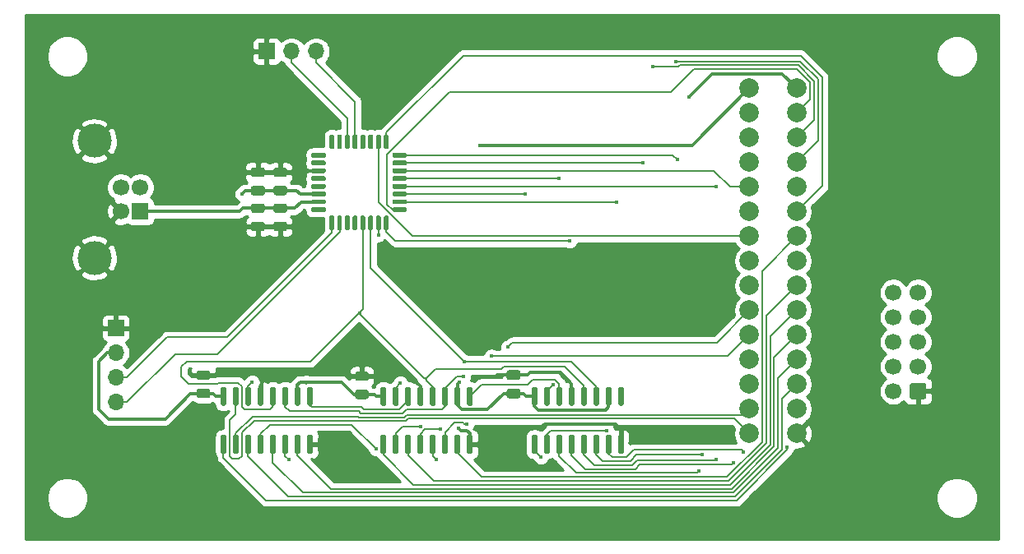
<source format=gbr>
G04 #@! TF.GenerationSoftware,KiCad,Pcbnew,(5.1.8)-1*
G04 #@! TF.CreationDate,2020-11-26T11:10:08+01:00*
G04 #@! TF.ProjectId,MM1_Writer,4d4d315f-5772-4697-9465-722e6b696361,R1*
G04 #@! TF.SameCoordinates,PX4692680PY3938700*
G04 #@! TF.FileFunction,Copper,L1,Top*
G04 #@! TF.FilePolarity,Positive*
%FSLAX46Y46*%
G04 Gerber Fmt 4.6, Leading zero omitted, Abs format (unit mm)*
G04 Created by KiCad (PCBNEW (5.1.8)-1) date 2020-11-26 11:10:08*
%MOMM*%
%LPD*%
G01*
G04 APERTURE LIST*
G04 #@! TA.AperFunction,ComponentPad*
%ADD10C,2.000000*%
G04 #@! TD*
G04 #@! TA.AperFunction,ComponentPad*
%ADD11R,1.700000X1.700000*%
G04 #@! TD*
G04 #@! TA.AperFunction,ComponentPad*
%ADD12C,1.700000*%
G04 #@! TD*
G04 #@! TA.AperFunction,ComponentPad*
%ADD13C,3.500000*%
G04 #@! TD*
G04 #@! TA.AperFunction,ComponentPad*
%ADD14O,1.700000X1.700000*%
G04 #@! TD*
G04 #@! TA.AperFunction,ViaPad*
%ADD15C,0.450000*%
G04 #@! TD*
G04 #@! TA.AperFunction,Conductor*
%ADD16C,0.300000*%
G04 #@! TD*
G04 #@! TA.AperFunction,Conductor*
%ADD17C,0.200000*%
G04 #@! TD*
G04 #@! TA.AperFunction,Conductor*
%ADD18C,0.254000*%
G04 #@! TD*
G04 #@! TA.AperFunction,Conductor*
%ADD19C,0.100000*%
G04 #@! TD*
G04 APERTURE END LIST*
D10*
X80000000Y-8310000D03*
X75140000Y-8310000D03*
X80000000Y-10850000D03*
X75140000Y-10850000D03*
X80000000Y-13390000D03*
X75140000Y-13390000D03*
X80000000Y-15930000D03*
X75140000Y-15930000D03*
X80000000Y-18470000D03*
X75140000Y-18470000D03*
X80000000Y-21010000D03*
X75140000Y-21010000D03*
X80000000Y-23550000D03*
X75140000Y-23550000D03*
X80000000Y-26090000D03*
X75140000Y-26090000D03*
X80000000Y-28630000D03*
X75140000Y-28630000D03*
X80000000Y-31170000D03*
X75140000Y-31170000D03*
X80000000Y-33710000D03*
X75140000Y-33710000D03*
X80000000Y-36250000D03*
X75140000Y-36250000D03*
X80000000Y-38790000D03*
X75140000Y-38790000D03*
X80000000Y-41330000D03*
X75140000Y-41330000D03*
X80000000Y-43860000D03*
X75140000Y-43870000D03*
G04 #@! TA.AperFunction,SMDPad,CuDef*
G36*
G01*
X19456250Y-38350000D02*
X18543750Y-38350000D01*
G75*
G02*
X18300000Y-38106250I0J243750D01*
G01*
X18300000Y-37618750D01*
G75*
G02*
X18543750Y-37375000I243750J0D01*
G01*
X19456250Y-37375000D01*
G75*
G02*
X19700000Y-37618750I0J-243750D01*
G01*
X19700000Y-38106250D01*
G75*
G02*
X19456250Y-38350000I-243750J0D01*
G01*
G37*
G04 #@! TD.AperFunction*
G04 #@! TA.AperFunction,SMDPad,CuDef*
G36*
G01*
X19456250Y-40225000D02*
X18543750Y-40225000D01*
G75*
G02*
X18300000Y-39981250I0J243750D01*
G01*
X18300000Y-39493750D01*
G75*
G02*
X18543750Y-39250000I243750J0D01*
G01*
X19456250Y-39250000D01*
G75*
G02*
X19700000Y-39493750I0J-243750D01*
G01*
X19700000Y-39981250D01*
G75*
G02*
X19456250Y-40225000I-243750J0D01*
G01*
G37*
G04 #@! TD.AperFunction*
G04 #@! TA.AperFunction,SMDPad,CuDef*
G36*
G01*
X35756250Y-38450000D02*
X34843750Y-38450000D01*
G75*
G02*
X34600000Y-38206250I0J243750D01*
G01*
X34600000Y-37718750D01*
G75*
G02*
X34843750Y-37475000I243750J0D01*
G01*
X35756250Y-37475000D01*
G75*
G02*
X36000000Y-37718750I0J-243750D01*
G01*
X36000000Y-38206250D01*
G75*
G02*
X35756250Y-38450000I-243750J0D01*
G01*
G37*
G04 #@! TD.AperFunction*
G04 #@! TA.AperFunction,SMDPad,CuDef*
G36*
G01*
X35756250Y-40325000D02*
X34843750Y-40325000D01*
G75*
G02*
X34600000Y-40081250I0J243750D01*
G01*
X34600000Y-39593750D01*
G75*
G02*
X34843750Y-39350000I243750J0D01*
G01*
X35756250Y-39350000D01*
G75*
G02*
X36000000Y-39593750I0J-243750D01*
G01*
X36000000Y-40081250D01*
G75*
G02*
X35756250Y-40325000I-243750J0D01*
G01*
G37*
G04 #@! TD.AperFunction*
G04 #@! TA.AperFunction,SMDPad,CuDef*
G36*
G01*
X27356250Y-19325000D02*
X26443750Y-19325000D01*
G75*
G02*
X26200000Y-19081250I0J243750D01*
G01*
X26200000Y-18593750D01*
G75*
G02*
X26443750Y-18350000I243750J0D01*
G01*
X27356250Y-18350000D01*
G75*
G02*
X27600000Y-18593750I0J-243750D01*
G01*
X27600000Y-19081250D01*
G75*
G02*
X27356250Y-19325000I-243750J0D01*
G01*
G37*
G04 #@! TD.AperFunction*
G04 #@! TA.AperFunction,SMDPad,CuDef*
G36*
G01*
X27356250Y-17450000D02*
X26443750Y-17450000D01*
G75*
G02*
X26200000Y-17206250I0J243750D01*
G01*
X26200000Y-16718750D01*
G75*
G02*
X26443750Y-16475000I243750J0D01*
G01*
X27356250Y-16475000D01*
G75*
G02*
X27600000Y-16718750I0J-243750D01*
G01*
X27600000Y-17206250D01*
G75*
G02*
X27356250Y-17450000I-243750J0D01*
G01*
G37*
G04 #@! TD.AperFunction*
G04 #@! TA.AperFunction,SMDPad,CuDef*
G36*
G01*
X26443750Y-22050000D02*
X27356250Y-22050000D01*
G75*
G02*
X27600000Y-22293750I0J-243750D01*
G01*
X27600000Y-22781250D01*
G75*
G02*
X27356250Y-23025000I-243750J0D01*
G01*
X26443750Y-23025000D01*
G75*
G02*
X26200000Y-22781250I0J243750D01*
G01*
X26200000Y-22293750D01*
G75*
G02*
X26443750Y-22050000I243750J0D01*
G01*
G37*
G04 #@! TD.AperFunction*
G04 #@! TA.AperFunction,SMDPad,CuDef*
G36*
G01*
X26443750Y-20175000D02*
X27356250Y-20175000D01*
G75*
G02*
X27600000Y-20418750I0J-243750D01*
G01*
X27600000Y-20906250D01*
G75*
G02*
X27356250Y-21150000I-243750J0D01*
G01*
X26443750Y-21150000D01*
G75*
G02*
X26200000Y-20906250I0J243750D01*
G01*
X26200000Y-20418750D01*
G75*
G02*
X26443750Y-20175000I243750J0D01*
G01*
G37*
G04 #@! TD.AperFunction*
G04 #@! TA.AperFunction,SMDPad,CuDef*
G36*
G01*
X24143750Y-20175000D02*
X25056250Y-20175000D01*
G75*
G02*
X25300000Y-20418750I0J-243750D01*
G01*
X25300000Y-20906250D01*
G75*
G02*
X25056250Y-21150000I-243750J0D01*
G01*
X24143750Y-21150000D01*
G75*
G02*
X23900000Y-20906250I0J243750D01*
G01*
X23900000Y-20418750D01*
G75*
G02*
X24143750Y-20175000I243750J0D01*
G01*
G37*
G04 #@! TD.AperFunction*
G04 #@! TA.AperFunction,SMDPad,CuDef*
G36*
G01*
X24143750Y-22050000D02*
X25056250Y-22050000D01*
G75*
G02*
X25300000Y-22293750I0J-243750D01*
G01*
X25300000Y-22781250D01*
G75*
G02*
X25056250Y-23025000I-243750J0D01*
G01*
X24143750Y-23025000D01*
G75*
G02*
X23900000Y-22781250I0J243750D01*
G01*
X23900000Y-22293750D01*
G75*
G02*
X24143750Y-22050000I243750J0D01*
G01*
G37*
G04 #@! TD.AperFunction*
G04 #@! TA.AperFunction,SMDPad,CuDef*
G36*
G01*
X37650000Y-41000000D02*
X37350000Y-41000000D01*
G75*
G02*
X37200000Y-40850000I0J150000D01*
G01*
X37200000Y-39200000D01*
G75*
G02*
X37350000Y-39050000I150000J0D01*
G01*
X37650000Y-39050000D01*
G75*
G02*
X37800000Y-39200000I0J-150000D01*
G01*
X37800000Y-40850000D01*
G75*
G02*
X37650000Y-41000000I-150000J0D01*
G01*
G37*
G04 #@! TD.AperFunction*
G04 #@! TA.AperFunction,SMDPad,CuDef*
G36*
G01*
X38920000Y-41000000D02*
X38620000Y-41000000D01*
G75*
G02*
X38470000Y-40850000I0J150000D01*
G01*
X38470000Y-39200000D01*
G75*
G02*
X38620000Y-39050000I150000J0D01*
G01*
X38920000Y-39050000D01*
G75*
G02*
X39070000Y-39200000I0J-150000D01*
G01*
X39070000Y-40850000D01*
G75*
G02*
X38920000Y-41000000I-150000J0D01*
G01*
G37*
G04 #@! TD.AperFunction*
G04 #@! TA.AperFunction,SMDPad,CuDef*
G36*
G01*
X40190000Y-41000000D02*
X39890000Y-41000000D01*
G75*
G02*
X39740000Y-40850000I0J150000D01*
G01*
X39740000Y-39200000D01*
G75*
G02*
X39890000Y-39050000I150000J0D01*
G01*
X40190000Y-39050000D01*
G75*
G02*
X40340000Y-39200000I0J-150000D01*
G01*
X40340000Y-40850000D01*
G75*
G02*
X40190000Y-41000000I-150000J0D01*
G01*
G37*
G04 #@! TD.AperFunction*
G04 #@! TA.AperFunction,SMDPad,CuDef*
G36*
G01*
X41460000Y-41000000D02*
X41160000Y-41000000D01*
G75*
G02*
X41010000Y-40850000I0J150000D01*
G01*
X41010000Y-39200000D01*
G75*
G02*
X41160000Y-39050000I150000J0D01*
G01*
X41460000Y-39050000D01*
G75*
G02*
X41610000Y-39200000I0J-150000D01*
G01*
X41610000Y-40850000D01*
G75*
G02*
X41460000Y-41000000I-150000J0D01*
G01*
G37*
G04 #@! TD.AperFunction*
G04 #@! TA.AperFunction,SMDPad,CuDef*
G36*
G01*
X42730000Y-41000000D02*
X42430000Y-41000000D01*
G75*
G02*
X42280000Y-40850000I0J150000D01*
G01*
X42280000Y-39200000D01*
G75*
G02*
X42430000Y-39050000I150000J0D01*
G01*
X42730000Y-39050000D01*
G75*
G02*
X42880000Y-39200000I0J-150000D01*
G01*
X42880000Y-40850000D01*
G75*
G02*
X42730000Y-41000000I-150000J0D01*
G01*
G37*
G04 #@! TD.AperFunction*
G04 #@! TA.AperFunction,SMDPad,CuDef*
G36*
G01*
X44000000Y-41000000D02*
X43700000Y-41000000D01*
G75*
G02*
X43550000Y-40850000I0J150000D01*
G01*
X43550000Y-39200000D01*
G75*
G02*
X43700000Y-39050000I150000J0D01*
G01*
X44000000Y-39050000D01*
G75*
G02*
X44150000Y-39200000I0J-150000D01*
G01*
X44150000Y-40850000D01*
G75*
G02*
X44000000Y-41000000I-150000J0D01*
G01*
G37*
G04 #@! TD.AperFunction*
G04 #@! TA.AperFunction,SMDPad,CuDef*
G36*
G01*
X45270000Y-41000000D02*
X44970000Y-41000000D01*
G75*
G02*
X44820000Y-40850000I0J150000D01*
G01*
X44820000Y-39200000D01*
G75*
G02*
X44970000Y-39050000I150000J0D01*
G01*
X45270000Y-39050000D01*
G75*
G02*
X45420000Y-39200000I0J-150000D01*
G01*
X45420000Y-40850000D01*
G75*
G02*
X45270000Y-41000000I-150000J0D01*
G01*
G37*
G04 #@! TD.AperFunction*
G04 #@! TA.AperFunction,SMDPad,CuDef*
G36*
G01*
X46540000Y-41000000D02*
X46240000Y-41000000D01*
G75*
G02*
X46090000Y-40850000I0J150000D01*
G01*
X46090000Y-39200000D01*
G75*
G02*
X46240000Y-39050000I150000J0D01*
G01*
X46540000Y-39050000D01*
G75*
G02*
X46690000Y-39200000I0J-150000D01*
G01*
X46690000Y-40850000D01*
G75*
G02*
X46540000Y-41000000I-150000J0D01*
G01*
G37*
G04 #@! TD.AperFunction*
G04 #@! TA.AperFunction,SMDPad,CuDef*
G36*
G01*
X46540000Y-45950000D02*
X46240000Y-45950000D01*
G75*
G02*
X46090000Y-45800000I0J150000D01*
G01*
X46090000Y-44150000D01*
G75*
G02*
X46240000Y-44000000I150000J0D01*
G01*
X46540000Y-44000000D01*
G75*
G02*
X46690000Y-44150000I0J-150000D01*
G01*
X46690000Y-45800000D01*
G75*
G02*
X46540000Y-45950000I-150000J0D01*
G01*
G37*
G04 #@! TD.AperFunction*
G04 #@! TA.AperFunction,SMDPad,CuDef*
G36*
G01*
X45270000Y-45950000D02*
X44970000Y-45950000D01*
G75*
G02*
X44820000Y-45800000I0J150000D01*
G01*
X44820000Y-44150000D01*
G75*
G02*
X44970000Y-44000000I150000J0D01*
G01*
X45270000Y-44000000D01*
G75*
G02*
X45420000Y-44150000I0J-150000D01*
G01*
X45420000Y-45800000D01*
G75*
G02*
X45270000Y-45950000I-150000J0D01*
G01*
G37*
G04 #@! TD.AperFunction*
G04 #@! TA.AperFunction,SMDPad,CuDef*
G36*
G01*
X44000000Y-45950000D02*
X43700000Y-45950000D01*
G75*
G02*
X43550000Y-45800000I0J150000D01*
G01*
X43550000Y-44150000D01*
G75*
G02*
X43700000Y-44000000I150000J0D01*
G01*
X44000000Y-44000000D01*
G75*
G02*
X44150000Y-44150000I0J-150000D01*
G01*
X44150000Y-45800000D01*
G75*
G02*
X44000000Y-45950000I-150000J0D01*
G01*
G37*
G04 #@! TD.AperFunction*
G04 #@! TA.AperFunction,SMDPad,CuDef*
G36*
G01*
X42730000Y-45950000D02*
X42430000Y-45950000D01*
G75*
G02*
X42280000Y-45800000I0J150000D01*
G01*
X42280000Y-44150000D01*
G75*
G02*
X42430000Y-44000000I150000J0D01*
G01*
X42730000Y-44000000D01*
G75*
G02*
X42880000Y-44150000I0J-150000D01*
G01*
X42880000Y-45800000D01*
G75*
G02*
X42730000Y-45950000I-150000J0D01*
G01*
G37*
G04 #@! TD.AperFunction*
G04 #@! TA.AperFunction,SMDPad,CuDef*
G36*
G01*
X41460000Y-45950000D02*
X41160000Y-45950000D01*
G75*
G02*
X41010000Y-45800000I0J150000D01*
G01*
X41010000Y-44150000D01*
G75*
G02*
X41160000Y-44000000I150000J0D01*
G01*
X41460000Y-44000000D01*
G75*
G02*
X41610000Y-44150000I0J-150000D01*
G01*
X41610000Y-45800000D01*
G75*
G02*
X41460000Y-45950000I-150000J0D01*
G01*
G37*
G04 #@! TD.AperFunction*
G04 #@! TA.AperFunction,SMDPad,CuDef*
G36*
G01*
X40190000Y-45950000D02*
X39890000Y-45950000D01*
G75*
G02*
X39740000Y-45800000I0J150000D01*
G01*
X39740000Y-44150000D01*
G75*
G02*
X39890000Y-44000000I150000J0D01*
G01*
X40190000Y-44000000D01*
G75*
G02*
X40340000Y-44150000I0J-150000D01*
G01*
X40340000Y-45800000D01*
G75*
G02*
X40190000Y-45950000I-150000J0D01*
G01*
G37*
G04 #@! TD.AperFunction*
G04 #@! TA.AperFunction,SMDPad,CuDef*
G36*
G01*
X38920000Y-45950000D02*
X38620000Y-45950000D01*
G75*
G02*
X38470000Y-45800000I0J150000D01*
G01*
X38470000Y-44150000D01*
G75*
G02*
X38620000Y-44000000I150000J0D01*
G01*
X38920000Y-44000000D01*
G75*
G02*
X39070000Y-44150000I0J-150000D01*
G01*
X39070000Y-45800000D01*
G75*
G02*
X38920000Y-45950000I-150000J0D01*
G01*
G37*
G04 #@! TD.AperFunction*
G04 #@! TA.AperFunction,SMDPad,CuDef*
G36*
G01*
X37650000Y-45950000D02*
X37350000Y-45950000D01*
G75*
G02*
X37200000Y-45800000I0J150000D01*
G01*
X37200000Y-44150000D01*
G75*
G02*
X37350000Y-44000000I150000J0D01*
G01*
X37650000Y-44000000D01*
G75*
G02*
X37800000Y-44150000I0J-150000D01*
G01*
X37800000Y-45800000D01*
G75*
G02*
X37650000Y-45950000I-150000J0D01*
G01*
G37*
G04 #@! TD.AperFunction*
G04 #@! TA.AperFunction,SMDPad,CuDef*
G36*
G01*
X25075000Y-19350000D02*
X24125000Y-19350000D01*
G75*
G02*
X23875000Y-19100000I0J250000D01*
G01*
X23875000Y-18600000D01*
G75*
G02*
X24125000Y-18350000I250000J0D01*
G01*
X25075000Y-18350000D01*
G75*
G02*
X25325000Y-18600000I0J-250000D01*
G01*
X25325000Y-19100000D01*
G75*
G02*
X25075000Y-19350000I-250000J0D01*
G01*
G37*
G04 #@! TD.AperFunction*
G04 #@! TA.AperFunction,SMDPad,CuDef*
G36*
G01*
X25075000Y-17450000D02*
X24125000Y-17450000D01*
G75*
G02*
X23875000Y-17200000I0J250000D01*
G01*
X23875000Y-16700000D01*
G75*
G02*
X24125000Y-16450000I250000J0D01*
G01*
X25075000Y-16450000D01*
G75*
G02*
X25325000Y-16700000I0J-250000D01*
G01*
X25325000Y-17200000D01*
G75*
G02*
X25075000Y-17450000I-250000J0D01*
G01*
G37*
G04 #@! TD.AperFunction*
G04 #@! TA.AperFunction,SMDPad,CuDef*
G36*
G01*
X51375000Y-38350000D02*
X50425000Y-38350000D01*
G75*
G02*
X50175000Y-38100000I0J250000D01*
G01*
X50175000Y-37600000D01*
G75*
G02*
X50425000Y-37350000I250000J0D01*
G01*
X51375000Y-37350000D01*
G75*
G02*
X51625000Y-37600000I0J-250000D01*
G01*
X51625000Y-38100000D01*
G75*
G02*
X51375000Y-38350000I-250000J0D01*
G01*
G37*
G04 #@! TD.AperFunction*
G04 #@! TA.AperFunction,SMDPad,CuDef*
G36*
G01*
X51375000Y-40250000D02*
X50425000Y-40250000D01*
G75*
G02*
X50175000Y-40000000I0J250000D01*
G01*
X50175000Y-39500000D01*
G75*
G02*
X50425000Y-39250000I250000J0D01*
G01*
X51375000Y-39250000D01*
G75*
G02*
X51625000Y-39500000I0J-250000D01*
G01*
X51625000Y-40000000D01*
G75*
G02*
X51375000Y-40250000I-250000J0D01*
G01*
G37*
G04 #@! TD.AperFunction*
D11*
X12500000Y-21000000D03*
D12*
X12500000Y-18500000D03*
X10500000Y-18500000D03*
X10500000Y-21000000D03*
D13*
X7790000Y-25770000D03*
X7790000Y-13730000D03*
D11*
X10000000Y-33000000D03*
D14*
X10000000Y-35540000D03*
X10000000Y-38080000D03*
X10000000Y-40620000D03*
G04 #@! TA.AperFunction,ComponentPad*
G36*
G01*
X93350000Y-38900000D02*
X93350000Y-40100000D01*
G75*
G02*
X93100000Y-40350000I-250000J0D01*
G01*
X91900000Y-40350000D01*
G75*
G02*
X91650000Y-40100000I0J250000D01*
G01*
X91650000Y-38900000D01*
G75*
G02*
X91900000Y-38650000I250000J0D01*
G01*
X93100000Y-38650000D01*
G75*
G02*
X93350000Y-38900000I0J-250000D01*
G01*
G37*
G04 #@! TD.AperFunction*
D12*
X92500000Y-36960000D03*
X92500000Y-34420000D03*
X92500000Y-31880000D03*
X92500000Y-29340000D03*
X89960000Y-39500000D03*
X89960000Y-36960000D03*
X89960000Y-34420000D03*
X89960000Y-31880000D03*
X89960000Y-29340000D03*
G04 #@! TA.AperFunction,SMDPad,CuDef*
G36*
G01*
X30075000Y-15325000D02*
X30075000Y-15075000D01*
G75*
G02*
X30200000Y-14950000I125000J0D01*
G01*
X31450000Y-14950000D01*
G75*
G02*
X31575000Y-15075000I0J-125000D01*
G01*
X31575000Y-15325000D01*
G75*
G02*
X31450000Y-15450000I-125000J0D01*
G01*
X30200000Y-15450000D01*
G75*
G02*
X30075000Y-15325000I0J125000D01*
G01*
G37*
G04 #@! TD.AperFunction*
G04 #@! TA.AperFunction,SMDPad,CuDef*
G36*
G01*
X30075000Y-16125000D02*
X30075000Y-15875000D01*
G75*
G02*
X30200000Y-15750000I125000J0D01*
G01*
X31450000Y-15750000D01*
G75*
G02*
X31575000Y-15875000I0J-125000D01*
G01*
X31575000Y-16125000D01*
G75*
G02*
X31450000Y-16250000I-125000J0D01*
G01*
X30200000Y-16250000D01*
G75*
G02*
X30075000Y-16125000I0J125000D01*
G01*
G37*
G04 #@! TD.AperFunction*
G04 #@! TA.AperFunction,SMDPad,CuDef*
G36*
G01*
X30075000Y-16925000D02*
X30075000Y-16675000D01*
G75*
G02*
X30200000Y-16550000I125000J0D01*
G01*
X31450000Y-16550000D01*
G75*
G02*
X31575000Y-16675000I0J-125000D01*
G01*
X31575000Y-16925000D01*
G75*
G02*
X31450000Y-17050000I-125000J0D01*
G01*
X30200000Y-17050000D01*
G75*
G02*
X30075000Y-16925000I0J125000D01*
G01*
G37*
G04 #@! TD.AperFunction*
G04 #@! TA.AperFunction,SMDPad,CuDef*
G36*
G01*
X30075000Y-17725000D02*
X30075000Y-17475000D01*
G75*
G02*
X30200000Y-17350000I125000J0D01*
G01*
X31450000Y-17350000D01*
G75*
G02*
X31575000Y-17475000I0J-125000D01*
G01*
X31575000Y-17725000D01*
G75*
G02*
X31450000Y-17850000I-125000J0D01*
G01*
X30200000Y-17850000D01*
G75*
G02*
X30075000Y-17725000I0J125000D01*
G01*
G37*
G04 #@! TD.AperFunction*
G04 #@! TA.AperFunction,SMDPad,CuDef*
G36*
G01*
X30075000Y-18525000D02*
X30075000Y-18275000D01*
G75*
G02*
X30200000Y-18150000I125000J0D01*
G01*
X31450000Y-18150000D01*
G75*
G02*
X31575000Y-18275000I0J-125000D01*
G01*
X31575000Y-18525000D01*
G75*
G02*
X31450000Y-18650000I-125000J0D01*
G01*
X30200000Y-18650000D01*
G75*
G02*
X30075000Y-18525000I0J125000D01*
G01*
G37*
G04 #@! TD.AperFunction*
G04 #@! TA.AperFunction,SMDPad,CuDef*
G36*
G01*
X30075000Y-19325000D02*
X30075000Y-19075000D01*
G75*
G02*
X30200000Y-18950000I125000J0D01*
G01*
X31450000Y-18950000D01*
G75*
G02*
X31575000Y-19075000I0J-125000D01*
G01*
X31575000Y-19325000D01*
G75*
G02*
X31450000Y-19450000I-125000J0D01*
G01*
X30200000Y-19450000D01*
G75*
G02*
X30075000Y-19325000I0J125000D01*
G01*
G37*
G04 #@! TD.AperFunction*
G04 #@! TA.AperFunction,SMDPad,CuDef*
G36*
G01*
X30075000Y-20125000D02*
X30075000Y-19875000D01*
G75*
G02*
X30200000Y-19750000I125000J0D01*
G01*
X31450000Y-19750000D01*
G75*
G02*
X31575000Y-19875000I0J-125000D01*
G01*
X31575000Y-20125000D01*
G75*
G02*
X31450000Y-20250000I-125000J0D01*
G01*
X30200000Y-20250000D01*
G75*
G02*
X30075000Y-20125000I0J125000D01*
G01*
G37*
G04 #@! TD.AperFunction*
G04 #@! TA.AperFunction,SMDPad,CuDef*
G36*
G01*
X30075000Y-20925000D02*
X30075000Y-20675000D01*
G75*
G02*
X30200000Y-20550000I125000J0D01*
G01*
X31450000Y-20550000D01*
G75*
G02*
X31575000Y-20675000I0J-125000D01*
G01*
X31575000Y-20925000D01*
G75*
G02*
X31450000Y-21050000I-125000J0D01*
G01*
X30200000Y-21050000D01*
G75*
G02*
X30075000Y-20925000I0J125000D01*
G01*
G37*
G04 #@! TD.AperFunction*
G04 #@! TA.AperFunction,SMDPad,CuDef*
G36*
G01*
X31950000Y-22800000D02*
X31950000Y-21550000D01*
G75*
G02*
X32075000Y-21425000I125000J0D01*
G01*
X32325000Y-21425000D01*
G75*
G02*
X32450000Y-21550000I0J-125000D01*
G01*
X32450000Y-22800000D01*
G75*
G02*
X32325000Y-22925000I-125000J0D01*
G01*
X32075000Y-22925000D01*
G75*
G02*
X31950000Y-22800000I0J125000D01*
G01*
G37*
G04 #@! TD.AperFunction*
G04 #@! TA.AperFunction,SMDPad,CuDef*
G36*
G01*
X32750000Y-22800000D02*
X32750000Y-21550000D01*
G75*
G02*
X32875000Y-21425000I125000J0D01*
G01*
X33125000Y-21425000D01*
G75*
G02*
X33250000Y-21550000I0J-125000D01*
G01*
X33250000Y-22800000D01*
G75*
G02*
X33125000Y-22925000I-125000J0D01*
G01*
X32875000Y-22925000D01*
G75*
G02*
X32750000Y-22800000I0J125000D01*
G01*
G37*
G04 #@! TD.AperFunction*
G04 #@! TA.AperFunction,SMDPad,CuDef*
G36*
G01*
X33550000Y-22800000D02*
X33550000Y-21550000D01*
G75*
G02*
X33675000Y-21425000I125000J0D01*
G01*
X33925000Y-21425000D01*
G75*
G02*
X34050000Y-21550000I0J-125000D01*
G01*
X34050000Y-22800000D01*
G75*
G02*
X33925000Y-22925000I-125000J0D01*
G01*
X33675000Y-22925000D01*
G75*
G02*
X33550000Y-22800000I0J125000D01*
G01*
G37*
G04 #@! TD.AperFunction*
G04 #@! TA.AperFunction,SMDPad,CuDef*
G36*
G01*
X34350000Y-22800000D02*
X34350000Y-21550000D01*
G75*
G02*
X34475000Y-21425000I125000J0D01*
G01*
X34725000Y-21425000D01*
G75*
G02*
X34850000Y-21550000I0J-125000D01*
G01*
X34850000Y-22800000D01*
G75*
G02*
X34725000Y-22925000I-125000J0D01*
G01*
X34475000Y-22925000D01*
G75*
G02*
X34350000Y-22800000I0J125000D01*
G01*
G37*
G04 #@! TD.AperFunction*
G04 #@! TA.AperFunction,SMDPad,CuDef*
G36*
G01*
X35150000Y-22800000D02*
X35150000Y-21550000D01*
G75*
G02*
X35275000Y-21425000I125000J0D01*
G01*
X35525000Y-21425000D01*
G75*
G02*
X35650000Y-21550000I0J-125000D01*
G01*
X35650000Y-22800000D01*
G75*
G02*
X35525000Y-22925000I-125000J0D01*
G01*
X35275000Y-22925000D01*
G75*
G02*
X35150000Y-22800000I0J125000D01*
G01*
G37*
G04 #@! TD.AperFunction*
G04 #@! TA.AperFunction,SMDPad,CuDef*
G36*
G01*
X35950000Y-22800000D02*
X35950000Y-21550000D01*
G75*
G02*
X36075000Y-21425000I125000J0D01*
G01*
X36325000Y-21425000D01*
G75*
G02*
X36450000Y-21550000I0J-125000D01*
G01*
X36450000Y-22800000D01*
G75*
G02*
X36325000Y-22925000I-125000J0D01*
G01*
X36075000Y-22925000D01*
G75*
G02*
X35950000Y-22800000I0J125000D01*
G01*
G37*
G04 #@! TD.AperFunction*
G04 #@! TA.AperFunction,SMDPad,CuDef*
G36*
G01*
X36750000Y-22800000D02*
X36750000Y-21550000D01*
G75*
G02*
X36875000Y-21425000I125000J0D01*
G01*
X37125000Y-21425000D01*
G75*
G02*
X37250000Y-21550000I0J-125000D01*
G01*
X37250000Y-22800000D01*
G75*
G02*
X37125000Y-22925000I-125000J0D01*
G01*
X36875000Y-22925000D01*
G75*
G02*
X36750000Y-22800000I0J125000D01*
G01*
G37*
G04 #@! TD.AperFunction*
G04 #@! TA.AperFunction,SMDPad,CuDef*
G36*
G01*
X37550000Y-22800000D02*
X37550000Y-21550000D01*
G75*
G02*
X37675000Y-21425000I125000J0D01*
G01*
X37925000Y-21425000D01*
G75*
G02*
X38050000Y-21550000I0J-125000D01*
G01*
X38050000Y-22800000D01*
G75*
G02*
X37925000Y-22925000I-125000J0D01*
G01*
X37675000Y-22925000D01*
G75*
G02*
X37550000Y-22800000I0J125000D01*
G01*
G37*
G04 #@! TD.AperFunction*
G04 #@! TA.AperFunction,SMDPad,CuDef*
G36*
G01*
X38425000Y-20925000D02*
X38425000Y-20675000D01*
G75*
G02*
X38550000Y-20550000I125000J0D01*
G01*
X39800000Y-20550000D01*
G75*
G02*
X39925000Y-20675000I0J-125000D01*
G01*
X39925000Y-20925000D01*
G75*
G02*
X39800000Y-21050000I-125000J0D01*
G01*
X38550000Y-21050000D01*
G75*
G02*
X38425000Y-20925000I0J125000D01*
G01*
G37*
G04 #@! TD.AperFunction*
G04 #@! TA.AperFunction,SMDPad,CuDef*
G36*
G01*
X38425000Y-20125000D02*
X38425000Y-19875000D01*
G75*
G02*
X38550000Y-19750000I125000J0D01*
G01*
X39800000Y-19750000D01*
G75*
G02*
X39925000Y-19875000I0J-125000D01*
G01*
X39925000Y-20125000D01*
G75*
G02*
X39800000Y-20250000I-125000J0D01*
G01*
X38550000Y-20250000D01*
G75*
G02*
X38425000Y-20125000I0J125000D01*
G01*
G37*
G04 #@! TD.AperFunction*
G04 #@! TA.AperFunction,SMDPad,CuDef*
G36*
G01*
X38425000Y-19325000D02*
X38425000Y-19075000D01*
G75*
G02*
X38550000Y-18950000I125000J0D01*
G01*
X39800000Y-18950000D01*
G75*
G02*
X39925000Y-19075000I0J-125000D01*
G01*
X39925000Y-19325000D01*
G75*
G02*
X39800000Y-19450000I-125000J0D01*
G01*
X38550000Y-19450000D01*
G75*
G02*
X38425000Y-19325000I0J125000D01*
G01*
G37*
G04 #@! TD.AperFunction*
G04 #@! TA.AperFunction,SMDPad,CuDef*
G36*
G01*
X38425000Y-18525000D02*
X38425000Y-18275000D01*
G75*
G02*
X38550000Y-18150000I125000J0D01*
G01*
X39800000Y-18150000D01*
G75*
G02*
X39925000Y-18275000I0J-125000D01*
G01*
X39925000Y-18525000D01*
G75*
G02*
X39800000Y-18650000I-125000J0D01*
G01*
X38550000Y-18650000D01*
G75*
G02*
X38425000Y-18525000I0J125000D01*
G01*
G37*
G04 #@! TD.AperFunction*
G04 #@! TA.AperFunction,SMDPad,CuDef*
G36*
G01*
X38425000Y-17725000D02*
X38425000Y-17475000D01*
G75*
G02*
X38550000Y-17350000I125000J0D01*
G01*
X39800000Y-17350000D01*
G75*
G02*
X39925000Y-17475000I0J-125000D01*
G01*
X39925000Y-17725000D01*
G75*
G02*
X39800000Y-17850000I-125000J0D01*
G01*
X38550000Y-17850000D01*
G75*
G02*
X38425000Y-17725000I0J125000D01*
G01*
G37*
G04 #@! TD.AperFunction*
G04 #@! TA.AperFunction,SMDPad,CuDef*
G36*
G01*
X38425000Y-16925000D02*
X38425000Y-16675000D01*
G75*
G02*
X38550000Y-16550000I125000J0D01*
G01*
X39800000Y-16550000D01*
G75*
G02*
X39925000Y-16675000I0J-125000D01*
G01*
X39925000Y-16925000D01*
G75*
G02*
X39800000Y-17050000I-125000J0D01*
G01*
X38550000Y-17050000D01*
G75*
G02*
X38425000Y-16925000I0J125000D01*
G01*
G37*
G04 #@! TD.AperFunction*
G04 #@! TA.AperFunction,SMDPad,CuDef*
G36*
G01*
X38425000Y-16125000D02*
X38425000Y-15875000D01*
G75*
G02*
X38550000Y-15750000I125000J0D01*
G01*
X39800000Y-15750000D01*
G75*
G02*
X39925000Y-15875000I0J-125000D01*
G01*
X39925000Y-16125000D01*
G75*
G02*
X39800000Y-16250000I-125000J0D01*
G01*
X38550000Y-16250000D01*
G75*
G02*
X38425000Y-16125000I0J125000D01*
G01*
G37*
G04 #@! TD.AperFunction*
G04 #@! TA.AperFunction,SMDPad,CuDef*
G36*
G01*
X38425000Y-15325000D02*
X38425000Y-15075000D01*
G75*
G02*
X38550000Y-14950000I125000J0D01*
G01*
X39800000Y-14950000D01*
G75*
G02*
X39925000Y-15075000I0J-125000D01*
G01*
X39925000Y-15325000D01*
G75*
G02*
X39800000Y-15450000I-125000J0D01*
G01*
X38550000Y-15450000D01*
G75*
G02*
X38425000Y-15325000I0J125000D01*
G01*
G37*
G04 #@! TD.AperFunction*
G04 #@! TA.AperFunction,SMDPad,CuDef*
G36*
G01*
X37550000Y-14450000D02*
X37550000Y-13200000D01*
G75*
G02*
X37675000Y-13075000I125000J0D01*
G01*
X37925000Y-13075000D01*
G75*
G02*
X38050000Y-13200000I0J-125000D01*
G01*
X38050000Y-14450000D01*
G75*
G02*
X37925000Y-14575000I-125000J0D01*
G01*
X37675000Y-14575000D01*
G75*
G02*
X37550000Y-14450000I0J125000D01*
G01*
G37*
G04 #@! TD.AperFunction*
G04 #@! TA.AperFunction,SMDPad,CuDef*
G36*
G01*
X36750000Y-14450000D02*
X36750000Y-13200000D01*
G75*
G02*
X36875000Y-13075000I125000J0D01*
G01*
X37125000Y-13075000D01*
G75*
G02*
X37250000Y-13200000I0J-125000D01*
G01*
X37250000Y-14450000D01*
G75*
G02*
X37125000Y-14575000I-125000J0D01*
G01*
X36875000Y-14575000D01*
G75*
G02*
X36750000Y-14450000I0J125000D01*
G01*
G37*
G04 #@! TD.AperFunction*
G04 #@! TA.AperFunction,SMDPad,CuDef*
G36*
G01*
X35950000Y-14450000D02*
X35950000Y-13200000D01*
G75*
G02*
X36075000Y-13075000I125000J0D01*
G01*
X36325000Y-13075000D01*
G75*
G02*
X36450000Y-13200000I0J-125000D01*
G01*
X36450000Y-14450000D01*
G75*
G02*
X36325000Y-14575000I-125000J0D01*
G01*
X36075000Y-14575000D01*
G75*
G02*
X35950000Y-14450000I0J125000D01*
G01*
G37*
G04 #@! TD.AperFunction*
G04 #@! TA.AperFunction,SMDPad,CuDef*
G36*
G01*
X35150000Y-14450000D02*
X35150000Y-13200000D01*
G75*
G02*
X35275000Y-13075000I125000J0D01*
G01*
X35525000Y-13075000D01*
G75*
G02*
X35650000Y-13200000I0J-125000D01*
G01*
X35650000Y-14450000D01*
G75*
G02*
X35525000Y-14575000I-125000J0D01*
G01*
X35275000Y-14575000D01*
G75*
G02*
X35150000Y-14450000I0J125000D01*
G01*
G37*
G04 #@! TD.AperFunction*
G04 #@! TA.AperFunction,SMDPad,CuDef*
G36*
G01*
X34350000Y-14450000D02*
X34350000Y-13200000D01*
G75*
G02*
X34475000Y-13075000I125000J0D01*
G01*
X34725000Y-13075000D01*
G75*
G02*
X34850000Y-13200000I0J-125000D01*
G01*
X34850000Y-14450000D01*
G75*
G02*
X34725000Y-14575000I-125000J0D01*
G01*
X34475000Y-14575000D01*
G75*
G02*
X34350000Y-14450000I0J125000D01*
G01*
G37*
G04 #@! TD.AperFunction*
G04 #@! TA.AperFunction,SMDPad,CuDef*
G36*
G01*
X33550000Y-14450000D02*
X33550000Y-13200000D01*
G75*
G02*
X33675000Y-13075000I125000J0D01*
G01*
X33925000Y-13075000D01*
G75*
G02*
X34050000Y-13200000I0J-125000D01*
G01*
X34050000Y-14450000D01*
G75*
G02*
X33925000Y-14575000I-125000J0D01*
G01*
X33675000Y-14575000D01*
G75*
G02*
X33550000Y-14450000I0J125000D01*
G01*
G37*
G04 #@! TD.AperFunction*
G04 #@! TA.AperFunction,SMDPad,CuDef*
G36*
G01*
X32750000Y-14450000D02*
X32750000Y-13200000D01*
G75*
G02*
X32875000Y-13075000I125000J0D01*
G01*
X33125000Y-13075000D01*
G75*
G02*
X33250000Y-13200000I0J-125000D01*
G01*
X33250000Y-14450000D01*
G75*
G02*
X33125000Y-14575000I-125000J0D01*
G01*
X32875000Y-14575000D01*
G75*
G02*
X32750000Y-14450000I0J125000D01*
G01*
G37*
G04 #@! TD.AperFunction*
G04 #@! TA.AperFunction,SMDPad,CuDef*
G36*
G01*
X31950000Y-14450000D02*
X31950000Y-13200000D01*
G75*
G02*
X32075000Y-13075000I125000J0D01*
G01*
X32325000Y-13075000D01*
G75*
G02*
X32450000Y-13200000I0J-125000D01*
G01*
X32450000Y-14450000D01*
G75*
G02*
X32325000Y-14575000I-125000J0D01*
G01*
X32075000Y-14575000D01*
G75*
G02*
X31950000Y-14450000I0J125000D01*
G01*
G37*
G04 #@! TD.AperFunction*
G04 #@! TA.AperFunction,SMDPad,CuDef*
G36*
G01*
X21205000Y-45950000D02*
X20905000Y-45950000D01*
G75*
G02*
X20755000Y-45800000I0J150000D01*
G01*
X20755000Y-44150000D01*
G75*
G02*
X20905000Y-44000000I150000J0D01*
G01*
X21205000Y-44000000D01*
G75*
G02*
X21355000Y-44150000I0J-150000D01*
G01*
X21355000Y-45800000D01*
G75*
G02*
X21205000Y-45950000I-150000J0D01*
G01*
G37*
G04 #@! TD.AperFunction*
G04 #@! TA.AperFunction,SMDPad,CuDef*
G36*
G01*
X22475000Y-45950000D02*
X22175000Y-45950000D01*
G75*
G02*
X22025000Y-45800000I0J150000D01*
G01*
X22025000Y-44150000D01*
G75*
G02*
X22175000Y-44000000I150000J0D01*
G01*
X22475000Y-44000000D01*
G75*
G02*
X22625000Y-44150000I0J-150000D01*
G01*
X22625000Y-45800000D01*
G75*
G02*
X22475000Y-45950000I-150000J0D01*
G01*
G37*
G04 #@! TD.AperFunction*
G04 #@! TA.AperFunction,SMDPad,CuDef*
G36*
G01*
X23745000Y-45950000D02*
X23445000Y-45950000D01*
G75*
G02*
X23295000Y-45800000I0J150000D01*
G01*
X23295000Y-44150000D01*
G75*
G02*
X23445000Y-44000000I150000J0D01*
G01*
X23745000Y-44000000D01*
G75*
G02*
X23895000Y-44150000I0J-150000D01*
G01*
X23895000Y-45800000D01*
G75*
G02*
X23745000Y-45950000I-150000J0D01*
G01*
G37*
G04 #@! TD.AperFunction*
G04 #@! TA.AperFunction,SMDPad,CuDef*
G36*
G01*
X25015000Y-45950000D02*
X24715000Y-45950000D01*
G75*
G02*
X24565000Y-45800000I0J150000D01*
G01*
X24565000Y-44150000D01*
G75*
G02*
X24715000Y-44000000I150000J0D01*
G01*
X25015000Y-44000000D01*
G75*
G02*
X25165000Y-44150000I0J-150000D01*
G01*
X25165000Y-45800000D01*
G75*
G02*
X25015000Y-45950000I-150000J0D01*
G01*
G37*
G04 #@! TD.AperFunction*
G04 #@! TA.AperFunction,SMDPad,CuDef*
G36*
G01*
X26285000Y-45950000D02*
X25985000Y-45950000D01*
G75*
G02*
X25835000Y-45800000I0J150000D01*
G01*
X25835000Y-44150000D01*
G75*
G02*
X25985000Y-44000000I150000J0D01*
G01*
X26285000Y-44000000D01*
G75*
G02*
X26435000Y-44150000I0J-150000D01*
G01*
X26435000Y-45800000D01*
G75*
G02*
X26285000Y-45950000I-150000J0D01*
G01*
G37*
G04 #@! TD.AperFunction*
G04 #@! TA.AperFunction,SMDPad,CuDef*
G36*
G01*
X27555000Y-45950000D02*
X27255000Y-45950000D01*
G75*
G02*
X27105000Y-45800000I0J150000D01*
G01*
X27105000Y-44150000D01*
G75*
G02*
X27255000Y-44000000I150000J0D01*
G01*
X27555000Y-44000000D01*
G75*
G02*
X27705000Y-44150000I0J-150000D01*
G01*
X27705000Y-45800000D01*
G75*
G02*
X27555000Y-45950000I-150000J0D01*
G01*
G37*
G04 #@! TD.AperFunction*
G04 #@! TA.AperFunction,SMDPad,CuDef*
G36*
G01*
X28825000Y-45950000D02*
X28525000Y-45950000D01*
G75*
G02*
X28375000Y-45800000I0J150000D01*
G01*
X28375000Y-44150000D01*
G75*
G02*
X28525000Y-44000000I150000J0D01*
G01*
X28825000Y-44000000D01*
G75*
G02*
X28975000Y-44150000I0J-150000D01*
G01*
X28975000Y-45800000D01*
G75*
G02*
X28825000Y-45950000I-150000J0D01*
G01*
G37*
G04 #@! TD.AperFunction*
G04 #@! TA.AperFunction,SMDPad,CuDef*
G36*
G01*
X30095000Y-45950000D02*
X29795000Y-45950000D01*
G75*
G02*
X29645000Y-45800000I0J150000D01*
G01*
X29645000Y-44150000D01*
G75*
G02*
X29795000Y-44000000I150000J0D01*
G01*
X30095000Y-44000000D01*
G75*
G02*
X30245000Y-44150000I0J-150000D01*
G01*
X30245000Y-45800000D01*
G75*
G02*
X30095000Y-45950000I-150000J0D01*
G01*
G37*
G04 #@! TD.AperFunction*
G04 #@! TA.AperFunction,SMDPad,CuDef*
G36*
G01*
X30095000Y-41000000D02*
X29795000Y-41000000D01*
G75*
G02*
X29645000Y-40850000I0J150000D01*
G01*
X29645000Y-39200000D01*
G75*
G02*
X29795000Y-39050000I150000J0D01*
G01*
X30095000Y-39050000D01*
G75*
G02*
X30245000Y-39200000I0J-150000D01*
G01*
X30245000Y-40850000D01*
G75*
G02*
X30095000Y-41000000I-150000J0D01*
G01*
G37*
G04 #@! TD.AperFunction*
G04 #@! TA.AperFunction,SMDPad,CuDef*
G36*
G01*
X28825000Y-41000000D02*
X28525000Y-41000000D01*
G75*
G02*
X28375000Y-40850000I0J150000D01*
G01*
X28375000Y-39200000D01*
G75*
G02*
X28525000Y-39050000I150000J0D01*
G01*
X28825000Y-39050000D01*
G75*
G02*
X28975000Y-39200000I0J-150000D01*
G01*
X28975000Y-40850000D01*
G75*
G02*
X28825000Y-41000000I-150000J0D01*
G01*
G37*
G04 #@! TD.AperFunction*
G04 #@! TA.AperFunction,SMDPad,CuDef*
G36*
G01*
X27555000Y-41000000D02*
X27255000Y-41000000D01*
G75*
G02*
X27105000Y-40850000I0J150000D01*
G01*
X27105000Y-39200000D01*
G75*
G02*
X27255000Y-39050000I150000J0D01*
G01*
X27555000Y-39050000D01*
G75*
G02*
X27705000Y-39200000I0J-150000D01*
G01*
X27705000Y-40850000D01*
G75*
G02*
X27555000Y-41000000I-150000J0D01*
G01*
G37*
G04 #@! TD.AperFunction*
G04 #@! TA.AperFunction,SMDPad,CuDef*
G36*
G01*
X26285000Y-41000000D02*
X25985000Y-41000000D01*
G75*
G02*
X25835000Y-40850000I0J150000D01*
G01*
X25835000Y-39200000D01*
G75*
G02*
X25985000Y-39050000I150000J0D01*
G01*
X26285000Y-39050000D01*
G75*
G02*
X26435000Y-39200000I0J-150000D01*
G01*
X26435000Y-40850000D01*
G75*
G02*
X26285000Y-41000000I-150000J0D01*
G01*
G37*
G04 #@! TD.AperFunction*
G04 #@! TA.AperFunction,SMDPad,CuDef*
G36*
G01*
X25015000Y-41000000D02*
X24715000Y-41000000D01*
G75*
G02*
X24565000Y-40850000I0J150000D01*
G01*
X24565000Y-39200000D01*
G75*
G02*
X24715000Y-39050000I150000J0D01*
G01*
X25015000Y-39050000D01*
G75*
G02*
X25165000Y-39200000I0J-150000D01*
G01*
X25165000Y-40850000D01*
G75*
G02*
X25015000Y-41000000I-150000J0D01*
G01*
G37*
G04 #@! TD.AperFunction*
G04 #@! TA.AperFunction,SMDPad,CuDef*
G36*
G01*
X23745000Y-41000000D02*
X23445000Y-41000000D01*
G75*
G02*
X23295000Y-40850000I0J150000D01*
G01*
X23295000Y-39200000D01*
G75*
G02*
X23445000Y-39050000I150000J0D01*
G01*
X23745000Y-39050000D01*
G75*
G02*
X23895000Y-39200000I0J-150000D01*
G01*
X23895000Y-40850000D01*
G75*
G02*
X23745000Y-41000000I-150000J0D01*
G01*
G37*
G04 #@! TD.AperFunction*
G04 #@! TA.AperFunction,SMDPad,CuDef*
G36*
G01*
X22475000Y-41000000D02*
X22175000Y-41000000D01*
G75*
G02*
X22025000Y-40850000I0J150000D01*
G01*
X22025000Y-39200000D01*
G75*
G02*
X22175000Y-39050000I150000J0D01*
G01*
X22475000Y-39050000D01*
G75*
G02*
X22625000Y-39200000I0J-150000D01*
G01*
X22625000Y-40850000D01*
G75*
G02*
X22475000Y-41000000I-150000J0D01*
G01*
G37*
G04 #@! TD.AperFunction*
G04 #@! TA.AperFunction,SMDPad,CuDef*
G36*
G01*
X21205000Y-41000000D02*
X20905000Y-41000000D01*
G75*
G02*
X20755000Y-40850000I0J150000D01*
G01*
X20755000Y-39200000D01*
G75*
G02*
X20905000Y-39050000I150000J0D01*
G01*
X21205000Y-39050000D01*
G75*
G02*
X21355000Y-39200000I0J-150000D01*
G01*
X21355000Y-40850000D01*
G75*
G02*
X21205000Y-41000000I-150000J0D01*
G01*
G37*
G04 #@! TD.AperFunction*
G04 #@! TA.AperFunction,SMDPad,CuDef*
G36*
G01*
X53205000Y-41000000D02*
X52905000Y-41000000D01*
G75*
G02*
X52755000Y-40850000I0J150000D01*
G01*
X52755000Y-39200000D01*
G75*
G02*
X52905000Y-39050000I150000J0D01*
G01*
X53205000Y-39050000D01*
G75*
G02*
X53355000Y-39200000I0J-150000D01*
G01*
X53355000Y-40850000D01*
G75*
G02*
X53205000Y-41000000I-150000J0D01*
G01*
G37*
G04 #@! TD.AperFunction*
G04 #@! TA.AperFunction,SMDPad,CuDef*
G36*
G01*
X54475000Y-41000000D02*
X54175000Y-41000000D01*
G75*
G02*
X54025000Y-40850000I0J150000D01*
G01*
X54025000Y-39200000D01*
G75*
G02*
X54175000Y-39050000I150000J0D01*
G01*
X54475000Y-39050000D01*
G75*
G02*
X54625000Y-39200000I0J-150000D01*
G01*
X54625000Y-40850000D01*
G75*
G02*
X54475000Y-41000000I-150000J0D01*
G01*
G37*
G04 #@! TD.AperFunction*
G04 #@! TA.AperFunction,SMDPad,CuDef*
G36*
G01*
X55745000Y-41000000D02*
X55445000Y-41000000D01*
G75*
G02*
X55295000Y-40850000I0J150000D01*
G01*
X55295000Y-39200000D01*
G75*
G02*
X55445000Y-39050000I150000J0D01*
G01*
X55745000Y-39050000D01*
G75*
G02*
X55895000Y-39200000I0J-150000D01*
G01*
X55895000Y-40850000D01*
G75*
G02*
X55745000Y-41000000I-150000J0D01*
G01*
G37*
G04 #@! TD.AperFunction*
G04 #@! TA.AperFunction,SMDPad,CuDef*
G36*
G01*
X57015000Y-41000000D02*
X56715000Y-41000000D01*
G75*
G02*
X56565000Y-40850000I0J150000D01*
G01*
X56565000Y-39200000D01*
G75*
G02*
X56715000Y-39050000I150000J0D01*
G01*
X57015000Y-39050000D01*
G75*
G02*
X57165000Y-39200000I0J-150000D01*
G01*
X57165000Y-40850000D01*
G75*
G02*
X57015000Y-41000000I-150000J0D01*
G01*
G37*
G04 #@! TD.AperFunction*
G04 #@! TA.AperFunction,SMDPad,CuDef*
G36*
G01*
X58285000Y-41000000D02*
X57985000Y-41000000D01*
G75*
G02*
X57835000Y-40850000I0J150000D01*
G01*
X57835000Y-39200000D01*
G75*
G02*
X57985000Y-39050000I150000J0D01*
G01*
X58285000Y-39050000D01*
G75*
G02*
X58435000Y-39200000I0J-150000D01*
G01*
X58435000Y-40850000D01*
G75*
G02*
X58285000Y-41000000I-150000J0D01*
G01*
G37*
G04 #@! TD.AperFunction*
G04 #@! TA.AperFunction,SMDPad,CuDef*
G36*
G01*
X59555000Y-41000000D02*
X59255000Y-41000000D01*
G75*
G02*
X59105000Y-40850000I0J150000D01*
G01*
X59105000Y-39200000D01*
G75*
G02*
X59255000Y-39050000I150000J0D01*
G01*
X59555000Y-39050000D01*
G75*
G02*
X59705000Y-39200000I0J-150000D01*
G01*
X59705000Y-40850000D01*
G75*
G02*
X59555000Y-41000000I-150000J0D01*
G01*
G37*
G04 #@! TD.AperFunction*
G04 #@! TA.AperFunction,SMDPad,CuDef*
G36*
G01*
X60825000Y-41000000D02*
X60525000Y-41000000D01*
G75*
G02*
X60375000Y-40850000I0J150000D01*
G01*
X60375000Y-39200000D01*
G75*
G02*
X60525000Y-39050000I150000J0D01*
G01*
X60825000Y-39050000D01*
G75*
G02*
X60975000Y-39200000I0J-150000D01*
G01*
X60975000Y-40850000D01*
G75*
G02*
X60825000Y-41000000I-150000J0D01*
G01*
G37*
G04 #@! TD.AperFunction*
G04 #@! TA.AperFunction,SMDPad,CuDef*
G36*
G01*
X62095000Y-41000000D02*
X61795000Y-41000000D01*
G75*
G02*
X61645000Y-40850000I0J150000D01*
G01*
X61645000Y-39200000D01*
G75*
G02*
X61795000Y-39050000I150000J0D01*
G01*
X62095000Y-39050000D01*
G75*
G02*
X62245000Y-39200000I0J-150000D01*
G01*
X62245000Y-40850000D01*
G75*
G02*
X62095000Y-41000000I-150000J0D01*
G01*
G37*
G04 #@! TD.AperFunction*
G04 #@! TA.AperFunction,SMDPad,CuDef*
G36*
G01*
X62095000Y-45950000D02*
X61795000Y-45950000D01*
G75*
G02*
X61645000Y-45800000I0J150000D01*
G01*
X61645000Y-44150000D01*
G75*
G02*
X61795000Y-44000000I150000J0D01*
G01*
X62095000Y-44000000D01*
G75*
G02*
X62245000Y-44150000I0J-150000D01*
G01*
X62245000Y-45800000D01*
G75*
G02*
X62095000Y-45950000I-150000J0D01*
G01*
G37*
G04 #@! TD.AperFunction*
G04 #@! TA.AperFunction,SMDPad,CuDef*
G36*
G01*
X60825000Y-45950000D02*
X60525000Y-45950000D01*
G75*
G02*
X60375000Y-45800000I0J150000D01*
G01*
X60375000Y-44150000D01*
G75*
G02*
X60525000Y-44000000I150000J0D01*
G01*
X60825000Y-44000000D01*
G75*
G02*
X60975000Y-44150000I0J-150000D01*
G01*
X60975000Y-45800000D01*
G75*
G02*
X60825000Y-45950000I-150000J0D01*
G01*
G37*
G04 #@! TD.AperFunction*
G04 #@! TA.AperFunction,SMDPad,CuDef*
G36*
G01*
X59555000Y-45950000D02*
X59255000Y-45950000D01*
G75*
G02*
X59105000Y-45800000I0J150000D01*
G01*
X59105000Y-44150000D01*
G75*
G02*
X59255000Y-44000000I150000J0D01*
G01*
X59555000Y-44000000D01*
G75*
G02*
X59705000Y-44150000I0J-150000D01*
G01*
X59705000Y-45800000D01*
G75*
G02*
X59555000Y-45950000I-150000J0D01*
G01*
G37*
G04 #@! TD.AperFunction*
G04 #@! TA.AperFunction,SMDPad,CuDef*
G36*
G01*
X58285000Y-45950000D02*
X57985000Y-45950000D01*
G75*
G02*
X57835000Y-45800000I0J150000D01*
G01*
X57835000Y-44150000D01*
G75*
G02*
X57985000Y-44000000I150000J0D01*
G01*
X58285000Y-44000000D01*
G75*
G02*
X58435000Y-44150000I0J-150000D01*
G01*
X58435000Y-45800000D01*
G75*
G02*
X58285000Y-45950000I-150000J0D01*
G01*
G37*
G04 #@! TD.AperFunction*
G04 #@! TA.AperFunction,SMDPad,CuDef*
G36*
G01*
X57015000Y-45950000D02*
X56715000Y-45950000D01*
G75*
G02*
X56565000Y-45800000I0J150000D01*
G01*
X56565000Y-44150000D01*
G75*
G02*
X56715000Y-44000000I150000J0D01*
G01*
X57015000Y-44000000D01*
G75*
G02*
X57165000Y-44150000I0J-150000D01*
G01*
X57165000Y-45800000D01*
G75*
G02*
X57015000Y-45950000I-150000J0D01*
G01*
G37*
G04 #@! TD.AperFunction*
G04 #@! TA.AperFunction,SMDPad,CuDef*
G36*
G01*
X55745000Y-45950000D02*
X55445000Y-45950000D01*
G75*
G02*
X55295000Y-45800000I0J150000D01*
G01*
X55295000Y-44150000D01*
G75*
G02*
X55445000Y-44000000I150000J0D01*
G01*
X55745000Y-44000000D01*
G75*
G02*
X55895000Y-44150000I0J-150000D01*
G01*
X55895000Y-45800000D01*
G75*
G02*
X55745000Y-45950000I-150000J0D01*
G01*
G37*
G04 #@! TD.AperFunction*
G04 #@! TA.AperFunction,SMDPad,CuDef*
G36*
G01*
X54475000Y-45950000D02*
X54175000Y-45950000D01*
G75*
G02*
X54025000Y-45800000I0J150000D01*
G01*
X54025000Y-44150000D01*
G75*
G02*
X54175000Y-44000000I150000J0D01*
G01*
X54475000Y-44000000D01*
G75*
G02*
X54625000Y-44150000I0J-150000D01*
G01*
X54625000Y-45800000D01*
G75*
G02*
X54475000Y-45950000I-150000J0D01*
G01*
G37*
G04 #@! TD.AperFunction*
G04 #@! TA.AperFunction,SMDPad,CuDef*
G36*
G01*
X53205000Y-45950000D02*
X52905000Y-45950000D01*
G75*
G02*
X52755000Y-45800000I0J150000D01*
G01*
X52755000Y-44150000D01*
G75*
G02*
X52905000Y-44000000I150000J0D01*
G01*
X53205000Y-44000000D01*
G75*
G02*
X53355000Y-44150000I0J-150000D01*
G01*
X53355000Y-45800000D01*
G75*
G02*
X53205000Y-45950000I-150000J0D01*
G01*
G37*
G04 #@! TD.AperFunction*
D11*
X25500000Y-4500000D03*
D14*
X28040000Y-4500000D03*
X30580000Y-4500000D03*
D15*
X47434400Y-14184000D03*
X17560000Y-37410000D03*
X31410000Y-43930000D03*
X45240000Y-43350000D03*
X49090000Y-38000000D03*
X44500000Y-28500000D03*
X29596500Y-38571800D03*
X45334600Y-38564500D03*
X68919000Y-9234700D03*
X22970000Y-19190000D03*
X37000000Y-23386300D03*
X24020500Y-38583600D03*
X45843800Y-36436600D03*
X45756400Y-37985300D03*
X67715900Y-15636400D03*
X64167600Y-16000000D03*
X71697300Y-18400000D03*
X67600600Y-5522600D03*
X55569500Y-17600000D03*
X65202100Y-6076900D03*
X52053000Y-19226000D03*
X56676400Y-24029000D03*
X79025900Y-45285700D03*
X36751500Y-45462000D03*
X27750000Y-46580000D03*
X39259600Y-38684300D03*
X48594074Y-35911590D03*
X41302347Y-43145175D03*
X50320000Y-34980000D03*
X43397084Y-43444476D03*
X46080000Y-42880000D03*
X42930000Y-46540000D03*
X61466500Y-20000000D03*
X53723400Y-46285900D03*
X69987700Y-47755100D03*
X71773300Y-46553400D03*
X74559000Y-45741200D03*
X54972700Y-38854400D03*
X60502200Y-43566200D03*
X73521000Y-46893000D03*
X70321000Y-46070800D03*
D16*
X47434400Y-14184000D02*
X69266000Y-14184000D01*
X69266000Y-14184000D02*
X75140000Y-8310000D01*
X26900000Y-20662500D02*
X27490000Y-20662500D01*
X30825000Y-20000000D02*
X29020000Y-20000000D01*
X12500000Y-21000000D02*
X22690000Y-21000000D01*
X26900000Y-20662500D02*
X24600000Y-20662500D01*
X23027500Y-20662500D02*
X24600000Y-20662500D01*
X22690000Y-21000000D02*
X23027500Y-20662500D01*
X26900000Y-20662500D02*
X28357500Y-20662500D01*
X28357500Y-20662500D02*
X29020000Y-20000000D01*
X24600000Y-16950000D02*
X24600000Y-16931500D01*
X35300000Y-37962500D02*
X35284000Y-37946500D01*
X26900000Y-16962500D02*
X27062500Y-16800000D01*
X56865000Y-40025000D02*
X56865000Y-38735000D01*
X56130000Y-38000000D02*
X55850200Y-37720200D01*
X56865000Y-38735000D02*
X56130000Y-38000000D01*
X26900000Y-16962500D02*
X29127500Y-16962500D01*
X29290000Y-16800000D02*
X30825000Y-16800000D01*
X29127500Y-16962500D02*
X29290000Y-16800000D01*
X41310000Y-40025000D02*
X41310000Y-39010000D01*
X41310000Y-39010000D02*
X40010000Y-37710000D01*
X40010000Y-37710000D02*
X37300000Y-37710000D01*
X37047500Y-37962500D02*
X35300000Y-37962500D01*
X37300000Y-37710000D02*
X37047500Y-37962500D01*
X45247834Y-43350000D02*
X45240000Y-43350000D01*
X46390000Y-44975000D02*
X46390000Y-44492166D01*
X49240000Y-37850000D02*
X49090000Y-38000000D01*
X50900000Y-37850000D02*
X49240000Y-37850000D01*
X46390000Y-44975000D02*
X46390000Y-43870000D01*
X46390000Y-43870000D02*
X46100000Y-43580000D01*
X45470000Y-43580000D02*
X45240000Y-43350000D01*
X46100000Y-43580000D02*
X45470000Y-43580000D01*
X61945000Y-44975000D02*
X61945000Y-43425000D01*
X61945000Y-43425000D02*
X61430000Y-42910000D01*
X61430000Y-42910000D02*
X54100000Y-42910000D01*
X54100000Y-42910000D02*
X53740000Y-43270000D01*
X53740000Y-43270000D02*
X50860000Y-43270000D01*
X49155000Y-44975000D02*
X46390000Y-44975000D01*
X50860000Y-43270000D02*
X49155000Y-44975000D01*
X55720500Y-37590500D02*
X56130000Y-38000000D01*
X52590500Y-37590500D02*
X55720500Y-37590500D01*
X52331000Y-37850000D02*
X52590500Y-37590500D01*
X50900000Y-37850000D02*
X52331000Y-37850000D01*
X45120000Y-40025000D02*
X45120000Y-38779100D01*
X45120000Y-38779100D02*
X45334600Y-38564500D01*
X28675000Y-40025000D02*
X28675000Y-39493300D01*
X29596500Y-38649100D02*
X29596500Y-38571800D01*
X24505100Y-18850000D02*
X24600000Y-18850000D01*
X26900000Y-18837500D02*
X26887500Y-18850000D01*
X26887500Y-18850000D02*
X24600000Y-18850000D01*
X68919000Y-9234700D02*
X71330000Y-6823700D01*
X71330000Y-6823700D02*
X78513700Y-6823700D01*
X78513700Y-6823700D02*
X80000000Y-8310000D01*
X10000000Y-35540000D02*
X9120000Y-35540000D01*
X9120000Y-35540000D02*
X8230000Y-36430000D01*
X8230000Y-36430000D02*
X8230000Y-41370000D01*
X8230000Y-41370000D02*
X9220000Y-42360000D01*
X17672500Y-39737500D02*
X15050000Y-42360000D01*
X19000000Y-39737500D02*
X17672500Y-39737500D01*
X9220000Y-42360000D02*
X15050000Y-42360000D01*
X20295000Y-40025000D02*
X20007500Y-39737500D01*
X21055000Y-40025000D02*
X20295000Y-40025000D01*
X19000000Y-39737500D02*
X20007500Y-39737500D01*
X28675000Y-40025000D02*
X28675000Y-38845000D01*
X28948200Y-38571800D02*
X29596500Y-38571800D01*
X28675000Y-38845000D02*
X28948200Y-38571800D01*
X34453900Y-39837500D02*
X33188200Y-38571800D01*
X35300000Y-39837500D02*
X34453900Y-39837500D01*
X29596500Y-38571800D02*
X33188200Y-38571800D01*
X36755000Y-40025000D02*
X36567500Y-39837500D01*
X37500000Y-40025000D02*
X36755000Y-40025000D01*
X35300000Y-39837500D02*
X36567500Y-39837500D01*
X45120000Y-40970000D02*
X45120000Y-40025000D01*
X45556800Y-41406800D02*
X45120000Y-40970000D01*
X49850000Y-39750000D02*
X48193200Y-41406800D01*
X50900000Y-39750000D02*
X49850000Y-39750000D01*
X48193200Y-41406800D02*
X45556800Y-41406800D01*
X51940000Y-39750000D02*
X52215000Y-40025000D01*
X50900000Y-39750000D02*
X51940000Y-39750000D01*
X52215000Y-40025000D02*
X53055000Y-40025000D01*
X53410000Y-41430000D02*
X53055000Y-41075000D01*
X60400000Y-41430000D02*
X53410000Y-41430000D01*
X60675000Y-41155000D02*
X60400000Y-41430000D01*
X53055000Y-41075000D02*
X53055000Y-40025000D01*
X60675000Y-40025000D02*
X60675000Y-41155000D01*
X28577500Y-18837500D02*
X28940000Y-19200000D01*
X26900000Y-18837500D02*
X28577500Y-18837500D01*
X30825000Y-19200000D02*
X28940000Y-19200000D01*
X23310000Y-18850000D02*
X22970000Y-19190000D01*
X24600000Y-18850000D02*
X23310000Y-18850000D01*
D17*
X37000000Y-23386300D02*
X37000000Y-22175000D01*
X23595000Y-39009100D02*
X24020500Y-38583600D01*
X23595000Y-40025000D02*
X23595000Y-39009100D01*
X45756400Y-37985300D02*
X45073700Y-37985300D01*
X45073700Y-37985300D02*
X43850000Y-39209000D01*
X43850000Y-39209000D02*
X43850000Y-40025000D01*
X45843800Y-36436600D02*
X36200000Y-26792800D01*
X36200000Y-26792800D02*
X36200000Y-22175000D01*
X43510600Y-41389400D02*
X43850000Y-41050000D01*
X39888600Y-41389400D02*
X43510600Y-41389400D01*
X39488300Y-41789700D02*
X39888600Y-41389400D01*
X43850000Y-41050000D02*
X43850000Y-40025000D01*
X35191100Y-41789700D02*
X39488300Y-41789700D01*
X34952400Y-41551000D02*
X35191100Y-41789700D01*
X27861000Y-41551000D02*
X34952400Y-41551000D01*
X27405000Y-41095000D02*
X27861000Y-41551000D01*
X27405000Y-40025000D02*
X27405000Y-41095000D01*
X59405000Y-39005000D02*
X59405000Y-40025000D01*
X45843800Y-36436600D02*
X56836600Y-36436600D01*
X56836600Y-36436600D02*
X59405000Y-39005000D01*
X42580000Y-39532800D02*
X42580000Y-40025000D01*
X35400000Y-22175000D02*
X35400000Y-31005500D01*
X49667800Y-37188900D02*
X42891100Y-37188900D01*
X49859500Y-36997200D02*
X49667800Y-37188900D01*
X56197200Y-36997200D02*
X49859500Y-36997200D01*
X58135000Y-38935000D02*
X56197200Y-36997200D01*
X58135000Y-40025000D02*
X58135000Y-38935000D01*
X34992750Y-31462750D02*
X34942750Y-31462750D01*
X42580000Y-40025000D02*
X42580000Y-39050000D01*
X41725000Y-38165000D02*
X41710000Y-38180000D01*
X41915000Y-38165000D02*
X41725000Y-38165000D01*
X41805000Y-38275000D02*
X41710000Y-38180000D01*
X42891100Y-37188900D02*
X41915000Y-38165000D01*
X41915000Y-38165000D02*
X41805000Y-38275000D01*
X41915000Y-38385000D02*
X41920000Y-38390000D01*
X41915000Y-38165000D02*
X41915000Y-38385000D01*
X41920000Y-38390000D02*
X41805000Y-38275000D01*
X42580000Y-39050000D02*
X41920000Y-38390000D01*
X35117750Y-31582250D02*
X35115000Y-31585000D01*
X35115000Y-31585000D02*
X34992750Y-31462750D01*
X41710000Y-38180000D02*
X35115000Y-31585000D01*
X35117750Y-31287750D02*
X35117750Y-31582250D01*
X35400000Y-31005500D02*
X35117750Y-31287750D01*
X35117750Y-31287750D02*
X34942750Y-31462750D01*
X34915000Y-31585000D02*
X34867750Y-31537750D01*
X35115000Y-31585000D02*
X34915000Y-31585000D01*
X34942750Y-31462750D02*
X34867750Y-31537750D01*
X29968100Y-36437400D02*
X34867750Y-31537750D01*
X26135000Y-40025000D02*
X26135000Y-41095000D01*
X17456500Y-38716500D02*
X16736300Y-37996300D01*
X26135000Y-41095000D02*
X25843800Y-41386200D01*
X16736300Y-37996300D02*
X16736300Y-36956000D01*
X25843800Y-41386200D02*
X23236900Y-41386200D01*
X23236900Y-41386200D02*
X22960000Y-41109300D01*
X16736300Y-36956000D02*
X17254900Y-36437400D01*
X22960000Y-41109300D02*
X22960000Y-39034900D01*
X22960000Y-39034900D02*
X22558100Y-38633000D01*
X22558100Y-38633000D02*
X20472300Y-38633000D01*
X17254900Y-36437400D02*
X29968100Y-36437400D01*
X20472300Y-38633000D02*
X20388800Y-38716500D01*
X20388800Y-38716500D02*
X17456500Y-38716500D01*
X75140000Y-23550000D02*
X75093700Y-23503700D01*
X75093700Y-23503700D02*
X40503700Y-23503700D01*
X40503700Y-23503700D02*
X37000000Y-20000000D01*
X37000000Y-20000000D02*
X37000000Y-13825000D01*
X39175000Y-15200000D02*
X67279500Y-15200000D01*
X67279500Y-15200000D02*
X67715900Y-15636400D01*
X80440900Y-4970400D02*
X82636200Y-7165700D01*
X45709600Y-4970400D02*
X80440900Y-4970400D01*
X82636200Y-7165700D02*
X82636200Y-18373800D01*
X37800000Y-12880000D02*
X45709600Y-4970400D01*
X82636200Y-18373800D02*
X80000000Y-21010000D01*
X37800000Y-13825000D02*
X37800000Y-12880000D01*
X73160000Y-18470000D02*
X71490000Y-16800000D01*
X75140000Y-18470000D02*
X73160000Y-18470000D01*
X39175000Y-16800000D02*
X71490000Y-16800000D01*
X39175000Y-16000000D02*
X64167600Y-16000000D01*
X39175000Y-18400000D02*
X71697300Y-18400000D01*
X67600600Y-5522600D02*
X80406800Y-5522600D01*
X80406800Y-5522600D02*
X82202000Y-7317800D01*
X82202000Y-7317800D02*
X82202000Y-13728000D01*
X82202000Y-13728000D02*
X80000000Y-15930000D01*
X39175000Y-17600000D02*
X55569500Y-17600000D01*
X65202100Y-6076900D02*
X67856700Y-6076900D01*
X67856700Y-6076900D02*
X68010700Y-5922900D01*
X68010700Y-5922900D02*
X80172600Y-5922900D01*
X80172600Y-5922900D02*
X81801600Y-7551900D01*
X81801600Y-7551900D02*
X81801600Y-11588400D01*
X81801600Y-11588400D02*
X80000000Y-13390000D01*
X39175000Y-19200000D02*
X39201000Y-19226000D01*
X39201000Y-19226000D02*
X52053000Y-19226000D01*
X55595000Y-40025000D02*
X55595000Y-38709200D01*
X55595000Y-38709200D02*
X55171300Y-38285500D01*
X55171300Y-38285500D02*
X52819900Y-38285500D01*
X52819900Y-38285500D02*
X52305400Y-38800000D01*
X52305400Y-38800000D02*
X47615000Y-38800000D01*
X47615000Y-38800000D02*
X46390000Y-40025000D01*
X81401200Y-9448800D02*
X80000000Y-10850000D01*
X81401200Y-7717800D02*
X81401200Y-9448800D01*
X67113400Y-8659300D02*
X69449400Y-6323300D01*
X69449400Y-6323300D02*
X80006700Y-6323300D01*
X44340700Y-8659300D02*
X67113400Y-8659300D01*
X37900000Y-15100000D02*
X44340700Y-8659300D01*
X80006700Y-6323300D02*
X81401200Y-7717800D01*
X37900000Y-20280000D02*
X37900000Y-15100000D01*
X38420000Y-20800000D02*
X37900000Y-20280000D01*
X39175000Y-20800000D02*
X38420000Y-20800000D01*
X38749000Y-24029000D02*
X56676400Y-24029000D01*
X37800000Y-23080000D02*
X38749000Y-24029000D01*
X37800000Y-22175000D02*
X37800000Y-23080000D01*
X10000000Y-38080000D02*
X11150300Y-38080000D01*
X32200000Y-22175000D02*
X32200000Y-23190000D01*
X21434850Y-33955150D02*
X15275150Y-33955150D01*
X32200000Y-23190000D02*
X21434850Y-33955150D01*
X15275150Y-33955150D02*
X11150300Y-38080000D01*
X11150300Y-40620000D02*
X10000000Y-40620000D01*
X16110300Y-35660000D02*
X11150300Y-40620000D01*
X20410000Y-35660000D02*
X16110300Y-35660000D01*
X33000000Y-23070000D02*
X20410000Y-35660000D01*
X33000000Y-22175000D02*
X33000000Y-23070000D01*
X73615000Y-42345000D02*
X75140000Y-43870000D01*
X40065200Y-42345000D02*
X73615000Y-42345000D01*
X22325000Y-41875000D02*
X21724000Y-42476000D01*
X21724000Y-42476000D02*
X21724000Y-46224000D01*
X22650000Y-46480000D02*
X22960000Y-46170000D01*
X22960000Y-46170000D02*
X22960000Y-43780000D01*
X34859500Y-42590300D02*
X39819900Y-42590300D01*
X21980000Y-46480000D02*
X22650000Y-46480000D01*
X22325000Y-40025000D02*
X22325000Y-41875000D01*
X21724000Y-46224000D02*
X21980000Y-46480000D01*
X39819900Y-42590300D02*
X40065200Y-42345000D01*
X22960000Y-43780000D02*
X24209400Y-42530600D01*
X24209400Y-42530600D02*
X34799800Y-42530600D01*
X34799800Y-42530600D02*
X34859500Y-42590300D01*
X22325000Y-44975000D02*
X22325000Y-43849300D01*
X22325000Y-43849300D02*
X24044000Y-42130300D01*
X24044000Y-42130300D02*
X34965600Y-42130300D01*
X34965600Y-42130300D02*
X35025300Y-42190000D01*
X35025300Y-42190000D02*
X39654100Y-42190000D01*
X39654100Y-42190000D02*
X39899500Y-41944600D01*
X39899500Y-41944600D02*
X74525400Y-41944600D01*
X74525400Y-41944600D02*
X75140000Y-41330000D01*
X21055000Y-46355000D02*
X21055000Y-44975000D01*
X25448400Y-50748400D02*
X21055000Y-46355000D01*
X73827800Y-50748400D02*
X25448400Y-50748400D01*
X79025900Y-45550300D02*
X73827800Y-50748400D01*
X79025900Y-45285700D02*
X79025900Y-45550300D01*
X34234900Y-42945400D02*
X36751500Y-45462000D01*
X25814600Y-42945400D02*
X34234900Y-42945400D01*
X24865000Y-43895000D02*
X25814600Y-42945400D01*
X24865000Y-44975000D02*
X24865000Y-43895000D01*
X78500500Y-40289500D02*
X80000000Y-38790000D01*
X78500500Y-45509600D02*
X78500500Y-40289500D01*
X73662000Y-50348100D02*
X78500500Y-45509600D01*
X27708100Y-50348100D02*
X73662000Y-50348100D01*
X23595000Y-46235000D02*
X27708100Y-50348100D01*
X23595000Y-44975000D02*
X23595000Y-46235000D01*
X27405000Y-46235000D02*
X27750000Y-46580000D01*
X27405000Y-44975000D02*
X27405000Y-46235000D01*
X78100200Y-38149800D02*
X80000000Y-36250000D01*
X78100200Y-45343800D02*
X78100200Y-38149800D01*
X73496200Y-49947800D02*
X78100200Y-45343800D01*
X29197800Y-49947800D02*
X73496200Y-49947800D01*
X26135000Y-46885000D02*
X29197800Y-49947800D01*
X26135000Y-44975000D02*
X26135000Y-46885000D01*
X38770000Y-40025000D02*
X38770000Y-39173900D01*
X38770000Y-39173900D02*
X39259600Y-38684300D01*
X72938410Y-35911590D02*
X48594074Y-35911590D01*
X75140000Y-33710000D02*
X72938410Y-35911590D01*
X77699900Y-36010100D02*
X80000000Y-33710000D01*
X77699900Y-45178000D02*
X77699900Y-36010100D01*
X73330400Y-49547500D02*
X77699900Y-45178000D01*
X32107500Y-49547500D02*
X73330400Y-49547500D01*
X28675000Y-46115000D02*
X32107500Y-49547500D01*
X28675000Y-44975000D02*
X28675000Y-46115000D01*
X75140000Y-31170000D02*
X71779100Y-34530900D01*
X39494825Y-43145175D02*
X41302347Y-43145175D01*
X38770000Y-44975000D02*
X38770000Y-43870000D01*
X38770000Y-43870000D02*
X39494825Y-43145175D01*
X50769100Y-34530900D02*
X50320000Y-34980000D01*
X71779100Y-34530900D02*
X50769100Y-34530900D01*
X37500000Y-46050000D02*
X37500000Y-44975000D01*
X40597200Y-49147200D02*
X37500000Y-46050000D01*
X73164600Y-49147200D02*
X40597200Y-49147200D01*
X77299600Y-45012200D02*
X73164600Y-49147200D01*
X77299600Y-33870400D02*
X77299600Y-45012200D01*
X80000000Y-31170000D02*
X77299600Y-33870400D01*
X41310000Y-44975000D02*
X41310000Y-43880000D01*
X41745524Y-43444476D02*
X43397084Y-43444476D01*
X41310000Y-43880000D02*
X41745524Y-43444476D01*
X42706900Y-48746900D02*
X40040000Y-46080000D01*
X40040000Y-46080000D02*
X40040000Y-44975000D01*
X76899200Y-44846500D02*
X72998800Y-48746900D01*
X72998800Y-48746900D02*
X42706900Y-48746900D01*
X76899200Y-31730800D02*
X76899200Y-44846500D01*
X80000000Y-28630000D02*
X76899200Y-31730800D01*
X43850000Y-43710000D02*
X44790000Y-42770000D01*
X43850000Y-44975000D02*
X43850000Y-43710000D01*
X45840000Y-42880000D02*
X45730000Y-42770000D01*
X46080000Y-42880000D02*
X45840000Y-42880000D01*
X44790000Y-42770000D02*
X45730000Y-42770000D01*
X42580000Y-44975000D02*
X42580000Y-45521200D01*
X42580000Y-46190000D02*
X42930000Y-46540000D01*
X42580000Y-44975000D02*
X42580000Y-46190000D01*
X76440400Y-27109600D02*
X80000000Y-23550000D01*
X72833000Y-48346600D02*
X76440400Y-44739200D01*
X76440400Y-44739200D02*
X76440400Y-27109600D01*
X47636600Y-48346600D02*
X72833000Y-48346600D01*
X45120000Y-45830000D02*
X47636600Y-48346600D01*
X45120000Y-44975000D02*
X45120000Y-45830000D01*
X39175000Y-20000000D02*
X61466500Y-20000000D01*
X53723400Y-46285900D02*
X53055000Y-45617500D01*
X53055000Y-45617500D02*
X53055000Y-44975000D01*
X55595000Y-46185000D02*
X55595000Y-44975000D01*
X57325400Y-47915400D02*
X55595000Y-46185000D01*
X69827400Y-47915400D02*
X57325400Y-47915400D01*
X69987700Y-47755100D02*
X69827400Y-47915400D01*
X58135000Y-46015000D02*
X58135000Y-44975000D01*
X63100500Y-47114800D02*
X59234800Y-47114800D01*
X63619200Y-46596100D02*
X63100500Y-47114800D01*
X59234800Y-47114800D02*
X58135000Y-46015000D01*
X71730600Y-46596100D02*
X63619200Y-46596100D01*
X71773300Y-46553400D02*
X71730600Y-46596100D01*
X60675000Y-45925000D02*
X60675000Y-44975000D01*
X61062800Y-46312800D02*
X60675000Y-45925000D01*
X62519100Y-46312800D02*
X61062800Y-46312800D01*
X63286400Y-45545500D02*
X62519100Y-46312800D01*
X74363300Y-45545500D02*
X63286400Y-45545500D01*
X74559000Y-45741200D02*
X74363300Y-45545500D01*
X54325000Y-40025000D02*
X54325000Y-39502100D01*
X54325000Y-39502100D02*
X54972700Y-38854400D01*
X54733800Y-43566200D02*
X60502200Y-43566200D01*
X54325000Y-44975000D02*
X54325000Y-43975000D01*
X54325000Y-43975000D02*
X54733800Y-43566200D01*
X56865000Y-46085000D02*
X56865000Y-44975000D01*
X58295100Y-47515100D02*
X56865000Y-46085000D01*
X63432100Y-47515100D02*
X58295100Y-47515100D01*
X63868500Y-47078700D02*
X63432100Y-47515100D01*
X73335300Y-47078700D02*
X63868500Y-47078700D01*
X73521000Y-46893000D02*
X73335300Y-47078700D01*
X59405000Y-46065000D02*
X59405000Y-44975000D01*
X62900500Y-46714500D02*
X60054500Y-46714500D01*
X60054500Y-46714500D02*
X59405000Y-46065000D01*
X63544200Y-46070800D02*
X62900500Y-46714500D01*
X70321000Y-46070800D02*
X63544200Y-46070800D01*
X40040000Y-40471600D02*
X40040000Y-40025000D01*
X39122200Y-41389400D02*
X40040000Y-40471600D01*
X35456800Y-41389400D02*
X39122200Y-41389400D01*
X35218100Y-41150700D02*
X35456800Y-41389400D01*
X30130700Y-41150700D02*
X35218100Y-41150700D01*
X29945000Y-40965000D02*
X30130700Y-41150700D01*
X29945000Y-40025000D02*
X29945000Y-40965000D01*
X28040000Y-4500000D02*
X28040000Y-5650300D01*
X28040000Y-5650300D02*
X33800000Y-11410300D01*
X33800000Y-11410300D02*
X33800000Y-13825000D01*
X30580000Y-4500000D02*
X30580000Y-5650300D01*
X30580000Y-5650300D02*
X34600000Y-9670300D01*
X34600000Y-9670300D02*
X34600000Y-13825000D01*
D18*
X100790001Y-54790000D02*
X710000Y-54790000D01*
X710000Y-50289721D01*
X2865000Y-50289721D01*
X2865000Y-50710279D01*
X2947047Y-51122756D01*
X3107988Y-51511302D01*
X3341637Y-51860983D01*
X3639017Y-52158363D01*
X3988698Y-52392012D01*
X4377244Y-52552953D01*
X4789721Y-52635000D01*
X5210279Y-52635000D01*
X5622756Y-52552953D01*
X6011302Y-52392012D01*
X6360983Y-52158363D01*
X6658363Y-51860983D01*
X6892012Y-51511302D01*
X7052953Y-51122756D01*
X7135000Y-50710279D01*
X7135000Y-50289721D01*
X7052953Y-49877244D01*
X6892012Y-49488698D01*
X6658363Y-49139017D01*
X6360983Y-48841637D01*
X6011302Y-48607988D01*
X5622756Y-48447047D01*
X5210279Y-48365000D01*
X4789721Y-48365000D01*
X4377244Y-48447047D01*
X3988698Y-48607988D01*
X3639017Y-48841637D01*
X3341637Y-49139017D01*
X3107988Y-49488698D01*
X2947047Y-49877244D01*
X2865000Y-50289721D01*
X710000Y-50289721D01*
X710000Y-36430000D01*
X7441203Y-36430000D01*
X7445000Y-36468553D01*
X7445001Y-41331437D01*
X7441203Y-41370000D01*
X7456359Y-41523886D01*
X7501246Y-41671859D01*
X7518500Y-41704138D01*
X7574139Y-41808233D01*
X7612766Y-41855300D01*
X7647655Y-41897812D01*
X7647659Y-41897816D01*
X7672237Y-41927764D01*
X7702185Y-41952342D01*
X8637657Y-42887815D01*
X8662236Y-42917764D01*
X8692184Y-42942342D01*
X8692187Y-42942345D01*
X8712587Y-42959087D01*
X8781767Y-43015862D01*
X8918140Y-43088754D01*
X9031672Y-43123194D01*
X9066112Y-43133641D01*
X9080490Y-43135057D01*
X9181439Y-43145000D01*
X9181446Y-43145000D01*
X9219999Y-43148797D01*
X9258552Y-43145000D01*
X15011447Y-43145000D01*
X15050000Y-43148797D01*
X15088553Y-43145000D01*
X15088561Y-43145000D01*
X15203887Y-43133641D01*
X15351860Y-43088754D01*
X15488233Y-43015862D01*
X15607764Y-42917764D01*
X15632347Y-42887810D01*
X17918025Y-40602132D01*
X17920208Y-40604792D01*
X18053836Y-40714458D01*
X18206291Y-40795947D01*
X18371715Y-40846128D01*
X18543750Y-40863072D01*
X19456250Y-40863072D01*
X19628285Y-40846128D01*
X19793709Y-40795947D01*
X19932893Y-40721552D01*
X19993140Y-40753754D01*
X20104897Y-40787655D01*
X20116928Y-40791305D01*
X20116928Y-40850000D01*
X20132071Y-41003745D01*
X20176916Y-41151582D01*
X20249742Y-41287829D01*
X20347749Y-41407251D01*
X20467171Y-41505258D01*
X20603418Y-41578084D01*
X20751255Y-41622929D01*
X20905000Y-41638072D01*
X21205000Y-41638072D01*
X21358745Y-41622929D01*
X21506582Y-41578084D01*
X21590001Y-41533495D01*
X21590001Y-41570553D01*
X21229808Y-41930746D01*
X21201762Y-41953763D01*
X21109913Y-42065681D01*
X21041663Y-42193368D01*
X21025101Y-42247967D01*
X20999635Y-42331915D01*
X20985444Y-42476000D01*
X20989000Y-42512105D01*
X20989000Y-43361928D01*
X20905000Y-43361928D01*
X20751255Y-43377071D01*
X20603418Y-43421916D01*
X20467171Y-43494742D01*
X20347749Y-43592749D01*
X20249742Y-43712171D01*
X20176916Y-43848418D01*
X20132071Y-43996255D01*
X20116928Y-44150000D01*
X20116928Y-45800000D01*
X20132071Y-45953745D01*
X20176916Y-46101582D01*
X20249742Y-46237829D01*
X20319600Y-46322952D01*
X20316444Y-46355000D01*
X20330635Y-46499085D01*
X20339432Y-46528084D01*
X20372663Y-46637632D01*
X20440913Y-46765319D01*
X20532762Y-46877237D01*
X20560808Y-46900254D01*
X24903146Y-51242593D01*
X24926162Y-51270638D01*
X25038080Y-51362487D01*
X25165767Y-51430737D01*
X25304315Y-51472765D01*
X25448400Y-51486956D01*
X25484505Y-51483400D01*
X73791695Y-51483400D01*
X73827800Y-51486956D01*
X73863905Y-51483400D01*
X73971885Y-51472765D01*
X74110433Y-51430737D01*
X74238120Y-51362487D01*
X74350038Y-51270638D01*
X74373059Y-51242587D01*
X75325925Y-50289721D01*
X94365000Y-50289721D01*
X94365000Y-50710279D01*
X94447047Y-51122756D01*
X94607988Y-51511302D01*
X94841637Y-51860983D01*
X95139017Y-52158363D01*
X95488698Y-52392012D01*
X95877244Y-52552953D01*
X96289721Y-52635000D01*
X96710279Y-52635000D01*
X97122756Y-52552953D01*
X97511302Y-52392012D01*
X97860983Y-52158363D01*
X98158363Y-51860983D01*
X98392012Y-51511302D01*
X98552953Y-51122756D01*
X98635000Y-50710279D01*
X98635000Y-50289721D01*
X98552953Y-49877244D01*
X98392012Y-49488698D01*
X98158363Y-49139017D01*
X97860983Y-48841637D01*
X97511302Y-48607988D01*
X97122756Y-48447047D01*
X96710279Y-48365000D01*
X96289721Y-48365000D01*
X95877244Y-48447047D01*
X95488698Y-48607988D01*
X95139017Y-48841637D01*
X94841637Y-49139017D01*
X94607988Y-49488698D01*
X94447047Y-49877244D01*
X94365000Y-50289721D01*
X75325925Y-50289721D01*
X79520093Y-46095554D01*
X79548138Y-46072538D01*
X79639987Y-45960620D01*
X79644398Y-45952367D01*
X79708237Y-45832934D01*
X79719607Y-45795453D01*
X79788022Y-45693063D01*
X79852851Y-45536553D01*
X79862178Y-45489665D01*
X80062595Y-45501718D01*
X80381675Y-45457961D01*
X80686088Y-45352795D01*
X80860044Y-45259814D01*
X80955808Y-44995413D01*
X80000000Y-44039605D01*
X79985858Y-44053748D01*
X79806253Y-43874143D01*
X79820395Y-43860000D01*
X80179605Y-43860000D01*
X81135413Y-44815808D01*
X81399814Y-44720044D01*
X81540704Y-44430429D01*
X81622384Y-44118892D01*
X81641718Y-43797405D01*
X81597961Y-43478325D01*
X81492795Y-43173912D01*
X81399814Y-42999956D01*
X81135413Y-42904192D01*
X80179605Y-43860000D01*
X79820395Y-43860000D01*
X79806253Y-43845858D01*
X79985858Y-43666253D01*
X80000000Y-43680395D01*
X80955808Y-42724587D01*
X80936316Y-42670771D01*
X81042252Y-42599987D01*
X81269987Y-42372252D01*
X81448918Y-42104463D01*
X81572168Y-41806912D01*
X81635000Y-41491033D01*
X81635000Y-41168967D01*
X81572168Y-40853088D01*
X81448918Y-40555537D01*
X81269987Y-40287748D01*
X81042252Y-40060013D01*
X81042233Y-40060000D01*
X81042252Y-40059987D01*
X81269987Y-39832252D01*
X81448918Y-39564463D01*
X81572168Y-39266912D01*
X81635000Y-38951033D01*
X81635000Y-38628967D01*
X81572168Y-38313088D01*
X81448918Y-38015537D01*
X81269987Y-37747748D01*
X81042252Y-37520013D01*
X81042233Y-37520000D01*
X81042252Y-37519987D01*
X81269987Y-37292252D01*
X81448918Y-37024463D01*
X81572168Y-36726912D01*
X81635000Y-36411033D01*
X81635000Y-36088967D01*
X81572168Y-35773088D01*
X81448918Y-35475537D01*
X81269987Y-35207748D01*
X81042252Y-34980013D01*
X81042233Y-34980000D01*
X81042252Y-34979987D01*
X81269987Y-34752252D01*
X81448918Y-34484463D01*
X81572168Y-34186912D01*
X81635000Y-33871033D01*
X81635000Y-33548967D01*
X81572168Y-33233088D01*
X81448918Y-32935537D01*
X81269987Y-32667748D01*
X81042252Y-32440013D01*
X81042233Y-32440000D01*
X81042252Y-32439987D01*
X81269987Y-32212252D01*
X81448918Y-31944463D01*
X81572168Y-31646912D01*
X81635000Y-31331033D01*
X81635000Y-31008967D01*
X81572168Y-30693088D01*
X81448918Y-30395537D01*
X81269987Y-30127748D01*
X81042252Y-29900013D01*
X81042233Y-29900000D01*
X81042252Y-29899987D01*
X81269987Y-29672252D01*
X81448918Y-29404463D01*
X81536202Y-29193740D01*
X88475000Y-29193740D01*
X88475000Y-29486260D01*
X88532068Y-29773158D01*
X88644010Y-30043411D01*
X88806525Y-30286632D01*
X89013368Y-30493475D01*
X89187760Y-30610000D01*
X89013368Y-30726525D01*
X88806525Y-30933368D01*
X88644010Y-31176589D01*
X88532068Y-31446842D01*
X88475000Y-31733740D01*
X88475000Y-32026260D01*
X88532068Y-32313158D01*
X88644010Y-32583411D01*
X88806525Y-32826632D01*
X89013368Y-33033475D01*
X89187760Y-33150000D01*
X89013368Y-33266525D01*
X88806525Y-33473368D01*
X88644010Y-33716589D01*
X88532068Y-33986842D01*
X88475000Y-34273740D01*
X88475000Y-34566260D01*
X88532068Y-34853158D01*
X88644010Y-35123411D01*
X88806525Y-35366632D01*
X89013368Y-35573475D01*
X89187760Y-35690000D01*
X89013368Y-35806525D01*
X88806525Y-36013368D01*
X88644010Y-36256589D01*
X88532068Y-36526842D01*
X88475000Y-36813740D01*
X88475000Y-37106260D01*
X88532068Y-37393158D01*
X88644010Y-37663411D01*
X88806525Y-37906632D01*
X89013368Y-38113475D01*
X89187760Y-38230000D01*
X89013368Y-38346525D01*
X88806525Y-38553368D01*
X88644010Y-38796589D01*
X88532068Y-39066842D01*
X88475000Y-39353740D01*
X88475000Y-39646260D01*
X88532068Y-39933158D01*
X88644010Y-40203411D01*
X88806525Y-40446632D01*
X89013368Y-40653475D01*
X89256589Y-40815990D01*
X89526842Y-40927932D01*
X89813740Y-40985000D01*
X90106260Y-40985000D01*
X90393158Y-40927932D01*
X90663411Y-40815990D01*
X90906632Y-40653475D01*
X91038487Y-40521620D01*
X91060498Y-40594180D01*
X91119463Y-40704494D01*
X91198815Y-40801185D01*
X91295506Y-40880537D01*
X91405820Y-40939502D01*
X91525518Y-40975812D01*
X91650000Y-40988072D01*
X92214250Y-40985000D01*
X92373000Y-40826250D01*
X92373000Y-39627000D01*
X92627000Y-39627000D01*
X92627000Y-40826250D01*
X92785750Y-40985000D01*
X93350000Y-40988072D01*
X93474482Y-40975812D01*
X93594180Y-40939502D01*
X93704494Y-40880537D01*
X93801185Y-40801185D01*
X93880537Y-40704494D01*
X93939502Y-40594180D01*
X93975812Y-40474482D01*
X93988072Y-40350000D01*
X93985000Y-39785750D01*
X93826250Y-39627000D01*
X92627000Y-39627000D01*
X92373000Y-39627000D01*
X92353000Y-39627000D01*
X92353000Y-39373000D01*
X92373000Y-39373000D01*
X92373000Y-39353000D01*
X92627000Y-39353000D01*
X92627000Y-39373000D01*
X93826250Y-39373000D01*
X93985000Y-39214250D01*
X93988072Y-38650000D01*
X93975812Y-38525518D01*
X93939502Y-38405820D01*
X93880537Y-38295506D01*
X93801185Y-38198815D01*
X93704494Y-38119463D01*
X93594180Y-38060498D01*
X93521620Y-38038487D01*
X93653475Y-37906632D01*
X93815990Y-37663411D01*
X93927932Y-37393158D01*
X93985000Y-37106260D01*
X93985000Y-36813740D01*
X93927932Y-36526842D01*
X93815990Y-36256589D01*
X93653475Y-36013368D01*
X93446632Y-35806525D01*
X93272240Y-35690000D01*
X93446632Y-35573475D01*
X93653475Y-35366632D01*
X93815990Y-35123411D01*
X93927932Y-34853158D01*
X93985000Y-34566260D01*
X93985000Y-34273740D01*
X93927932Y-33986842D01*
X93815990Y-33716589D01*
X93653475Y-33473368D01*
X93446632Y-33266525D01*
X93272240Y-33150000D01*
X93446632Y-33033475D01*
X93653475Y-32826632D01*
X93815990Y-32583411D01*
X93927932Y-32313158D01*
X93985000Y-32026260D01*
X93985000Y-31733740D01*
X93927932Y-31446842D01*
X93815990Y-31176589D01*
X93653475Y-30933368D01*
X93446632Y-30726525D01*
X93272240Y-30610000D01*
X93446632Y-30493475D01*
X93653475Y-30286632D01*
X93815990Y-30043411D01*
X93927932Y-29773158D01*
X93985000Y-29486260D01*
X93985000Y-29193740D01*
X93927932Y-28906842D01*
X93815990Y-28636589D01*
X93653475Y-28393368D01*
X93446632Y-28186525D01*
X93203411Y-28024010D01*
X92933158Y-27912068D01*
X92646260Y-27855000D01*
X92353740Y-27855000D01*
X92066842Y-27912068D01*
X91796589Y-28024010D01*
X91553368Y-28186525D01*
X91346525Y-28393368D01*
X91230000Y-28567760D01*
X91113475Y-28393368D01*
X90906632Y-28186525D01*
X90663411Y-28024010D01*
X90393158Y-27912068D01*
X90106260Y-27855000D01*
X89813740Y-27855000D01*
X89526842Y-27912068D01*
X89256589Y-28024010D01*
X89013368Y-28186525D01*
X88806525Y-28393368D01*
X88644010Y-28636589D01*
X88532068Y-28906842D01*
X88475000Y-29193740D01*
X81536202Y-29193740D01*
X81572168Y-29106912D01*
X81635000Y-28791033D01*
X81635000Y-28468967D01*
X81572168Y-28153088D01*
X81448918Y-27855537D01*
X81269987Y-27587748D01*
X81042252Y-27360013D01*
X81042233Y-27360000D01*
X81042252Y-27359987D01*
X81269987Y-27132252D01*
X81448918Y-26864463D01*
X81572168Y-26566912D01*
X81635000Y-26251033D01*
X81635000Y-25928967D01*
X81572168Y-25613088D01*
X81448918Y-25315537D01*
X81269987Y-25047748D01*
X81042252Y-24820013D01*
X81042233Y-24820000D01*
X81042252Y-24819987D01*
X81269987Y-24592252D01*
X81448918Y-24324463D01*
X81572168Y-24026912D01*
X81635000Y-23711033D01*
X81635000Y-23388967D01*
X81572168Y-23073088D01*
X81448918Y-22775537D01*
X81269987Y-22507748D01*
X81042252Y-22280013D01*
X81042233Y-22280000D01*
X81042252Y-22279987D01*
X81269987Y-22052252D01*
X81448918Y-21784463D01*
X81572168Y-21486912D01*
X81635000Y-21171033D01*
X81635000Y-20848967D01*
X81572168Y-20533088D01*
X81555822Y-20493625D01*
X83130393Y-18919054D01*
X83158438Y-18896038D01*
X83250287Y-18784120D01*
X83318537Y-18656433D01*
X83360565Y-18517885D01*
X83371200Y-18409905D01*
X83374756Y-18373800D01*
X83371200Y-18337695D01*
X83371200Y-7201804D01*
X83374756Y-7165699D01*
X83360565Y-7021614D01*
X83335144Y-6937813D01*
X83318537Y-6883067D01*
X83250287Y-6755380D01*
X83206317Y-6701803D01*
X83181453Y-6671506D01*
X83181450Y-6671503D01*
X83158437Y-6643462D01*
X83130397Y-6620450D01*
X81299668Y-4789721D01*
X94365000Y-4789721D01*
X94365000Y-5210279D01*
X94447047Y-5622756D01*
X94607988Y-6011302D01*
X94841637Y-6360983D01*
X95139017Y-6658363D01*
X95488698Y-6892012D01*
X95877244Y-7052953D01*
X96289721Y-7135000D01*
X96710279Y-7135000D01*
X97122756Y-7052953D01*
X97511302Y-6892012D01*
X97860983Y-6658363D01*
X98158363Y-6360983D01*
X98392012Y-6011302D01*
X98552953Y-5622756D01*
X98635000Y-5210279D01*
X98635000Y-4789721D01*
X98552953Y-4377244D01*
X98392012Y-3988698D01*
X98158363Y-3639017D01*
X97860983Y-3341637D01*
X97511302Y-3107988D01*
X97122756Y-2947047D01*
X96710279Y-2865000D01*
X96289721Y-2865000D01*
X95877244Y-2947047D01*
X95488698Y-3107988D01*
X95139017Y-3341637D01*
X94841637Y-3639017D01*
X94607988Y-3988698D01*
X94447047Y-4377244D01*
X94365000Y-4789721D01*
X81299668Y-4789721D01*
X80986158Y-4476212D01*
X80963138Y-4448162D01*
X80851220Y-4356313D01*
X80723533Y-4288063D01*
X80584985Y-4246035D01*
X80477005Y-4235400D01*
X80440900Y-4231844D01*
X80404795Y-4235400D01*
X45745705Y-4235400D01*
X45709600Y-4231844D01*
X45565515Y-4246035D01*
X45426966Y-4288063D01*
X45304094Y-4353740D01*
X45299280Y-4356313D01*
X45187362Y-4448162D01*
X45164346Y-4476207D01*
X37305808Y-12334746D01*
X37277763Y-12357762D01*
X37206227Y-12444928D01*
X37125000Y-12436928D01*
X36875000Y-12436928D01*
X36726132Y-12451590D01*
X36600000Y-12489852D01*
X36473868Y-12451590D01*
X36325000Y-12436928D01*
X36075000Y-12436928D01*
X35926132Y-12451590D01*
X35800000Y-12489852D01*
X35673868Y-12451590D01*
X35525000Y-12436928D01*
X35335000Y-12436928D01*
X35335000Y-9706405D01*
X35338556Y-9670300D01*
X35324365Y-9526215D01*
X35282337Y-9387666D01*
X35214087Y-9259980D01*
X35145253Y-9176106D01*
X35145250Y-9176103D01*
X35122237Y-9148062D01*
X35094197Y-9125050D01*
X31574627Y-5605480D01*
X31733475Y-5446632D01*
X31895990Y-5203411D01*
X32007932Y-4933158D01*
X32065000Y-4646260D01*
X32065000Y-4353740D01*
X32007932Y-4066842D01*
X31895990Y-3796589D01*
X31733475Y-3553368D01*
X31526632Y-3346525D01*
X31283411Y-3184010D01*
X31013158Y-3072068D01*
X30726260Y-3015000D01*
X30433740Y-3015000D01*
X30146842Y-3072068D01*
X29876589Y-3184010D01*
X29633368Y-3346525D01*
X29426525Y-3553368D01*
X29310000Y-3727760D01*
X29193475Y-3553368D01*
X28986632Y-3346525D01*
X28743411Y-3184010D01*
X28473158Y-3072068D01*
X28186260Y-3015000D01*
X27893740Y-3015000D01*
X27606842Y-3072068D01*
X27336589Y-3184010D01*
X27093368Y-3346525D01*
X26961513Y-3478380D01*
X26939502Y-3405820D01*
X26880537Y-3295506D01*
X26801185Y-3198815D01*
X26704494Y-3119463D01*
X26594180Y-3060498D01*
X26474482Y-3024188D01*
X26350000Y-3011928D01*
X25785750Y-3015000D01*
X25627000Y-3173750D01*
X25627000Y-4373000D01*
X25647000Y-4373000D01*
X25647000Y-4627000D01*
X25627000Y-4627000D01*
X25627000Y-5826250D01*
X25785750Y-5985000D01*
X26350000Y-5988072D01*
X26474482Y-5975812D01*
X26594180Y-5939502D01*
X26704494Y-5880537D01*
X26801185Y-5801185D01*
X26880537Y-5704494D01*
X26939502Y-5594180D01*
X26961513Y-5521620D01*
X27093368Y-5653475D01*
X27318528Y-5803922D01*
X27356147Y-5927932D01*
X27357664Y-5932933D01*
X27425914Y-6060620D01*
X27517763Y-6172538D01*
X27545808Y-6195554D01*
X33065000Y-11714747D01*
X33065000Y-12436928D01*
X32875000Y-12436928D01*
X32726132Y-12451590D01*
X32600000Y-12489852D01*
X32473868Y-12451590D01*
X32325000Y-12436928D01*
X32075000Y-12436928D01*
X31926132Y-12451590D01*
X31782985Y-12495013D01*
X31651060Y-12565529D01*
X31535427Y-12660427D01*
X31440529Y-12776060D01*
X31370013Y-12907985D01*
X31326590Y-13051132D01*
X31311928Y-13200000D01*
X31311928Y-14311928D01*
X30200000Y-14311928D01*
X30051132Y-14326590D01*
X29907985Y-14370013D01*
X29776060Y-14440529D01*
X29660427Y-14535427D01*
X29565529Y-14651060D01*
X29495013Y-14782985D01*
X29451590Y-14926132D01*
X29436928Y-15075000D01*
X29436928Y-15325000D01*
X29451590Y-15473868D01*
X29489852Y-15600000D01*
X29451590Y-15726132D01*
X29436928Y-15875000D01*
X29436928Y-16125000D01*
X29451590Y-16273868D01*
X29473513Y-16346139D01*
X29451109Y-16416227D01*
X29440000Y-16518250D01*
X29598750Y-16677000D01*
X29675569Y-16677000D01*
X29776060Y-16759471D01*
X29851884Y-16800000D01*
X29776060Y-16840529D01*
X29675569Y-16923000D01*
X29598750Y-16923000D01*
X29440000Y-17081750D01*
X29451109Y-17183773D01*
X29473513Y-17253861D01*
X29451590Y-17326132D01*
X29436928Y-17475000D01*
X29436928Y-17725000D01*
X29451590Y-17873868D01*
X29489852Y-18000000D01*
X29451590Y-18126132D01*
X29436928Y-18275000D01*
X29436928Y-18415000D01*
X29265157Y-18415000D01*
X29159847Y-18309690D01*
X29135264Y-18279736D01*
X29015733Y-18181638D01*
X28879360Y-18108746D01*
X28731387Y-18063859D01*
X28616061Y-18052500D01*
X28616053Y-18052500D01*
X28577500Y-18048703D01*
X28538947Y-18052500D01*
X28047328Y-18052500D01*
X27979792Y-17970208D01*
X27973436Y-17964992D01*
X28051185Y-17901185D01*
X28130537Y-17804494D01*
X28189502Y-17694180D01*
X28225812Y-17574482D01*
X28238072Y-17450000D01*
X28235000Y-17248250D01*
X28076250Y-17089500D01*
X27027000Y-17089500D01*
X27027000Y-17109500D01*
X26773000Y-17109500D01*
X26773000Y-17089500D01*
X25813750Y-17089500D01*
X25801250Y-17077000D01*
X24727000Y-17077000D01*
X24727000Y-17097000D01*
X24473000Y-17097000D01*
X24473000Y-17077000D01*
X23398750Y-17077000D01*
X23240000Y-17235750D01*
X23236928Y-17450000D01*
X23249188Y-17574482D01*
X23285498Y-17694180D01*
X23344463Y-17804494D01*
X23423815Y-17901185D01*
X23503594Y-17966658D01*
X23497038Y-17972038D01*
X23420747Y-18065000D01*
X23348556Y-18065000D01*
X23310000Y-18061203D01*
X23271444Y-18065000D01*
X23271439Y-18065000D01*
X23231026Y-18068980D01*
X23156113Y-18076358D01*
X23020927Y-18117367D01*
X23008140Y-18121246D01*
X22871767Y-18194138D01*
X22752236Y-18292236D01*
X22727649Y-18322195D01*
X22663918Y-18385926D01*
X22562637Y-18427878D01*
X22421782Y-18521995D01*
X22301995Y-18641782D01*
X22207878Y-18782637D01*
X22143049Y-18939147D01*
X22110000Y-19105297D01*
X22110000Y-19274703D01*
X22143049Y-19440853D01*
X22207878Y-19597363D01*
X22301995Y-19738218D01*
X22421782Y-19858005D01*
X22562637Y-19952122D01*
X22635103Y-19982139D01*
X22589267Y-20006638D01*
X22469736Y-20104736D01*
X22445155Y-20134688D01*
X22364843Y-20215000D01*
X13988072Y-20215000D01*
X13988072Y-20150000D01*
X13975812Y-20025518D01*
X13939502Y-19905820D01*
X13880537Y-19795506D01*
X13801185Y-19698815D01*
X13704494Y-19619463D01*
X13594180Y-19560498D01*
X13552310Y-19547797D01*
X13653475Y-19446632D01*
X13815990Y-19203411D01*
X13927932Y-18933158D01*
X13985000Y-18646260D01*
X13985000Y-18353740D01*
X13927932Y-18066842D01*
X13815990Y-17796589D01*
X13653475Y-17553368D01*
X13446632Y-17346525D01*
X13203411Y-17184010D01*
X12933158Y-17072068D01*
X12646260Y-17015000D01*
X12353740Y-17015000D01*
X12066842Y-17072068D01*
X11796589Y-17184010D01*
X11553368Y-17346525D01*
X11500000Y-17399893D01*
X11446632Y-17346525D01*
X11203411Y-17184010D01*
X10933158Y-17072068D01*
X10646260Y-17015000D01*
X10353740Y-17015000D01*
X10066842Y-17072068D01*
X9796589Y-17184010D01*
X9553368Y-17346525D01*
X9346525Y-17553368D01*
X9184010Y-17796589D01*
X9072068Y-18066842D01*
X9015000Y-18353740D01*
X9015000Y-18646260D01*
X9072068Y-18933158D01*
X9184010Y-19203411D01*
X9346525Y-19446632D01*
X9553368Y-19653475D01*
X9716410Y-19762416D01*
X9651208Y-19971603D01*
X10500000Y-20820395D01*
X10514143Y-20806253D01*
X10693748Y-20985858D01*
X10679605Y-21000000D01*
X10693748Y-21014143D01*
X10514143Y-21193748D01*
X10500000Y-21179605D01*
X9651208Y-22028397D01*
X9728843Y-22277472D01*
X9992883Y-22403371D01*
X10276411Y-22475339D01*
X10568531Y-22490611D01*
X10858019Y-22448599D01*
X11133747Y-22350919D01*
X11209850Y-22310241D01*
X11295506Y-22380537D01*
X11405820Y-22439502D01*
X11525518Y-22475812D01*
X11650000Y-22488072D01*
X13350000Y-22488072D01*
X13474482Y-22475812D01*
X13594180Y-22439502D01*
X13704494Y-22380537D01*
X13801185Y-22301185D01*
X13880537Y-22204494D01*
X13939502Y-22094180D01*
X13975812Y-21974482D01*
X13988072Y-21850000D01*
X13988072Y-21785000D01*
X22651447Y-21785000D01*
X22690000Y-21788797D01*
X22728553Y-21785000D01*
X22728561Y-21785000D01*
X22843887Y-21773641D01*
X22991860Y-21728754D01*
X23128233Y-21655862D01*
X23247764Y-21557764D01*
X23272347Y-21527810D01*
X23352657Y-21447500D01*
X23452672Y-21447500D01*
X23520208Y-21529792D01*
X23526564Y-21535008D01*
X23448815Y-21598815D01*
X23369463Y-21695506D01*
X23310498Y-21805820D01*
X23274188Y-21925518D01*
X23261928Y-22050000D01*
X23265000Y-22251750D01*
X23423750Y-22410500D01*
X24473000Y-22410500D01*
X24473000Y-22390500D01*
X24727000Y-22390500D01*
X24727000Y-22410500D01*
X26773000Y-22410500D01*
X26773000Y-22390500D01*
X27027000Y-22390500D01*
X27027000Y-22410500D01*
X28076250Y-22410500D01*
X28235000Y-22251750D01*
X28238072Y-22050000D01*
X28225812Y-21925518D01*
X28189502Y-21805820D01*
X28130537Y-21695506D01*
X28051185Y-21598815D01*
X27973436Y-21535008D01*
X27979792Y-21529792D01*
X28047328Y-21447500D01*
X28318947Y-21447500D01*
X28357500Y-21451297D01*
X28396053Y-21447500D01*
X28396061Y-21447500D01*
X28511387Y-21436141D01*
X28659360Y-21391254D01*
X28795733Y-21318362D01*
X28915264Y-21220264D01*
X28939847Y-21190311D01*
X29345158Y-20785000D01*
X29436928Y-20785000D01*
X29436928Y-20925000D01*
X29451590Y-21073868D01*
X29495013Y-21217015D01*
X29565529Y-21348940D01*
X29660427Y-21464573D01*
X29776060Y-21559471D01*
X29907985Y-21629987D01*
X30051132Y-21673410D01*
X30200000Y-21688072D01*
X31311928Y-21688072D01*
X31311928Y-22800000D01*
X31326590Y-22948868D01*
X31344068Y-23006485D01*
X21130404Y-33220150D01*
X15311255Y-33220150D01*
X15275150Y-33216594D01*
X15239045Y-33220150D01*
X15131065Y-33230785D01*
X14992517Y-33272813D01*
X14864830Y-33341063D01*
X14752912Y-33432912D01*
X14729896Y-33460957D01*
X11105480Y-37085373D01*
X10946632Y-36926525D01*
X10772240Y-36810000D01*
X10946632Y-36693475D01*
X11153475Y-36486632D01*
X11315990Y-36243411D01*
X11427932Y-35973158D01*
X11485000Y-35686260D01*
X11485000Y-35393740D01*
X11427932Y-35106842D01*
X11315990Y-34836589D01*
X11153475Y-34593368D01*
X11021620Y-34461513D01*
X11094180Y-34439502D01*
X11204494Y-34380537D01*
X11301185Y-34301185D01*
X11380537Y-34204494D01*
X11439502Y-34094180D01*
X11475812Y-33974482D01*
X11488072Y-33850000D01*
X11485000Y-33285750D01*
X11326250Y-33127000D01*
X10127000Y-33127000D01*
X10127000Y-33147000D01*
X9873000Y-33147000D01*
X9873000Y-33127000D01*
X8673750Y-33127000D01*
X8515000Y-33285750D01*
X8511928Y-33850000D01*
X8524188Y-33974482D01*
X8560498Y-34094180D01*
X8619463Y-34204494D01*
X8698815Y-34301185D01*
X8795506Y-34380537D01*
X8905820Y-34439502D01*
X8978380Y-34461513D01*
X8846525Y-34593368D01*
X8684010Y-34836589D01*
X8655326Y-34905838D01*
X8636309Y-34921445D01*
X8592187Y-34957655D01*
X8592184Y-34957658D01*
X8562236Y-34982236D01*
X8537657Y-35012185D01*
X7702190Y-35847653D01*
X7672236Y-35872236D01*
X7574138Y-35991768D01*
X7501246Y-36128141D01*
X7456359Y-36276114D01*
X7445000Y-36391440D01*
X7445000Y-36391447D01*
X7441203Y-36430000D01*
X710000Y-36430000D01*
X710000Y-32150000D01*
X8511928Y-32150000D01*
X8515000Y-32714250D01*
X8673750Y-32873000D01*
X9873000Y-32873000D01*
X9873000Y-31673750D01*
X10127000Y-31673750D01*
X10127000Y-32873000D01*
X11326250Y-32873000D01*
X11485000Y-32714250D01*
X11488072Y-32150000D01*
X11475812Y-32025518D01*
X11439502Y-31905820D01*
X11380537Y-31795506D01*
X11301185Y-31698815D01*
X11204494Y-31619463D01*
X11094180Y-31560498D01*
X10974482Y-31524188D01*
X10850000Y-31511928D01*
X10285750Y-31515000D01*
X10127000Y-31673750D01*
X9873000Y-31673750D01*
X9714250Y-31515000D01*
X9150000Y-31511928D01*
X9025518Y-31524188D01*
X8905820Y-31560498D01*
X8795506Y-31619463D01*
X8698815Y-31698815D01*
X8619463Y-31795506D01*
X8560498Y-31905820D01*
X8524188Y-32025518D01*
X8511928Y-32150000D01*
X710000Y-32150000D01*
X710000Y-27439609D01*
X6299997Y-27439609D01*
X6486073Y-27780766D01*
X6903409Y-27996513D01*
X7354815Y-28126696D01*
X7822946Y-28166313D01*
X8289811Y-28113842D01*
X8737468Y-27971297D01*
X9093927Y-27780766D01*
X9280003Y-27439609D01*
X7790000Y-25949605D01*
X6299997Y-27439609D01*
X710000Y-27439609D01*
X710000Y-25802946D01*
X5393687Y-25802946D01*
X5446158Y-26269811D01*
X5588703Y-26717468D01*
X5779234Y-27073927D01*
X6120391Y-27260003D01*
X7610395Y-25770000D01*
X7969605Y-25770000D01*
X9459609Y-27260003D01*
X9800766Y-27073927D01*
X10016513Y-26656591D01*
X10146696Y-26205185D01*
X10186313Y-25737054D01*
X10133842Y-25270189D01*
X9991297Y-24822532D01*
X9800766Y-24466073D01*
X9459609Y-24279997D01*
X7969605Y-25770000D01*
X7610395Y-25770000D01*
X6120391Y-24279997D01*
X5779234Y-24466073D01*
X5563487Y-24883409D01*
X5433304Y-25334815D01*
X5393687Y-25802946D01*
X710000Y-25802946D01*
X710000Y-24100391D01*
X6299997Y-24100391D01*
X7790000Y-25590395D01*
X9280003Y-24100391D01*
X9093927Y-23759234D01*
X8676591Y-23543487D01*
X8225185Y-23413304D01*
X7757054Y-23373687D01*
X7290189Y-23426158D01*
X6842532Y-23568703D01*
X6486073Y-23759234D01*
X6299997Y-24100391D01*
X710000Y-24100391D01*
X710000Y-23025000D01*
X23261928Y-23025000D01*
X23274188Y-23149482D01*
X23310498Y-23269180D01*
X23369463Y-23379494D01*
X23448815Y-23476185D01*
X23545506Y-23555537D01*
X23655820Y-23614502D01*
X23775518Y-23650812D01*
X23900000Y-23663072D01*
X24314250Y-23660000D01*
X24473000Y-23501250D01*
X24473000Y-22664500D01*
X24727000Y-22664500D01*
X24727000Y-23501250D01*
X24885750Y-23660000D01*
X25300000Y-23663072D01*
X25424482Y-23650812D01*
X25544180Y-23614502D01*
X25654494Y-23555537D01*
X25750000Y-23477158D01*
X25845506Y-23555537D01*
X25955820Y-23614502D01*
X26075518Y-23650812D01*
X26200000Y-23663072D01*
X26614250Y-23660000D01*
X26773000Y-23501250D01*
X26773000Y-22664500D01*
X27027000Y-22664500D01*
X27027000Y-23501250D01*
X27185750Y-23660000D01*
X27600000Y-23663072D01*
X27724482Y-23650812D01*
X27844180Y-23614502D01*
X27954494Y-23555537D01*
X28051185Y-23476185D01*
X28130537Y-23379494D01*
X28189502Y-23269180D01*
X28225812Y-23149482D01*
X28238072Y-23025000D01*
X28235000Y-22823250D01*
X28076250Y-22664500D01*
X27027000Y-22664500D01*
X26773000Y-22664500D01*
X24727000Y-22664500D01*
X24473000Y-22664500D01*
X23423750Y-22664500D01*
X23265000Y-22823250D01*
X23261928Y-23025000D01*
X710000Y-23025000D01*
X710000Y-21068531D01*
X9009389Y-21068531D01*
X9051401Y-21358019D01*
X9149081Y-21633747D01*
X9222528Y-21771157D01*
X9471603Y-21848792D01*
X10320395Y-21000000D01*
X9471603Y-20151208D01*
X9222528Y-20228843D01*
X9096629Y-20492883D01*
X9024661Y-20776411D01*
X9009389Y-21068531D01*
X710000Y-21068531D01*
X710000Y-16450000D01*
X23236928Y-16450000D01*
X23240000Y-16664250D01*
X23398750Y-16823000D01*
X24473000Y-16823000D01*
X24473000Y-15973750D01*
X24727000Y-15973750D01*
X24727000Y-16823000D01*
X25711250Y-16823000D01*
X25723750Y-16835500D01*
X26773000Y-16835500D01*
X26773000Y-15998750D01*
X27027000Y-15998750D01*
X27027000Y-16835500D01*
X28076250Y-16835500D01*
X28235000Y-16676750D01*
X28238072Y-16475000D01*
X28225812Y-16350518D01*
X28189502Y-16230820D01*
X28130537Y-16120506D01*
X28051185Y-16023815D01*
X27954494Y-15944463D01*
X27844180Y-15885498D01*
X27724482Y-15849188D01*
X27600000Y-15836928D01*
X27185750Y-15840000D01*
X27027000Y-15998750D01*
X26773000Y-15998750D01*
X26614250Y-15840000D01*
X26200000Y-15836928D01*
X26075518Y-15849188D01*
X25955820Y-15885498D01*
X25845506Y-15944463D01*
X25777430Y-16000332D01*
X25776185Y-15998815D01*
X25679494Y-15919463D01*
X25569180Y-15860498D01*
X25449482Y-15824188D01*
X25325000Y-15811928D01*
X24885750Y-15815000D01*
X24727000Y-15973750D01*
X24473000Y-15973750D01*
X24314250Y-15815000D01*
X23875000Y-15811928D01*
X23750518Y-15824188D01*
X23630820Y-15860498D01*
X23520506Y-15919463D01*
X23423815Y-15998815D01*
X23344463Y-16095506D01*
X23285498Y-16205820D01*
X23249188Y-16325518D01*
X23236928Y-16450000D01*
X710000Y-16450000D01*
X710000Y-15399609D01*
X6299997Y-15399609D01*
X6486073Y-15740766D01*
X6903409Y-15956513D01*
X7354815Y-16086696D01*
X7822946Y-16126313D01*
X8289811Y-16073842D01*
X8737468Y-15931297D01*
X9093927Y-15740766D01*
X9280003Y-15399609D01*
X7790000Y-13909605D01*
X6299997Y-15399609D01*
X710000Y-15399609D01*
X710000Y-13762946D01*
X5393687Y-13762946D01*
X5446158Y-14229811D01*
X5588703Y-14677468D01*
X5779234Y-15033927D01*
X6120391Y-15220003D01*
X7610395Y-13730000D01*
X7969605Y-13730000D01*
X9459609Y-15220003D01*
X9800766Y-15033927D01*
X10016513Y-14616591D01*
X10146696Y-14165185D01*
X10186313Y-13697054D01*
X10133842Y-13230189D01*
X9991297Y-12782532D01*
X9800766Y-12426073D01*
X9459609Y-12239997D01*
X7969605Y-13730000D01*
X7610395Y-13730000D01*
X6120391Y-12239997D01*
X5779234Y-12426073D01*
X5563487Y-12843409D01*
X5433304Y-13294815D01*
X5393687Y-13762946D01*
X710000Y-13762946D01*
X710000Y-12060391D01*
X6299997Y-12060391D01*
X7790000Y-13550395D01*
X9280003Y-12060391D01*
X9093927Y-11719234D01*
X8676591Y-11503487D01*
X8225185Y-11373304D01*
X7757054Y-11333687D01*
X7290189Y-11386158D01*
X6842532Y-11528703D01*
X6486073Y-11719234D01*
X6299997Y-12060391D01*
X710000Y-12060391D01*
X710000Y-4789721D01*
X2865000Y-4789721D01*
X2865000Y-5210279D01*
X2947047Y-5622756D01*
X3107988Y-6011302D01*
X3341637Y-6360983D01*
X3639017Y-6658363D01*
X3988698Y-6892012D01*
X4377244Y-7052953D01*
X4789721Y-7135000D01*
X5210279Y-7135000D01*
X5622756Y-7052953D01*
X6011302Y-6892012D01*
X6360983Y-6658363D01*
X6658363Y-6360983D01*
X6892012Y-6011302D01*
X7052953Y-5622756D01*
X7107207Y-5350000D01*
X24011928Y-5350000D01*
X24024188Y-5474482D01*
X24060498Y-5594180D01*
X24119463Y-5704494D01*
X24198815Y-5801185D01*
X24295506Y-5880537D01*
X24405820Y-5939502D01*
X24525518Y-5975812D01*
X24650000Y-5988072D01*
X25214250Y-5985000D01*
X25373000Y-5826250D01*
X25373000Y-4627000D01*
X24173750Y-4627000D01*
X24015000Y-4785750D01*
X24011928Y-5350000D01*
X7107207Y-5350000D01*
X7135000Y-5210279D01*
X7135000Y-4789721D01*
X7052953Y-4377244D01*
X6892012Y-3988698D01*
X6665702Y-3650000D01*
X24011928Y-3650000D01*
X24015000Y-4214250D01*
X24173750Y-4373000D01*
X25373000Y-4373000D01*
X25373000Y-3173750D01*
X25214250Y-3015000D01*
X24650000Y-3011928D01*
X24525518Y-3024188D01*
X24405820Y-3060498D01*
X24295506Y-3119463D01*
X24198815Y-3198815D01*
X24119463Y-3295506D01*
X24060498Y-3405820D01*
X24024188Y-3525518D01*
X24011928Y-3650000D01*
X6665702Y-3650000D01*
X6658363Y-3639017D01*
X6360983Y-3341637D01*
X6011302Y-3107988D01*
X5622756Y-2947047D01*
X5210279Y-2865000D01*
X4789721Y-2865000D01*
X4377244Y-2947047D01*
X3988698Y-3107988D01*
X3639017Y-3341637D01*
X3341637Y-3639017D01*
X3107988Y-3988698D01*
X2947047Y-4377244D01*
X2865000Y-4789721D01*
X710000Y-4789721D01*
X710000Y-710000D01*
X100790000Y-710000D01*
X100790001Y-54790000D01*
G04 #@! TA.AperFunction,Conductor*
D19*
G36*
X100790001Y-54790000D02*
G01*
X710000Y-54790000D01*
X710000Y-50289721D01*
X2865000Y-50289721D01*
X2865000Y-50710279D01*
X2947047Y-51122756D01*
X3107988Y-51511302D01*
X3341637Y-51860983D01*
X3639017Y-52158363D01*
X3988698Y-52392012D01*
X4377244Y-52552953D01*
X4789721Y-52635000D01*
X5210279Y-52635000D01*
X5622756Y-52552953D01*
X6011302Y-52392012D01*
X6360983Y-52158363D01*
X6658363Y-51860983D01*
X6892012Y-51511302D01*
X7052953Y-51122756D01*
X7135000Y-50710279D01*
X7135000Y-50289721D01*
X7052953Y-49877244D01*
X6892012Y-49488698D01*
X6658363Y-49139017D01*
X6360983Y-48841637D01*
X6011302Y-48607988D01*
X5622756Y-48447047D01*
X5210279Y-48365000D01*
X4789721Y-48365000D01*
X4377244Y-48447047D01*
X3988698Y-48607988D01*
X3639017Y-48841637D01*
X3341637Y-49139017D01*
X3107988Y-49488698D01*
X2947047Y-49877244D01*
X2865000Y-50289721D01*
X710000Y-50289721D01*
X710000Y-36430000D01*
X7441203Y-36430000D01*
X7445000Y-36468553D01*
X7445001Y-41331437D01*
X7441203Y-41370000D01*
X7456359Y-41523886D01*
X7501246Y-41671859D01*
X7518500Y-41704138D01*
X7574139Y-41808233D01*
X7612766Y-41855300D01*
X7647655Y-41897812D01*
X7647659Y-41897816D01*
X7672237Y-41927764D01*
X7702185Y-41952342D01*
X8637657Y-42887815D01*
X8662236Y-42917764D01*
X8692184Y-42942342D01*
X8692187Y-42942345D01*
X8712587Y-42959087D01*
X8781767Y-43015862D01*
X8918140Y-43088754D01*
X9031672Y-43123194D01*
X9066112Y-43133641D01*
X9080490Y-43135057D01*
X9181439Y-43145000D01*
X9181446Y-43145000D01*
X9219999Y-43148797D01*
X9258552Y-43145000D01*
X15011447Y-43145000D01*
X15050000Y-43148797D01*
X15088553Y-43145000D01*
X15088561Y-43145000D01*
X15203887Y-43133641D01*
X15351860Y-43088754D01*
X15488233Y-43015862D01*
X15607764Y-42917764D01*
X15632347Y-42887810D01*
X17918025Y-40602132D01*
X17920208Y-40604792D01*
X18053836Y-40714458D01*
X18206291Y-40795947D01*
X18371715Y-40846128D01*
X18543750Y-40863072D01*
X19456250Y-40863072D01*
X19628285Y-40846128D01*
X19793709Y-40795947D01*
X19932893Y-40721552D01*
X19993140Y-40753754D01*
X20104897Y-40787655D01*
X20116928Y-40791305D01*
X20116928Y-40850000D01*
X20132071Y-41003745D01*
X20176916Y-41151582D01*
X20249742Y-41287829D01*
X20347749Y-41407251D01*
X20467171Y-41505258D01*
X20603418Y-41578084D01*
X20751255Y-41622929D01*
X20905000Y-41638072D01*
X21205000Y-41638072D01*
X21358745Y-41622929D01*
X21506582Y-41578084D01*
X21590001Y-41533495D01*
X21590001Y-41570553D01*
X21229808Y-41930746D01*
X21201762Y-41953763D01*
X21109913Y-42065681D01*
X21041663Y-42193368D01*
X21025101Y-42247967D01*
X20999635Y-42331915D01*
X20985444Y-42476000D01*
X20989000Y-42512105D01*
X20989000Y-43361928D01*
X20905000Y-43361928D01*
X20751255Y-43377071D01*
X20603418Y-43421916D01*
X20467171Y-43494742D01*
X20347749Y-43592749D01*
X20249742Y-43712171D01*
X20176916Y-43848418D01*
X20132071Y-43996255D01*
X20116928Y-44150000D01*
X20116928Y-45800000D01*
X20132071Y-45953745D01*
X20176916Y-46101582D01*
X20249742Y-46237829D01*
X20319600Y-46322952D01*
X20316444Y-46355000D01*
X20330635Y-46499085D01*
X20339432Y-46528084D01*
X20372663Y-46637632D01*
X20440913Y-46765319D01*
X20532762Y-46877237D01*
X20560808Y-46900254D01*
X24903146Y-51242593D01*
X24926162Y-51270638D01*
X25038080Y-51362487D01*
X25165767Y-51430737D01*
X25304315Y-51472765D01*
X25448400Y-51486956D01*
X25484505Y-51483400D01*
X73791695Y-51483400D01*
X73827800Y-51486956D01*
X73863905Y-51483400D01*
X73971885Y-51472765D01*
X74110433Y-51430737D01*
X74238120Y-51362487D01*
X74350038Y-51270638D01*
X74373059Y-51242587D01*
X75325925Y-50289721D01*
X94365000Y-50289721D01*
X94365000Y-50710279D01*
X94447047Y-51122756D01*
X94607988Y-51511302D01*
X94841637Y-51860983D01*
X95139017Y-52158363D01*
X95488698Y-52392012D01*
X95877244Y-52552953D01*
X96289721Y-52635000D01*
X96710279Y-52635000D01*
X97122756Y-52552953D01*
X97511302Y-52392012D01*
X97860983Y-52158363D01*
X98158363Y-51860983D01*
X98392012Y-51511302D01*
X98552953Y-51122756D01*
X98635000Y-50710279D01*
X98635000Y-50289721D01*
X98552953Y-49877244D01*
X98392012Y-49488698D01*
X98158363Y-49139017D01*
X97860983Y-48841637D01*
X97511302Y-48607988D01*
X97122756Y-48447047D01*
X96710279Y-48365000D01*
X96289721Y-48365000D01*
X95877244Y-48447047D01*
X95488698Y-48607988D01*
X95139017Y-48841637D01*
X94841637Y-49139017D01*
X94607988Y-49488698D01*
X94447047Y-49877244D01*
X94365000Y-50289721D01*
X75325925Y-50289721D01*
X79520093Y-46095554D01*
X79548138Y-46072538D01*
X79639987Y-45960620D01*
X79644398Y-45952367D01*
X79708237Y-45832934D01*
X79719607Y-45795453D01*
X79788022Y-45693063D01*
X79852851Y-45536553D01*
X79862178Y-45489665D01*
X80062595Y-45501718D01*
X80381675Y-45457961D01*
X80686088Y-45352795D01*
X80860044Y-45259814D01*
X80955808Y-44995413D01*
X80000000Y-44039605D01*
X79985858Y-44053748D01*
X79806253Y-43874143D01*
X79820395Y-43860000D01*
X80179605Y-43860000D01*
X81135413Y-44815808D01*
X81399814Y-44720044D01*
X81540704Y-44430429D01*
X81622384Y-44118892D01*
X81641718Y-43797405D01*
X81597961Y-43478325D01*
X81492795Y-43173912D01*
X81399814Y-42999956D01*
X81135413Y-42904192D01*
X80179605Y-43860000D01*
X79820395Y-43860000D01*
X79806253Y-43845858D01*
X79985858Y-43666253D01*
X80000000Y-43680395D01*
X80955808Y-42724587D01*
X80936316Y-42670771D01*
X81042252Y-42599987D01*
X81269987Y-42372252D01*
X81448918Y-42104463D01*
X81572168Y-41806912D01*
X81635000Y-41491033D01*
X81635000Y-41168967D01*
X81572168Y-40853088D01*
X81448918Y-40555537D01*
X81269987Y-40287748D01*
X81042252Y-40060013D01*
X81042233Y-40060000D01*
X81042252Y-40059987D01*
X81269987Y-39832252D01*
X81448918Y-39564463D01*
X81572168Y-39266912D01*
X81635000Y-38951033D01*
X81635000Y-38628967D01*
X81572168Y-38313088D01*
X81448918Y-38015537D01*
X81269987Y-37747748D01*
X81042252Y-37520013D01*
X81042233Y-37520000D01*
X81042252Y-37519987D01*
X81269987Y-37292252D01*
X81448918Y-37024463D01*
X81572168Y-36726912D01*
X81635000Y-36411033D01*
X81635000Y-36088967D01*
X81572168Y-35773088D01*
X81448918Y-35475537D01*
X81269987Y-35207748D01*
X81042252Y-34980013D01*
X81042233Y-34980000D01*
X81042252Y-34979987D01*
X81269987Y-34752252D01*
X81448918Y-34484463D01*
X81572168Y-34186912D01*
X81635000Y-33871033D01*
X81635000Y-33548967D01*
X81572168Y-33233088D01*
X81448918Y-32935537D01*
X81269987Y-32667748D01*
X81042252Y-32440013D01*
X81042233Y-32440000D01*
X81042252Y-32439987D01*
X81269987Y-32212252D01*
X81448918Y-31944463D01*
X81572168Y-31646912D01*
X81635000Y-31331033D01*
X81635000Y-31008967D01*
X81572168Y-30693088D01*
X81448918Y-30395537D01*
X81269987Y-30127748D01*
X81042252Y-29900013D01*
X81042233Y-29900000D01*
X81042252Y-29899987D01*
X81269987Y-29672252D01*
X81448918Y-29404463D01*
X81536202Y-29193740D01*
X88475000Y-29193740D01*
X88475000Y-29486260D01*
X88532068Y-29773158D01*
X88644010Y-30043411D01*
X88806525Y-30286632D01*
X89013368Y-30493475D01*
X89187760Y-30610000D01*
X89013368Y-30726525D01*
X88806525Y-30933368D01*
X88644010Y-31176589D01*
X88532068Y-31446842D01*
X88475000Y-31733740D01*
X88475000Y-32026260D01*
X88532068Y-32313158D01*
X88644010Y-32583411D01*
X88806525Y-32826632D01*
X89013368Y-33033475D01*
X89187760Y-33150000D01*
X89013368Y-33266525D01*
X88806525Y-33473368D01*
X88644010Y-33716589D01*
X88532068Y-33986842D01*
X88475000Y-34273740D01*
X88475000Y-34566260D01*
X88532068Y-34853158D01*
X88644010Y-35123411D01*
X88806525Y-35366632D01*
X89013368Y-35573475D01*
X89187760Y-35690000D01*
X89013368Y-35806525D01*
X88806525Y-36013368D01*
X88644010Y-36256589D01*
X88532068Y-36526842D01*
X88475000Y-36813740D01*
X88475000Y-37106260D01*
X88532068Y-37393158D01*
X88644010Y-37663411D01*
X88806525Y-37906632D01*
X89013368Y-38113475D01*
X89187760Y-38230000D01*
X89013368Y-38346525D01*
X88806525Y-38553368D01*
X88644010Y-38796589D01*
X88532068Y-39066842D01*
X88475000Y-39353740D01*
X88475000Y-39646260D01*
X88532068Y-39933158D01*
X88644010Y-40203411D01*
X88806525Y-40446632D01*
X89013368Y-40653475D01*
X89256589Y-40815990D01*
X89526842Y-40927932D01*
X89813740Y-40985000D01*
X90106260Y-40985000D01*
X90393158Y-40927932D01*
X90663411Y-40815990D01*
X90906632Y-40653475D01*
X91038487Y-40521620D01*
X91060498Y-40594180D01*
X91119463Y-40704494D01*
X91198815Y-40801185D01*
X91295506Y-40880537D01*
X91405820Y-40939502D01*
X91525518Y-40975812D01*
X91650000Y-40988072D01*
X92214250Y-40985000D01*
X92373000Y-40826250D01*
X92373000Y-39627000D01*
X92627000Y-39627000D01*
X92627000Y-40826250D01*
X92785750Y-40985000D01*
X93350000Y-40988072D01*
X93474482Y-40975812D01*
X93594180Y-40939502D01*
X93704494Y-40880537D01*
X93801185Y-40801185D01*
X93880537Y-40704494D01*
X93939502Y-40594180D01*
X93975812Y-40474482D01*
X93988072Y-40350000D01*
X93985000Y-39785750D01*
X93826250Y-39627000D01*
X92627000Y-39627000D01*
X92373000Y-39627000D01*
X92353000Y-39627000D01*
X92353000Y-39373000D01*
X92373000Y-39373000D01*
X92373000Y-39353000D01*
X92627000Y-39353000D01*
X92627000Y-39373000D01*
X93826250Y-39373000D01*
X93985000Y-39214250D01*
X93988072Y-38650000D01*
X93975812Y-38525518D01*
X93939502Y-38405820D01*
X93880537Y-38295506D01*
X93801185Y-38198815D01*
X93704494Y-38119463D01*
X93594180Y-38060498D01*
X93521620Y-38038487D01*
X93653475Y-37906632D01*
X93815990Y-37663411D01*
X93927932Y-37393158D01*
X93985000Y-37106260D01*
X93985000Y-36813740D01*
X93927932Y-36526842D01*
X93815990Y-36256589D01*
X93653475Y-36013368D01*
X93446632Y-35806525D01*
X93272240Y-35690000D01*
X93446632Y-35573475D01*
X93653475Y-35366632D01*
X93815990Y-35123411D01*
X93927932Y-34853158D01*
X93985000Y-34566260D01*
X93985000Y-34273740D01*
X93927932Y-33986842D01*
X93815990Y-33716589D01*
X93653475Y-33473368D01*
X93446632Y-33266525D01*
X93272240Y-33150000D01*
X93446632Y-33033475D01*
X93653475Y-32826632D01*
X93815990Y-32583411D01*
X93927932Y-32313158D01*
X93985000Y-32026260D01*
X93985000Y-31733740D01*
X93927932Y-31446842D01*
X93815990Y-31176589D01*
X93653475Y-30933368D01*
X93446632Y-30726525D01*
X93272240Y-30610000D01*
X93446632Y-30493475D01*
X93653475Y-30286632D01*
X93815990Y-30043411D01*
X93927932Y-29773158D01*
X93985000Y-29486260D01*
X93985000Y-29193740D01*
X93927932Y-28906842D01*
X93815990Y-28636589D01*
X93653475Y-28393368D01*
X93446632Y-28186525D01*
X93203411Y-28024010D01*
X92933158Y-27912068D01*
X92646260Y-27855000D01*
X92353740Y-27855000D01*
X92066842Y-27912068D01*
X91796589Y-28024010D01*
X91553368Y-28186525D01*
X91346525Y-28393368D01*
X91230000Y-28567760D01*
X91113475Y-28393368D01*
X90906632Y-28186525D01*
X90663411Y-28024010D01*
X90393158Y-27912068D01*
X90106260Y-27855000D01*
X89813740Y-27855000D01*
X89526842Y-27912068D01*
X89256589Y-28024010D01*
X89013368Y-28186525D01*
X88806525Y-28393368D01*
X88644010Y-28636589D01*
X88532068Y-28906842D01*
X88475000Y-29193740D01*
X81536202Y-29193740D01*
X81572168Y-29106912D01*
X81635000Y-28791033D01*
X81635000Y-28468967D01*
X81572168Y-28153088D01*
X81448918Y-27855537D01*
X81269987Y-27587748D01*
X81042252Y-27360013D01*
X81042233Y-27360000D01*
X81042252Y-27359987D01*
X81269987Y-27132252D01*
X81448918Y-26864463D01*
X81572168Y-26566912D01*
X81635000Y-26251033D01*
X81635000Y-25928967D01*
X81572168Y-25613088D01*
X81448918Y-25315537D01*
X81269987Y-25047748D01*
X81042252Y-24820013D01*
X81042233Y-24820000D01*
X81042252Y-24819987D01*
X81269987Y-24592252D01*
X81448918Y-24324463D01*
X81572168Y-24026912D01*
X81635000Y-23711033D01*
X81635000Y-23388967D01*
X81572168Y-23073088D01*
X81448918Y-22775537D01*
X81269987Y-22507748D01*
X81042252Y-22280013D01*
X81042233Y-22280000D01*
X81042252Y-22279987D01*
X81269987Y-22052252D01*
X81448918Y-21784463D01*
X81572168Y-21486912D01*
X81635000Y-21171033D01*
X81635000Y-20848967D01*
X81572168Y-20533088D01*
X81555822Y-20493625D01*
X83130393Y-18919054D01*
X83158438Y-18896038D01*
X83250287Y-18784120D01*
X83318537Y-18656433D01*
X83360565Y-18517885D01*
X83371200Y-18409905D01*
X83374756Y-18373800D01*
X83371200Y-18337695D01*
X83371200Y-7201804D01*
X83374756Y-7165699D01*
X83360565Y-7021614D01*
X83335144Y-6937813D01*
X83318537Y-6883067D01*
X83250287Y-6755380D01*
X83206317Y-6701803D01*
X83181453Y-6671506D01*
X83181450Y-6671503D01*
X83158437Y-6643462D01*
X83130397Y-6620450D01*
X81299668Y-4789721D01*
X94365000Y-4789721D01*
X94365000Y-5210279D01*
X94447047Y-5622756D01*
X94607988Y-6011302D01*
X94841637Y-6360983D01*
X95139017Y-6658363D01*
X95488698Y-6892012D01*
X95877244Y-7052953D01*
X96289721Y-7135000D01*
X96710279Y-7135000D01*
X97122756Y-7052953D01*
X97511302Y-6892012D01*
X97860983Y-6658363D01*
X98158363Y-6360983D01*
X98392012Y-6011302D01*
X98552953Y-5622756D01*
X98635000Y-5210279D01*
X98635000Y-4789721D01*
X98552953Y-4377244D01*
X98392012Y-3988698D01*
X98158363Y-3639017D01*
X97860983Y-3341637D01*
X97511302Y-3107988D01*
X97122756Y-2947047D01*
X96710279Y-2865000D01*
X96289721Y-2865000D01*
X95877244Y-2947047D01*
X95488698Y-3107988D01*
X95139017Y-3341637D01*
X94841637Y-3639017D01*
X94607988Y-3988698D01*
X94447047Y-4377244D01*
X94365000Y-4789721D01*
X81299668Y-4789721D01*
X80986158Y-4476212D01*
X80963138Y-4448162D01*
X80851220Y-4356313D01*
X80723533Y-4288063D01*
X80584985Y-4246035D01*
X80477005Y-4235400D01*
X80440900Y-4231844D01*
X80404795Y-4235400D01*
X45745705Y-4235400D01*
X45709600Y-4231844D01*
X45565515Y-4246035D01*
X45426966Y-4288063D01*
X45304094Y-4353740D01*
X45299280Y-4356313D01*
X45187362Y-4448162D01*
X45164346Y-4476207D01*
X37305808Y-12334746D01*
X37277763Y-12357762D01*
X37206227Y-12444928D01*
X37125000Y-12436928D01*
X36875000Y-12436928D01*
X36726132Y-12451590D01*
X36600000Y-12489852D01*
X36473868Y-12451590D01*
X36325000Y-12436928D01*
X36075000Y-12436928D01*
X35926132Y-12451590D01*
X35800000Y-12489852D01*
X35673868Y-12451590D01*
X35525000Y-12436928D01*
X35335000Y-12436928D01*
X35335000Y-9706405D01*
X35338556Y-9670300D01*
X35324365Y-9526215D01*
X35282337Y-9387666D01*
X35214087Y-9259980D01*
X35145253Y-9176106D01*
X35145250Y-9176103D01*
X35122237Y-9148062D01*
X35094197Y-9125050D01*
X31574627Y-5605480D01*
X31733475Y-5446632D01*
X31895990Y-5203411D01*
X32007932Y-4933158D01*
X32065000Y-4646260D01*
X32065000Y-4353740D01*
X32007932Y-4066842D01*
X31895990Y-3796589D01*
X31733475Y-3553368D01*
X31526632Y-3346525D01*
X31283411Y-3184010D01*
X31013158Y-3072068D01*
X30726260Y-3015000D01*
X30433740Y-3015000D01*
X30146842Y-3072068D01*
X29876589Y-3184010D01*
X29633368Y-3346525D01*
X29426525Y-3553368D01*
X29310000Y-3727760D01*
X29193475Y-3553368D01*
X28986632Y-3346525D01*
X28743411Y-3184010D01*
X28473158Y-3072068D01*
X28186260Y-3015000D01*
X27893740Y-3015000D01*
X27606842Y-3072068D01*
X27336589Y-3184010D01*
X27093368Y-3346525D01*
X26961513Y-3478380D01*
X26939502Y-3405820D01*
X26880537Y-3295506D01*
X26801185Y-3198815D01*
X26704494Y-3119463D01*
X26594180Y-3060498D01*
X26474482Y-3024188D01*
X26350000Y-3011928D01*
X25785750Y-3015000D01*
X25627000Y-3173750D01*
X25627000Y-4373000D01*
X25647000Y-4373000D01*
X25647000Y-4627000D01*
X25627000Y-4627000D01*
X25627000Y-5826250D01*
X25785750Y-5985000D01*
X26350000Y-5988072D01*
X26474482Y-5975812D01*
X26594180Y-5939502D01*
X26704494Y-5880537D01*
X26801185Y-5801185D01*
X26880537Y-5704494D01*
X26939502Y-5594180D01*
X26961513Y-5521620D01*
X27093368Y-5653475D01*
X27318528Y-5803922D01*
X27356147Y-5927932D01*
X27357664Y-5932933D01*
X27425914Y-6060620D01*
X27517763Y-6172538D01*
X27545808Y-6195554D01*
X33065000Y-11714747D01*
X33065000Y-12436928D01*
X32875000Y-12436928D01*
X32726132Y-12451590D01*
X32600000Y-12489852D01*
X32473868Y-12451590D01*
X32325000Y-12436928D01*
X32075000Y-12436928D01*
X31926132Y-12451590D01*
X31782985Y-12495013D01*
X31651060Y-12565529D01*
X31535427Y-12660427D01*
X31440529Y-12776060D01*
X31370013Y-12907985D01*
X31326590Y-13051132D01*
X31311928Y-13200000D01*
X31311928Y-14311928D01*
X30200000Y-14311928D01*
X30051132Y-14326590D01*
X29907985Y-14370013D01*
X29776060Y-14440529D01*
X29660427Y-14535427D01*
X29565529Y-14651060D01*
X29495013Y-14782985D01*
X29451590Y-14926132D01*
X29436928Y-15075000D01*
X29436928Y-15325000D01*
X29451590Y-15473868D01*
X29489852Y-15600000D01*
X29451590Y-15726132D01*
X29436928Y-15875000D01*
X29436928Y-16125000D01*
X29451590Y-16273868D01*
X29473513Y-16346139D01*
X29451109Y-16416227D01*
X29440000Y-16518250D01*
X29598750Y-16677000D01*
X29675569Y-16677000D01*
X29776060Y-16759471D01*
X29851884Y-16800000D01*
X29776060Y-16840529D01*
X29675569Y-16923000D01*
X29598750Y-16923000D01*
X29440000Y-17081750D01*
X29451109Y-17183773D01*
X29473513Y-17253861D01*
X29451590Y-17326132D01*
X29436928Y-17475000D01*
X29436928Y-17725000D01*
X29451590Y-17873868D01*
X29489852Y-18000000D01*
X29451590Y-18126132D01*
X29436928Y-18275000D01*
X29436928Y-18415000D01*
X29265157Y-18415000D01*
X29159847Y-18309690D01*
X29135264Y-18279736D01*
X29015733Y-18181638D01*
X28879360Y-18108746D01*
X28731387Y-18063859D01*
X28616061Y-18052500D01*
X28616053Y-18052500D01*
X28577500Y-18048703D01*
X28538947Y-18052500D01*
X28047328Y-18052500D01*
X27979792Y-17970208D01*
X27973436Y-17964992D01*
X28051185Y-17901185D01*
X28130537Y-17804494D01*
X28189502Y-17694180D01*
X28225812Y-17574482D01*
X28238072Y-17450000D01*
X28235000Y-17248250D01*
X28076250Y-17089500D01*
X27027000Y-17089500D01*
X27027000Y-17109500D01*
X26773000Y-17109500D01*
X26773000Y-17089500D01*
X25813750Y-17089500D01*
X25801250Y-17077000D01*
X24727000Y-17077000D01*
X24727000Y-17097000D01*
X24473000Y-17097000D01*
X24473000Y-17077000D01*
X23398750Y-17077000D01*
X23240000Y-17235750D01*
X23236928Y-17450000D01*
X23249188Y-17574482D01*
X23285498Y-17694180D01*
X23344463Y-17804494D01*
X23423815Y-17901185D01*
X23503594Y-17966658D01*
X23497038Y-17972038D01*
X23420747Y-18065000D01*
X23348556Y-18065000D01*
X23310000Y-18061203D01*
X23271444Y-18065000D01*
X23271439Y-18065000D01*
X23231026Y-18068980D01*
X23156113Y-18076358D01*
X23020927Y-18117367D01*
X23008140Y-18121246D01*
X22871767Y-18194138D01*
X22752236Y-18292236D01*
X22727649Y-18322195D01*
X22663918Y-18385926D01*
X22562637Y-18427878D01*
X22421782Y-18521995D01*
X22301995Y-18641782D01*
X22207878Y-18782637D01*
X22143049Y-18939147D01*
X22110000Y-19105297D01*
X22110000Y-19274703D01*
X22143049Y-19440853D01*
X22207878Y-19597363D01*
X22301995Y-19738218D01*
X22421782Y-19858005D01*
X22562637Y-19952122D01*
X22635103Y-19982139D01*
X22589267Y-20006638D01*
X22469736Y-20104736D01*
X22445155Y-20134688D01*
X22364843Y-20215000D01*
X13988072Y-20215000D01*
X13988072Y-20150000D01*
X13975812Y-20025518D01*
X13939502Y-19905820D01*
X13880537Y-19795506D01*
X13801185Y-19698815D01*
X13704494Y-19619463D01*
X13594180Y-19560498D01*
X13552310Y-19547797D01*
X13653475Y-19446632D01*
X13815990Y-19203411D01*
X13927932Y-18933158D01*
X13985000Y-18646260D01*
X13985000Y-18353740D01*
X13927932Y-18066842D01*
X13815990Y-17796589D01*
X13653475Y-17553368D01*
X13446632Y-17346525D01*
X13203411Y-17184010D01*
X12933158Y-17072068D01*
X12646260Y-17015000D01*
X12353740Y-17015000D01*
X12066842Y-17072068D01*
X11796589Y-17184010D01*
X11553368Y-17346525D01*
X11500000Y-17399893D01*
X11446632Y-17346525D01*
X11203411Y-17184010D01*
X10933158Y-17072068D01*
X10646260Y-17015000D01*
X10353740Y-17015000D01*
X10066842Y-17072068D01*
X9796589Y-17184010D01*
X9553368Y-17346525D01*
X9346525Y-17553368D01*
X9184010Y-17796589D01*
X9072068Y-18066842D01*
X9015000Y-18353740D01*
X9015000Y-18646260D01*
X9072068Y-18933158D01*
X9184010Y-19203411D01*
X9346525Y-19446632D01*
X9553368Y-19653475D01*
X9716410Y-19762416D01*
X9651208Y-19971603D01*
X10500000Y-20820395D01*
X10514143Y-20806253D01*
X10693748Y-20985858D01*
X10679605Y-21000000D01*
X10693748Y-21014143D01*
X10514143Y-21193748D01*
X10500000Y-21179605D01*
X9651208Y-22028397D01*
X9728843Y-22277472D01*
X9992883Y-22403371D01*
X10276411Y-22475339D01*
X10568531Y-22490611D01*
X10858019Y-22448599D01*
X11133747Y-22350919D01*
X11209850Y-22310241D01*
X11295506Y-22380537D01*
X11405820Y-22439502D01*
X11525518Y-22475812D01*
X11650000Y-22488072D01*
X13350000Y-22488072D01*
X13474482Y-22475812D01*
X13594180Y-22439502D01*
X13704494Y-22380537D01*
X13801185Y-22301185D01*
X13880537Y-22204494D01*
X13939502Y-22094180D01*
X13975812Y-21974482D01*
X13988072Y-21850000D01*
X13988072Y-21785000D01*
X22651447Y-21785000D01*
X22690000Y-21788797D01*
X22728553Y-21785000D01*
X22728561Y-21785000D01*
X22843887Y-21773641D01*
X22991860Y-21728754D01*
X23128233Y-21655862D01*
X23247764Y-21557764D01*
X23272347Y-21527810D01*
X23352657Y-21447500D01*
X23452672Y-21447500D01*
X23520208Y-21529792D01*
X23526564Y-21535008D01*
X23448815Y-21598815D01*
X23369463Y-21695506D01*
X23310498Y-21805820D01*
X23274188Y-21925518D01*
X23261928Y-22050000D01*
X23265000Y-22251750D01*
X23423750Y-22410500D01*
X24473000Y-22410500D01*
X24473000Y-22390500D01*
X24727000Y-22390500D01*
X24727000Y-22410500D01*
X26773000Y-22410500D01*
X26773000Y-22390500D01*
X27027000Y-22390500D01*
X27027000Y-22410500D01*
X28076250Y-22410500D01*
X28235000Y-22251750D01*
X28238072Y-22050000D01*
X28225812Y-21925518D01*
X28189502Y-21805820D01*
X28130537Y-21695506D01*
X28051185Y-21598815D01*
X27973436Y-21535008D01*
X27979792Y-21529792D01*
X28047328Y-21447500D01*
X28318947Y-21447500D01*
X28357500Y-21451297D01*
X28396053Y-21447500D01*
X28396061Y-21447500D01*
X28511387Y-21436141D01*
X28659360Y-21391254D01*
X28795733Y-21318362D01*
X28915264Y-21220264D01*
X28939847Y-21190311D01*
X29345158Y-20785000D01*
X29436928Y-20785000D01*
X29436928Y-20925000D01*
X29451590Y-21073868D01*
X29495013Y-21217015D01*
X29565529Y-21348940D01*
X29660427Y-21464573D01*
X29776060Y-21559471D01*
X29907985Y-21629987D01*
X30051132Y-21673410D01*
X30200000Y-21688072D01*
X31311928Y-21688072D01*
X31311928Y-22800000D01*
X31326590Y-22948868D01*
X31344068Y-23006485D01*
X21130404Y-33220150D01*
X15311255Y-33220150D01*
X15275150Y-33216594D01*
X15239045Y-33220150D01*
X15131065Y-33230785D01*
X14992517Y-33272813D01*
X14864830Y-33341063D01*
X14752912Y-33432912D01*
X14729896Y-33460957D01*
X11105480Y-37085373D01*
X10946632Y-36926525D01*
X10772240Y-36810000D01*
X10946632Y-36693475D01*
X11153475Y-36486632D01*
X11315990Y-36243411D01*
X11427932Y-35973158D01*
X11485000Y-35686260D01*
X11485000Y-35393740D01*
X11427932Y-35106842D01*
X11315990Y-34836589D01*
X11153475Y-34593368D01*
X11021620Y-34461513D01*
X11094180Y-34439502D01*
X11204494Y-34380537D01*
X11301185Y-34301185D01*
X11380537Y-34204494D01*
X11439502Y-34094180D01*
X11475812Y-33974482D01*
X11488072Y-33850000D01*
X11485000Y-33285750D01*
X11326250Y-33127000D01*
X10127000Y-33127000D01*
X10127000Y-33147000D01*
X9873000Y-33147000D01*
X9873000Y-33127000D01*
X8673750Y-33127000D01*
X8515000Y-33285750D01*
X8511928Y-33850000D01*
X8524188Y-33974482D01*
X8560498Y-34094180D01*
X8619463Y-34204494D01*
X8698815Y-34301185D01*
X8795506Y-34380537D01*
X8905820Y-34439502D01*
X8978380Y-34461513D01*
X8846525Y-34593368D01*
X8684010Y-34836589D01*
X8655326Y-34905838D01*
X8636309Y-34921445D01*
X8592187Y-34957655D01*
X8592184Y-34957658D01*
X8562236Y-34982236D01*
X8537657Y-35012185D01*
X7702190Y-35847653D01*
X7672236Y-35872236D01*
X7574138Y-35991768D01*
X7501246Y-36128141D01*
X7456359Y-36276114D01*
X7445000Y-36391440D01*
X7445000Y-36391447D01*
X7441203Y-36430000D01*
X710000Y-36430000D01*
X710000Y-32150000D01*
X8511928Y-32150000D01*
X8515000Y-32714250D01*
X8673750Y-32873000D01*
X9873000Y-32873000D01*
X9873000Y-31673750D01*
X10127000Y-31673750D01*
X10127000Y-32873000D01*
X11326250Y-32873000D01*
X11485000Y-32714250D01*
X11488072Y-32150000D01*
X11475812Y-32025518D01*
X11439502Y-31905820D01*
X11380537Y-31795506D01*
X11301185Y-31698815D01*
X11204494Y-31619463D01*
X11094180Y-31560498D01*
X10974482Y-31524188D01*
X10850000Y-31511928D01*
X10285750Y-31515000D01*
X10127000Y-31673750D01*
X9873000Y-31673750D01*
X9714250Y-31515000D01*
X9150000Y-31511928D01*
X9025518Y-31524188D01*
X8905820Y-31560498D01*
X8795506Y-31619463D01*
X8698815Y-31698815D01*
X8619463Y-31795506D01*
X8560498Y-31905820D01*
X8524188Y-32025518D01*
X8511928Y-32150000D01*
X710000Y-32150000D01*
X710000Y-27439609D01*
X6299997Y-27439609D01*
X6486073Y-27780766D01*
X6903409Y-27996513D01*
X7354815Y-28126696D01*
X7822946Y-28166313D01*
X8289811Y-28113842D01*
X8737468Y-27971297D01*
X9093927Y-27780766D01*
X9280003Y-27439609D01*
X7790000Y-25949605D01*
X6299997Y-27439609D01*
X710000Y-27439609D01*
X710000Y-25802946D01*
X5393687Y-25802946D01*
X5446158Y-26269811D01*
X5588703Y-26717468D01*
X5779234Y-27073927D01*
X6120391Y-27260003D01*
X7610395Y-25770000D01*
X7969605Y-25770000D01*
X9459609Y-27260003D01*
X9800766Y-27073927D01*
X10016513Y-26656591D01*
X10146696Y-26205185D01*
X10186313Y-25737054D01*
X10133842Y-25270189D01*
X9991297Y-24822532D01*
X9800766Y-24466073D01*
X9459609Y-24279997D01*
X7969605Y-25770000D01*
X7610395Y-25770000D01*
X6120391Y-24279997D01*
X5779234Y-24466073D01*
X5563487Y-24883409D01*
X5433304Y-25334815D01*
X5393687Y-25802946D01*
X710000Y-25802946D01*
X710000Y-24100391D01*
X6299997Y-24100391D01*
X7790000Y-25590395D01*
X9280003Y-24100391D01*
X9093927Y-23759234D01*
X8676591Y-23543487D01*
X8225185Y-23413304D01*
X7757054Y-23373687D01*
X7290189Y-23426158D01*
X6842532Y-23568703D01*
X6486073Y-23759234D01*
X6299997Y-24100391D01*
X710000Y-24100391D01*
X710000Y-23025000D01*
X23261928Y-23025000D01*
X23274188Y-23149482D01*
X23310498Y-23269180D01*
X23369463Y-23379494D01*
X23448815Y-23476185D01*
X23545506Y-23555537D01*
X23655820Y-23614502D01*
X23775518Y-23650812D01*
X23900000Y-23663072D01*
X24314250Y-23660000D01*
X24473000Y-23501250D01*
X24473000Y-22664500D01*
X24727000Y-22664500D01*
X24727000Y-23501250D01*
X24885750Y-23660000D01*
X25300000Y-23663072D01*
X25424482Y-23650812D01*
X25544180Y-23614502D01*
X25654494Y-23555537D01*
X25750000Y-23477158D01*
X25845506Y-23555537D01*
X25955820Y-23614502D01*
X26075518Y-23650812D01*
X26200000Y-23663072D01*
X26614250Y-23660000D01*
X26773000Y-23501250D01*
X26773000Y-22664500D01*
X27027000Y-22664500D01*
X27027000Y-23501250D01*
X27185750Y-23660000D01*
X27600000Y-23663072D01*
X27724482Y-23650812D01*
X27844180Y-23614502D01*
X27954494Y-23555537D01*
X28051185Y-23476185D01*
X28130537Y-23379494D01*
X28189502Y-23269180D01*
X28225812Y-23149482D01*
X28238072Y-23025000D01*
X28235000Y-22823250D01*
X28076250Y-22664500D01*
X27027000Y-22664500D01*
X26773000Y-22664500D01*
X24727000Y-22664500D01*
X24473000Y-22664500D01*
X23423750Y-22664500D01*
X23265000Y-22823250D01*
X23261928Y-23025000D01*
X710000Y-23025000D01*
X710000Y-21068531D01*
X9009389Y-21068531D01*
X9051401Y-21358019D01*
X9149081Y-21633747D01*
X9222528Y-21771157D01*
X9471603Y-21848792D01*
X10320395Y-21000000D01*
X9471603Y-20151208D01*
X9222528Y-20228843D01*
X9096629Y-20492883D01*
X9024661Y-20776411D01*
X9009389Y-21068531D01*
X710000Y-21068531D01*
X710000Y-16450000D01*
X23236928Y-16450000D01*
X23240000Y-16664250D01*
X23398750Y-16823000D01*
X24473000Y-16823000D01*
X24473000Y-15973750D01*
X24727000Y-15973750D01*
X24727000Y-16823000D01*
X25711250Y-16823000D01*
X25723750Y-16835500D01*
X26773000Y-16835500D01*
X26773000Y-15998750D01*
X27027000Y-15998750D01*
X27027000Y-16835500D01*
X28076250Y-16835500D01*
X28235000Y-16676750D01*
X28238072Y-16475000D01*
X28225812Y-16350518D01*
X28189502Y-16230820D01*
X28130537Y-16120506D01*
X28051185Y-16023815D01*
X27954494Y-15944463D01*
X27844180Y-15885498D01*
X27724482Y-15849188D01*
X27600000Y-15836928D01*
X27185750Y-15840000D01*
X27027000Y-15998750D01*
X26773000Y-15998750D01*
X26614250Y-15840000D01*
X26200000Y-15836928D01*
X26075518Y-15849188D01*
X25955820Y-15885498D01*
X25845506Y-15944463D01*
X25777430Y-16000332D01*
X25776185Y-15998815D01*
X25679494Y-15919463D01*
X25569180Y-15860498D01*
X25449482Y-15824188D01*
X25325000Y-15811928D01*
X24885750Y-15815000D01*
X24727000Y-15973750D01*
X24473000Y-15973750D01*
X24314250Y-15815000D01*
X23875000Y-15811928D01*
X23750518Y-15824188D01*
X23630820Y-15860498D01*
X23520506Y-15919463D01*
X23423815Y-15998815D01*
X23344463Y-16095506D01*
X23285498Y-16205820D01*
X23249188Y-16325518D01*
X23236928Y-16450000D01*
X710000Y-16450000D01*
X710000Y-15399609D01*
X6299997Y-15399609D01*
X6486073Y-15740766D01*
X6903409Y-15956513D01*
X7354815Y-16086696D01*
X7822946Y-16126313D01*
X8289811Y-16073842D01*
X8737468Y-15931297D01*
X9093927Y-15740766D01*
X9280003Y-15399609D01*
X7790000Y-13909605D01*
X6299997Y-15399609D01*
X710000Y-15399609D01*
X710000Y-13762946D01*
X5393687Y-13762946D01*
X5446158Y-14229811D01*
X5588703Y-14677468D01*
X5779234Y-15033927D01*
X6120391Y-15220003D01*
X7610395Y-13730000D01*
X7969605Y-13730000D01*
X9459609Y-15220003D01*
X9800766Y-15033927D01*
X10016513Y-14616591D01*
X10146696Y-14165185D01*
X10186313Y-13697054D01*
X10133842Y-13230189D01*
X9991297Y-12782532D01*
X9800766Y-12426073D01*
X9459609Y-12239997D01*
X7969605Y-13730000D01*
X7610395Y-13730000D01*
X6120391Y-12239997D01*
X5779234Y-12426073D01*
X5563487Y-12843409D01*
X5433304Y-13294815D01*
X5393687Y-13762946D01*
X710000Y-13762946D01*
X710000Y-12060391D01*
X6299997Y-12060391D01*
X7790000Y-13550395D01*
X9280003Y-12060391D01*
X9093927Y-11719234D01*
X8676591Y-11503487D01*
X8225185Y-11373304D01*
X7757054Y-11333687D01*
X7290189Y-11386158D01*
X6842532Y-11528703D01*
X6486073Y-11719234D01*
X6299997Y-12060391D01*
X710000Y-12060391D01*
X710000Y-4789721D01*
X2865000Y-4789721D01*
X2865000Y-5210279D01*
X2947047Y-5622756D01*
X3107988Y-6011302D01*
X3341637Y-6360983D01*
X3639017Y-6658363D01*
X3988698Y-6892012D01*
X4377244Y-7052953D01*
X4789721Y-7135000D01*
X5210279Y-7135000D01*
X5622756Y-7052953D01*
X6011302Y-6892012D01*
X6360983Y-6658363D01*
X6658363Y-6360983D01*
X6892012Y-6011302D01*
X7052953Y-5622756D01*
X7107207Y-5350000D01*
X24011928Y-5350000D01*
X24024188Y-5474482D01*
X24060498Y-5594180D01*
X24119463Y-5704494D01*
X24198815Y-5801185D01*
X24295506Y-5880537D01*
X24405820Y-5939502D01*
X24525518Y-5975812D01*
X24650000Y-5988072D01*
X25214250Y-5985000D01*
X25373000Y-5826250D01*
X25373000Y-4627000D01*
X24173750Y-4627000D01*
X24015000Y-4785750D01*
X24011928Y-5350000D01*
X7107207Y-5350000D01*
X7135000Y-5210279D01*
X7135000Y-4789721D01*
X7052953Y-4377244D01*
X6892012Y-3988698D01*
X6665702Y-3650000D01*
X24011928Y-3650000D01*
X24015000Y-4214250D01*
X24173750Y-4373000D01*
X25373000Y-4373000D01*
X25373000Y-3173750D01*
X25214250Y-3015000D01*
X24650000Y-3011928D01*
X24525518Y-3024188D01*
X24405820Y-3060498D01*
X24295506Y-3119463D01*
X24198815Y-3198815D01*
X24119463Y-3295506D01*
X24060498Y-3405820D01*
X24024188Y-3525518D01*
X24011928Y-3650000D01*
X6665702Y-3650000D01*
X6658363Y-3639017D01*
X6360983Y-3341637D01*
X6011302Y-3107988D01*
X5622756Y-2947047D01*
X5210279Y-2865000D01*
X4789721Y-2865000D01*
X4377244Y-2947047D01*
X3988698Y-3107988D01*
X3639017Y-3341637D01*
X3341637Y-3639017D01*
X3107988Y-3988698D01*
X2947047Y-4377244D01*
X2865000Y-4789721D01*
X710000Y-4789721D01*
X710000Y-710000D01*
X100790000Y-710000D01*
X100790001Y-54790000D01*
G37*
G04 #@! TD.AperFunction*
D18*
X35915025Y-45664972D02*
X35924549Y-45712853D01*
X35989378Y-45869363D01*
X36083495Y-46010218D01*
X36203282Y-46130005D01*
X36344137Y-46224122D01*
X36500647Y-46288951D01*
X36666797Y-46322000D01*
X36763819Y-46322000D01*
X36792749Y-46357251D01*
X36860574Y-46412914D01*
X36885913Y-46460319D01*
X36977762Y-46572237D01*
X37005808Y-46595254D01*
X39223053Y-48812500D01*
X32411947Y-48812500D01*
X30072002Y-46472556D01*
X30072002Y-46426252D01*
X30230750Y-46585000D01*
X30245000Y-46588072D01*
X30369482Y-46575812D01*
X30489180Y-46539502D01*
X30599494Y-46480537D01*
X30696185Y-46401185D01*
X30775537Y-46304494D01*
X30834502Y-46194180D01*
X30870812Y-46074482D01*
X30883072Y-45950000D01*
X30880000Y-45260750D01*
X30721250Y-45102000D01*
X30072000Y-45102000D01*
X30072000Y-45122000D01*
X29818000Y-45122000D01*
X29818000Y-45102000D01*
X29798000Y-45102000D01*
X29798000Y-44848000D01*
X29818000Y-44848000D01*
X29818000Y-44828000D01*
X30072000Y-44828000D01*
X30072000Y-44848000D01*
X30721250Y-44848000D01*
X30880000Y-44689250D01*
X30883072Y-44000000D01*
X30870812Y-43875518D01*
X30834502Y-43755820D01*
X30794189Y-43680400D01*
X33930454Y-43680400D01*
X35915025Y-45664972D01*
G04 #@! TA.AperFunction,Conductor*
D19*
G36*
X35915025Y-45664972D02*
G01*
X35924549Y-45712853D01*
X35989378Y-45869363D01*
X36083495Y-46010218D01*
X36203282Y-46130005D01*
X36344137Y-46224122D01*
X36500647Y-46288951D01*
X36666797Y-46322000D01*
X36763819Y-46322000D01*
X36792749Y-46357251D01*
X36860574Y-46412914D01*
X36885913Y-46460319D01*
X36977762Y-46572237D01*
X37005808Y-46595254D01*
X39223053Y-48812500D01*
X32411947Y-48812500D01*
X30072002Y-46472556D01*
X30072002Y-46426252D01*
X30230750Y-46585000D01*
X30245000Y-46588072D01*
X30369482Y-46575812D01*
X30489180Y-46539502D01*
X30599494Y-46480537D01*
X30696185Y-46401185D01*
X30775537Y-46304494D01*
X30834502Y-46194180D01*
X30870812Y-46074482D01*
X30883072Y-45950000D01*
X30880000Y-45260750D01*
X30721250Y-45102000D01*
X30072000Y-45102000D01*
X30072000Y-45122000D01*
X29818000Y-45122000D01*
X29818000Y-45102000D01*
X29798000Y-45102000D01*
X29798000Y-44848000D01*
X29818000Y-44848000D01*
X29818000Y-44828000D01*
X30072000Y-44828000D01*
X30072000Y-44848000D01*
X30721250Y-44848000D01*
X30880000Y-44689250D01*
X30883072Y-44000000D01*
X30870812Y-43875518D01*
X30834502Y-43755820D01*
X30794189Y-43680400D01*
X33930454Y-43680400D01*
X35915025Y-45664972D01*
G37*
G04 #@! TD.AperFunction*
D18*
X53830808Y-43429746D02*
X53802763Y-43452762D01*
X53792646Y-43465090D01*
X53737171Y-43494742D01*
X53690000Y-43533454D01*
X53642829Y-43494742D01*
X53506582Y-43421916D01*
X53358745Y-43377071D01*
X53205000Y-43361928D01*
X52905000Y-43361928D01*
X52751255Y-43377071D01*
X52603418Y-43421916D01*
X52467171Y-43494742D01*
X52347749Y-43592749D01*
X52249742Y-43712171D01*
X52176916Y-43848418D01*
X52132071Y-43996255D01*
X52116928Y-44150000D01*
X52116928Y-45800000D01*
X52132071Y-45953745D01*
X52176916Y-46101582D01*
X52249742Y-46237829D01*
X52347749Y-46357251D01*
X52467171Y-46455258D01*
X52603418Y-46528084D01*
X52751255Y-46572929D01*
X52905000Y-46588072D01*
X52917706Y-46588072D01*
X52961278Y-46693263D01*
X53055395Y-46834118D01*
X53175182Y-46953905D01*
X53316037Y-47048022D01*
X53472547Y-47112851D01*
X53638697Y-47145900D01*
X53808103Y-47145900D01*
X53974253Y-47112851D01*
X54130763Y-47048022D01*
X54271618Y-46953905D01*
X54391405Y-46834118D01*
X54485522Y-46693263D01*
X54531395Y-46582517D01*
X54628745Y-46572929D01*
X54776582Y-46528084D01*
X54909456Y-46457061D01*
X54912663Y-46467632D01*
X54980913Y-46595319D01*
X55072762Y-46707237D01*
X55100808Y-46730254D01*
X55982153Y-47611600D01*
X47941047Y-47611600D01*
X46884131Y-46554684D01*
X46934180Y-46539502D01*
X47044494Y-46480537D01*
X47141185Y-46401185D01*
X47220537Y-46304494D01*
X47279502Y-46194180D01*
X47315812Y-46074482D01*
X47328072Y-45950000D01*
X47325000Y-45260750D01*
X47166250Y-45102000D01*
X46517000Y-45102000D01*
X46517000Y-45122000D01*
X46263000Y-45122000D01*
X46263000Y-45102000D01*
X46243000Y-45102000D01*
X46243000Y-44848000D01*
X46263000Y-44848000D01*
X46263000Y-44828000D01*
X46517000Y-44828000D01*
X46517000Y-44848000D01*
X47166250Y-44848000D01*
X47325000Y-44689250D01*
X47328072Y-44000000D01*
X47315812Y-43875518D01*
X47279502Y-43755820D01*
X47220537Y-43645506D01*
X47141185Y-43548815D01*
X47044494Y-43469463D01*
X46934180Y-43410498D01*
X46814482Y-43374188D01*
X46785982Y-43371381D01*
X46842122Y-43287363D01*
X46906951Y-43130853D01*
X46917066Y-43080000D01*
X54180554Y-43080000D01*
X53830808Y-43429746D01*
G04 #@! TA.AperFunction,Conductor*
D19*
G36*
X53830808Y-43429746D02*
G01*
X53802763Y-43452762D01*
X53792646Y-43465090D01*
X53737171Y-43494742D01*
X53690000Y-43533454D01*
X53642829Y-43494742D01*
X53506582Y-43421916D01*
X53358745Y-43377071D01*
X53205000Y-43361928D01*
X52905000Y-43361928D01*
X52751255Y-43377071D01*
X52603418Y-43421916D01*
X52467171Y-43494742D01*
X52347749Y-43592749D01*
X52249742Y-43712171D01*
X52176916Y-43848418D01*
X52132071Y-43996255D01*
X52116928Y-44150000D01*
X52116928Y-45800000D01*
X52132071Y-45953745D01*
X52176916Y-46101582D01*
X52249742Y-46237829D01*
X52347749Y-46357251D01*
X52467171Y-46455258D01*
X52603418Y-46528084D01*
X52751255Y-46572929D01*
X52905000Y-46588072D01*
X52917706Y-46588072D01*
X52961278Y-46693263D01*
X53055395Y-46834118D01*
X53175182Y-46953905D01*
X53316037Y-47048022D01*
X53472547Y-47112851D01*
X53638697Y-47145900D01*
X53808103Y-47145900D01*
X53974253Y-47112851D01*
X54130763Y-47048022D01*
X54271618Y-46953905D01*
X54391405Y-46834118D01*
X54485522Y-46693263D01*
X54531395Y-46582517D01*
X54628745Y-46572929D01*
X54776582Y-46528084D01*
X54909456Y-46457061D01*
X54912663Y-46467632D01*
X54980913Y-46595319D01*
X55072762Y-46707237D01*
X55100808Y-46730254D01*
X55982153Y-47611600D01*
X47941047Y-47611600D01*
X46884131Y-46554684D01*
X46934180Y-46539502D01*
X47044494Y-46480537D01*
X47141185Y-46401185D01*
X47220537Y-46304494D01*
X47279502Y-46194180D01*
X47315812Y-46074482D01*
X47328072Y-45950000D01*
X47325000Y-45260750D01*
X47166250Y-45102000D01*
X46517000Y-45102000D01*
X46517000Y-45122000D01*
X46263000Y-45122000D01*
X46263000Y-45102000D01*
X46243000Y-45102000D01*
X46243000Y-44848000D01*
X46263000Y-44848000D01*
X46263000Y-44828000D01*
X46517000Y-44828000D01*
X46517000Y-44848000D01*
X47166250Y-44848000D01*
X47325000Y-44689250D01*
X47328072Y-44000000D01*
X47315812Y-43875518D01*
X47279502Y-43755820D01*
X47220537Y-43645506D01*
X47141185Y-43548815D01*
X47044494Y-43469463D01*
X46934180Y-43410498D01*
X46814482Y-43374188D01*
X46785982Y-43371381D01*
X46842122Y-43287363D01*
X46906951Y-43130853D01*
X46917066Y-43080000D01*
X54180554Y-43080000D01*
X53830808Y-43429746D01*
G37*
G04 #@! TD.AperFunction*
D18*
X73584178Y-43353625D02*
X73567832Y-43393088D01*
X73505000Y-43708967D01*
X73505000Y-44031033D01*
X73567832Y-44346912D01*
X73691082Y-44644463D01*
X73802024Y-44810500D01*
X63322504Y-44810500D01*
X63286399Y-44806944D01*
X63142314Y-44821135D01*
X63110071Y-44830916D01*
X63003767Y-44863163D01*
X62880000Y-44929318D01*
X62880000Y-44847998D01*
X62721252Y-44847998D01*
X62880000Y-44689250D01*
X62883072Y-44000000D01*
X62870812Y-43875518D01*
X62834502Y-43755820D01*
X62775537Y-43645506D01*
X62696185Y-43548815D01*
X62599494Y-43469463D01*
X62489180Y-43410498D01*
X62369482Y-43374188D01*
X62245000Y-43361928D01*
X62230750Y-43365000D01*
X62072000Y-43523750D01*
X62072000Y-44848000D01*
X62092000Y-44848000D01*
X62092000Y-45102000D01*
X62072000Y-45102000D01*
X62072000Y-45122000D01*
X61818000Y-45122000D01*
X61818000Y-45102000D01*
X61798000Y-45102000D01*
X61798000Y-44848000D01*
X61818000Y-44848000D01*
X61818000Y-43523750D01*
X61659250Y-43365000D01*
X61645000Y-43361928D01*
X61520518Y-43374188D01*
X61400820Y-43410498D01*
X61353146Y-43435981D01*
X61329151Y-43315347D01*
X61264322Y-43158837D01*
X61211644Y-43080000D01*
X73310554Y-43080000D01*
X73584178Y-43353625D01*
G04 #@! TA.AperFunction,Conductor*
D19*
G36*
X73584178Y-43353625D02*
G01*
X73567832Y-43393088D01*
X73505000Y-43708967D01*
X73505000Y-44031033D01*
X73567832Y-44346912D01*
X73691082Y-44644463D01*
X73802024Y-44810500D01*
X63322504Y-44810500D01*
X63286399Y-44806944D01*
X63142314Y-44821135D01*
X63110071Y-44830916D01*
X63003767Y-44863163D01*
X62880000Y-44929318D01*
X62880000Y-44847998D01*
X62721252Y-44847998D01*
X62880000Y-44689250D01*
X62883072Y-44000000D01*
X62870812Y-43875518D01*
X62834502Y-43755820D01*
X62775537Y-43645506D01*
X62696185Y-43548815D01*
X62599494Y-43469463D01*
X62489180Y-43410498D01*
X62369482Y-43374188D01*
X62245000Y-43361928D01*
X62230750Y-43365000D01*
X62072000Y-43523750D01*
X62072000Y-44848000D01*
X62092000Y-44848000D01*
X62092000Y-45102000D01*
X62072000Y-45102000D01*
X62072000Y-45122000D01*
X61818000Y-45122000D01*
X61818000Y-45102000D01*
X61798000Y-45102000D01*
X61798000Y-44848000D01*
X61818000Y-44848000D01*
X61818000Y-43523750D01*
X61659250Y-43365000D01*
X61645000Y-43361928D01*
X61520518Y-43374188D01*
X61400820Y-43410498D01*
X61353146Y-43435981D01*
X61329151Y-43315347D01*
X61264322Y-43158837D01*
X61211644Y-43080000D01*
X73310554Y-43080000D01*
X73584178Y-43353625D01*
G37*
G04 #@! TD.AperFunction*
D18*
X56992000Y-39898000D02*
X57012000Y-39898000D01*
X57012000Y-40152000D01*
X56992000Y-40152000D01*
X56992000Y-40172000D01*
X56738000Y-40172000D01*
X56738000Y-40152000D01*
X56718000Y-40152000D01*
X56718000Y-39898000D01*
X56738000Y-39898000D01*
X56738000Y-39878000D01*
X56992000Y-39878000D01*
X56992000Y-39898000D01*
G04 #@! TA.AperFunction,Conductor*
D19*
G36*
X56992000Y-39898000D02*
G01*
X57012000Y-39898000D01*
X57012000Y-40152000D01*
X56992000Y-40152000D01*
X56992000Y-40172000D01*
X56738000Y-40172000D01*
X56738000Y-40152000D01*
X56718000Y-40152000D01*
X56718000Y-39898000D01*
X56738000Y-39898000D01*
X56738000Y-39878000D01*
X56992000Y-39878000D01*
X56992000Y-39898000D01*
G37*
G04 #@! TD.AperFunction*
D18*
X41437000Y-39898000D02*
X41457000Y-39898000D01*
X41457000Y-40152000D01*
X41437000Y-40152000D01*
X41437000Y-40172000D01*
X41183000Y-40172000D01*
X41183000Y-40152000D01*
X41163000Y-40152000D01*
X41163000Y-39898000D01*
X41183000Y-39898000D01*
X41183000Y-39878000D01*
X41437000Y-39878000D01*
X41437000Y-39898000D01*
G04 #@! TA.AperFunction,Conductor*
D19*
G36*
X41437000Y-39898000D02*
G01*
X41457000Y-39898000D01*
X41457000Y-40152000D01*
X41437000Y-40152000D01*
X41437000Y-40172000D01*
X41183000Y-40172000D01*
X41183000Y-40152000D01*
X41163000Y-40152000D01*
X41163000Y-39898000D01*
X41183000Y-39898000D01*
X41183000Y-39878000D01*
X41437000Y-39878000D01*
X41437000Y-39898000D01*
G37*
G04 #@! TD.AperFunction*
D18*
X40912121Y-38421568D02*
X40885518Y-38424188D01*
X40765820Y-38460498D01*
X40655506Y-38519463D01*
X40625936Y-38543730D01*
X40491582Y-38471916D01*
X40343745Y-38427071D01*
X40190000Y-38411928D01*
X40077637Y-38411928D01*
X40021722Y-38276937D01*
X39927605Y-38136082D01*
X39807818Y-38016295D01*
X39666963Y-37922178D01*
X39510453Y-37857349D01*
X39344303Y-37824300D01*
X39174897Y-37824300D01*
X39008747Y-37857349D01*
X38852237Y-37922178D01*
X38711382Y-38016295D01*
X38591595Y-38136082D01*
X38497478Y-38276937D01*
X38432649Y-38433447D01*
X38431841Y-38437510D01*
X38318418Y-38471916D01*
X38182171Y-38544742D01*
X38135000Y-38583454D01*
X38087829Y-38544742D01*
X37951582Y-38471916D01*
X37803745Y-38427071D01*
X37650000Y-38411928D01*
X37350000Y-38411928D01*
X37196255Y-38427071D01*
X37048418Y-38471916D01*
X36912171Y-38544742D01*
X36792749Y-38642749D01*
X36694742Y-38762171D01*
X36621916Y-38898418D01*
X36577071Y-39046255D01*
X36576740Y-39049613D01*
X36567500Y-39048703D01*
X36528947Y-39052500D01*
X36447328Y-39052500D01*
X36379792Y-38970208D01*
X36373436Y-38964992D01*
X36451185Y-38901185D01*
X36530537Y-38804494D01*
X36589502Y-38694180D01*
X36625812Y-38574482D01*
X36638072Y-38450000D01*
X36635000Y-38248250D01*
X36476250Y-38089500D01*
X35427000Y-38089500D01*
X35427000Y-38109500D01*
X35173000Y-38109500D01*
X35173000Y-38089500D01*
X34123750Y-38089500D01*
X33969904Y-38243346D01*
X33770547Y-38043990D01*
X33745964Y-38014036D01*
X33626433Y-37915938D01*
X33490060Y-37843046D01*
X33342087Y-37798159D01*
X33226761Y-37786800D01*
X33226753Y-37786800D01*
X33188200Y-37783003D01*
X33149647Y-37786800D01*
X29948631Y-37786800D01*
X29847353Y-37744849D01*
X29681203Y-37711800D01*
X29511797Y-37711800D01*
X29345647Y-37744849D01*
X29244369Y-37786800D01*
X28986752Y-37786800D01*
X28948199Y-37783003D01*
X28909646Y-37786800D01*
X28909639Y-37786800D01*
X28808690Y-37796743D01*
X28794312Y-37798159D01*
X28720326Y-37820603D01*
X28646340Y-37843046D01*
X28509967Y-37915938D01*
X28390436Y-38014036D01*
X28365853Y-38043990D01*
X28147185Y-38262658D01*
X28117237Y-38287236D01*
X28092659Y-38317184D01*
X28092655Y-38317188D01*
X28068579Y-38346525D01*
X28019139Y-38406767D01*
X27996031Y-38450000D01*
X27955932Y-38525020D01*
X27856582Y-38471916D01*
X27708745Y-38427071D01*
X27555000Y-38411928D01*
X27255000Y-38411928D01*
X27101255Y-38427071D01*
X26953418Y-38471916D01*
X26817171Y-38544742D01*
X26770000Y-38583454D01*
X26722829Y-38544742D01*
X26586582Y-38471916D01*
X26438745Y-38427071D01*
X26285000Y-38411928D01*
X25985000Y-38411928D01*
X25831255Y-38427071D01*
X25683418Y-38471916D01*
X25549064Y-38543730D01*
X25519494Y-38519463D01*
X25409180Y-38460498D01*
X25289482Y-38424188D01*
X25165000Y-38411928D01*
X25150750Y-38415000D01*
X24992000Y-38573750D01*
X24992000Y-39898000D01*
X25012000Y-39898000D01*
X25012000Y-40152000D01*
X24992000Y-40152000D01*
X24992000Y-40172000D01*
X24738000Y-40172000D01*
X24738000Y-40152000D01*
X24718000Y-40152000D01*
X24718000Y-39898000D01*
X24738000Y-39898000D01*
X24738000Y-39057744D01*
X24782622Y-38990963D01*
X24847451Y-38834453D01*
X24880500Y-38668303D01*
X24880500Y-38498897D01*
X24847451Y-38332747D01*
X24782622Y-38176237D01*
X24688505Y-38035382D01*
X24568718Y-37915595D01*
X24427863Y-37821478D01*
X24271353Y-37756649D01*
X24105203Y-37723600D01*
X23935797Y-37723600D01*
X23769647Y-37756649D01*
X23613137Y-37821478D01*
X23472282Y-37915595D01*
X23352495Y-38035382D01*
X23258378Y-38176237D01*
X23223935Y-38259389D01*
X23103359Y-38138813D01*
X23080338Y-38110762D01*
X22968420Y-38018913D01*
X22840733Y-37950663D01*
X22702185Y-37908635D01*
X22594205Y-37898000D01*
X22558100Y-37894444D01*
X22521995Y-37898000D01*
X20508405Y-37898000D01*
X20472300Y-37894444D01*
X20436195Y-37898000D01*
X20328215Y-37908635D01*
X20189667Y-37950663D01*
X20131975Y-37981500D01*
X17760947Y-37981500D01*
X17471300Y-37691854D01*
X17471300Y-37260446D01*
X17559347Y-37172400D01*
X17697885Y-37172400D01*
X17674188Y-37250518D01*
X17661928Y-37375000D01*
X17665000Y-37576750D01*
X17823750Y-37735500D01*
X18873000Y-37735500D01*
X18873000Y-37715500D01*
X19127000Y-37715500D01*
X19127000Y-37735500D01*
X20176250Y-37735500D01*
X20335000Y-37576750D01*
X20336549Y-37475000D01*
X33961928Y-37475000D01*
X33965000Y-37676750D01*
X34123750Y-37835500D01*
X35173000Y-37835500D01*
X35173000Y-36998750D01*
X35427000Y-36998750D01*
X35427000Y-37835500D01*
X36476250Y-37835500D01*
X36635000Y-37676750D01*
X36638072Y-37475000D01*
X36625812Y-37350518D01*
X36589502Y-37230820D01*
X36530537Y-37120506D01*
X36451185Y-37023815D01*
X36354494Y-36944463D01*
X36244180Y-36885498D01*
X36124482Y-36849188D01*
X36000000Y-36836928D01*
X35585750Y-36840000D01*
X35427000Y-36998750D01*
X35173000Y-36998750D01*
X35014250Y-36840000D01*
X34600000Y-36836928D01*
X34475518Y-36849188D01*
X34355820Y-36885498D01*
X34245506Y-36944463D01*
X34148815Y-37023815D01*
X34069463Y-37120506D01*
X34010498Y-37230820D01*
X33974188Y-37350518D01*
X33961928Y-37475000D01*
X20336549Y-37475000D01*
X20338072Y-37375000D01*
X20325812Y-37250518D01*
X20302115Y-37172400D01*
X29931995Y-37172400D01*
X29968100Y-37175956D01*
X30004205Y-37172400D01*
X30112185Y-37161765D01*
X30250733Y-37119737D01*
X30378420Y-37051487D01*
X30490338Y-36959638D01*
X30513359Y-36931587D01*
X34967750Y-32477196D01*
X40912121Y-38421568D01*
G04 #@! TA.AperFunction,Conductor*
D19*
G36*
X40912121Y-38421568D02*
G01*
X40885518Y-38424188D01*
X40765820Y-38460498D01*
X40655506Y-38519463D01*
X40625936Y-38543730D01*
X40491582Y-38471916D01*
X40343745Y-38427071D01*
X40190000Y-38411928D01*
X40077637Y-38411928D01*
X40021722Y-38276937D01*
X39927605Y-38136082D01*
X39807818Y-38016295D01*
X39666963Y-37922178D01*
X39510453Y-37857349D01*
X39344303Y-37824300D01*
X39174897Y-37824300D01*
X39008747Y-37857349D01*
X38852237Y-37922178D01*
X38711382Y-38016295D01*
X38591595Y-38136082D01*
X38497478Y-38276937D01*
X38432649Y-38433447D01*
X38431841Y-38437510D01*
X38318418Y-38471916D01*
X38182171Y-38544742D01*
X38135000Y-38583454D01*
X38087829Y-38544742D01*
X37951582Y-38471916D01*
X37803745Y-38427071D01*
X37650000Y-38411928D01*
X37350000Y-38411928D01*
X37196255Y-38427071D01*
X37048418Y-38471916D01*
X36912171Y-38544742D01*
X36792749Y-38642749D01*
X36694742Y-38762171D01*
X36621916Y-38898418D01*
X36577071Y-39046255D01*
X36576740Y-39049613D01*
X36567500Y-39048703D01*
X36528947Y-39052500D01*
X36447328Y-39052500D01*
X36379792Y-38970208D01*
X36373436Y-38964992D01*
X36451185Y-38901185D01*
X36530537Y-38804494D01*
X36589502Y-38694180D01*
X36625812Y-38574482D01*
X36638072Y-38450000D01*
X36635000Y-38248250D01*
X36476250Y-38089500D01*
X35427000Y-38089500D01*
X35427000Y-38109500D01*
X35173000Y-38109500D01*
X35173000Y-38089500D01*
X34123750Y-38089500D01*
X33969904Y-38243346D01*
X33770547Y-38043990D01*
X33745964Y-38014036D01*
X33626433Y-37915938D01*
X33490060Y-37843046D01*
X33342087Y-37798159D01*
X33226761Y-37786800D01*
X33226753Y-37786800D01*
X33188200Y-37783003D01*
X33149647Y-37786800D01*
X29948631Y-37786800D01*
X29847353Y-37744849D01*
X29681203Y-37711800D01*
X29511797Y-37711800D01*
X29345647Y-37744849D01*
X29244369Y-37786800D01*
X28986752Y-37786800D01*
X28948199Y-37783003D01*
X28909646Y-37786800D01*
X28909639Y-37786800D01*
X28808690Y-37796743D01*
X28794312Y-37798159D01*
X28720326Y-37820603D01*
X28646340Y-37843046D01*
X28509967Y-37915938D01*
X28390436Y-38014036D01*
X28365853Y-38043990D01*
X28147185Y-38262658D01*
X28117237Y-38287236D01*
X28092659Y-38317184D01*
X28092655Y-38317188D01*
X28068579Y-38346525D01*
X28019139Y-38406767D01*
X27996031Y-38450000D01*
X27955932Y-38525020D01*
X27856582Y-38471916D01*
X27708745Y-38427071D01*
X27555000Y-38411928D01*
X27255000Y-38411928D01*
X27101255Y-38427071D01*
X26953418Y-38471916D01*
X26817171Y-38544742D01*
X26770000Y-38583454D01*
X26722829Y-38544742D01*
X26586582Y-38471916D01*
X26438745Y-38427071D01*
X26285000Y-38411928D01*
X25985000Y-38411928D01*
X25831255Y-38427071D01*
X25683418Y-38471916D01*
X25549064Y-38543730D01*
X25519494Y-38519463D01*
X25409180Y-38460498D01*
X25289482Y-38424188D01*
X25165000Y-38411928D01*
X25150750Y-38415000D01*
X24992000Y-38573750D01*
X24992000Y-39898000D01*
X25012000Y-39898000D01*
X25012000Y-40152000D01*
X24992000Y-40152000D01*
X24992000Y-40172000D01*
X24738000Y-40172000D01*
X24738000Y-40152000D01*
X24718000Y-40152000D01*
X24718000Y-39898000D01*
X24738000Y-39898000D01*
X24738000Y-39057744D01*
X24782622Y-38990963D01*
X24847451Y-38834453D01*
X24880500Y-38668303D01*
X24880500Y-38498897D01*
X24847451Y-38332747D01*
X24782622Y-38176237D01*
X24688505Y-38035382D01*
X24568718Y-37915595D01*
X24427863Y-37821478D01*
X24271353Y-37756649D01*
X24105203Y-37723600D01*
X23935797Y-37723600D01*
X23769647Y-37756649D01*
X23613137Y-37821478D01*
X23472282Y-37915595D01*
X23352495Y-38035382D01*
X23258378Y-38176237D01*
X23223935Y-38259389D01*
X23103359Y-38138813D01*
X23080338Y-38110762D01*
X22968420Y-38018913D01*
X22840733Y-37950663D01*
X22702185Y-37908635D01*
X22594205Y-37898000D01*
X22558100Y-37894444D01*
X22521995Y-37898000D01*
X20508405Y-37898000D01*
X20472300Y-37894444D01*
X20436195Y-37898000D01*
X20328215Y-37908635D01*
X20189667Y-37950663D01*
X20131975Y-37981500D01*
X17760947Y-37981500D01*
X17471300Y-37691854D01*
X17471300Y-37260446D01*
X17559347Y-37172400D01*
X17697885Y-37172400D01*
X17674188Y-37250518D01*
X17661928Y-37375000D01*
X17665000Y-37576750D01*
X17823750Y-37735500D01*
X18873000Y-37735500D01*
X18873000Y-37715500D01*
X19127000Y-37715500D01*
X19127000Y-37735500D01*
X20176250Y-37735500D01*
X20335000Y-37576750D01*
X20336549Y-37475000D01*
X33961928Y-37475000D01*
X33965000Y-37676750D01*
X34123750Y-37835500D01*
X35173000Y-37835500D01*
X35173000Y-36998750D01*
X35427000Y-36998750D01*
X35427000Y-37835500D01*
X36476250Y-37835500D01*
X36635000Y-37676750D01*
X36638072Y-37475000D01*
X36625812Y-37350518D01*
X36589502Y-37230820D01*
X36530537Y-37120506D01*
X36451185Y-37023815D01*
X36354494Y-36944463D01*
X36244180Y-36885498D01*
X36124482Y-36849188D01*
X36000000Y-36836928D01*
X35585750Y-36840000D01*
X35427000Y-36998750D01*
X35173000Y-36998750D01*
X35014250Y-36840000D01*
X34600000Y-36836928D01*
X34475518Y-36849188D01*
X34355820Y-36885498D01*
X34245506Y-36944463D01*
X34148815Y-37023815D01*
X34069463Y-37120506D01*
X34010498Y-37230820D01*
X33974188Y-37350518D01*
X33961928Y-37475000D01*
X20336549Y-37475000D01*
X20338072Y-37375000D01*
X20325812Y-37250518D01*
X20302115Y-37172400D01*
X29931995Y-37172400D01*
X29968100Y-37175956D01*
X30004205Y-37172400D01*
X30112185Y-37161765D01*
X30250733Y-37119737D01*
X30378420Y-37051487D01*
X30490338Y-36959638D01*
X30513359Y-36931587D01*
X34967750Y-32477196D01*
X40912121Y-38421568D01*
G37*
G04 #@! TD.AperFunction*
D18*
X49540000Y-37977002D02*
X49698748Y-37977002D01*
X49610750Y-38065000D01*
X47651105Y-38065000D01*
X47615000Y-38061444D01*
X47470915Y-38075635D01*
X47332366Y-38117663D01*
X47215744Y-38179999D01*
X47204680Y-38185913D01*
X47092762Y-38277762D01*
X47069746Y-38305807D01*
X46882022Y-38493532D01*
X46841582Y-38471916D01*
X46693745Y-38427071D01*
X46540000Y-38411928D01*
X46505649Y-38411928D01*
X46518522Y-38392663D01*
X46583351Y-38236153D01*
X46616400Y-38070003D01*
X46616400Y-37923900D01*
X49540000Y-37923900D01*
X49540000Y-37977002D01*
G04 #@! TA.AperFunction,Conductor*
D19*
G36*
X49540000Y-37977002D02*
G01*
X49698748Y-37977002D01*
X49610750Y-38065000D01*
X47651105Y-38065000D01*
X47615000Y-38061444D01*
X47470915Y-38075635D01*
X47332366Y-38117663D01*
X47215744Y-38179999D01*
X47204680Y-38185913D01*
X47092762Y-38277762D01*
X47069746Y-38305807D01*
X46882022Y-38493532D01*
X46841582Y-38471916D01*
X46693745Y-38427071D01*
X46540000Y-38411928D01*
X46505649Y-38411928D01*
X46518522Y-38392663D01*
X46583351Y-38236153D01*
X46616400Y-38070003D01*
X46616400Y-37923900D01*
X49540000Y-37923900D01*
X49540000Y-37977002D01*
G37*
G04 #@! TD.AperFunction*
D18*
X56574538Y-38413984D02*
X56565000Y-38411928D01*
X56440518Y-38424188D01*
X56320820Y-38460498D01*
X56292261Y-38475764D01*
X56277337Y-38426567D01*
X56209087Y-38298880D01*
X56117238Y-38186962D01*
X56089187Y-38163941D01*
X55716559Y-37791313D01*
X55693538Y-37763262D01*
X55655689Y-37732200D01*
X55892754Y-37732200D01*
X56574538Y-38413984D01*
G04 #@! TA.AperFunction,Conductor*
D19*
G36*
X56574538Y-38413984D02*
G01*
X56565000Y-38411928D01*
X56440518Y-38424188D01*
X56320820Y-38460498D01*
X56292261Y-38475764D01*
X56277337Y-38426567D01*
X56209087Y-38298880D01*
X56117238Y-38186962D01*
X56089187Y-38163941D01*
X55716559Y-37791313D01*
X55693538Y-37763262D01*
X55655689Y-37732200D01*
X55892754Y-37732200D01*
X56574538Y-38413984D01*
G37*
G04 #@! TD.AperFunction*
D18*
X51047000Y-37977000D02*
X51027000Y-37977000D01*
X51027000Y-37997000D01*
X50773000Y-37997000D01*
X50773000Y-37977000D01*
X50753000Y-37977000D01*
X50753000Y-37732200D01*
X51047000Y-37732200D01*
X51047000Y-37977000D01*
G04 #@! TA.AperFunction,Conductor*
D19*
G36*
X51047000Y-37977000D02*
G01*
X51027000Y-37977000D01*
X51027000Y-37997000D01*
X50773000Y-37997000D01*
X50773000Y-37977000D01*
X50753000Y-37977000D01*
X50753000Y-37732200D01*
X51047000Y-37732200D01*
X51047000Y-37977000D01*
G37*
G04 #@! TD.AperFunction*
D18*
X52297662Y-37763262D02*
X52274646Y-37791308D01*
X52260000Y-37805954D01*
X52260000Y-37732200D01*
X52335511Y-37732200D01*
X52297662Y-37763262D01*
G04 #@! TA.AperFunction,Conductor*
D19*
G36*
X52297662Y-37763262D02*
G01*
X52274646Y-37791308D01*
X52260000Y-37805954D01*
X52260000Y-37732200D01*
X52335511Y-37732200D01*
X52297662Y-37763262D01*
G37*
G04 #@! TD.AperFunction*
D18*
X38203746Y-24523193D02*
X38226762Y-24551238D01*
X38254806Y-24574253D01*
X38338680Y-24643087D01*
X38466366Y-24711337D01*
X38604915Y-24753365D01*
X38749000Y-24767556D01*
X38785105Y-24764000D01*
X56228446Y-24764000D01*
X56269037Y-24791122D01*
X56425547Y-24855951D01*
X56591697Y-24889000D01*
X56761103Y-24889000D01*
X56927253Y-24855951D01*
X57083763Y-24791122D01*
X57224618Y-24697005D01*
X57344405Y-24577218D01*
X57438522Y-24436363D01*
X57503351Y-24279853D01*
X57511537Y-24238700D01*
X73655558Y-24238700D01*
X73691082Y-24324463D01*
X73870013Y-24592252D01*
X74097748Y-24819987D01*
X74097767Y-24820000D01*
X74097748Y-24820013D01*
X73870013Y-25047748D01*
X73691082Y-25315537D01*
X73567832Y-25613088D01*
X73505000Y-25928967D01*
X73505000Y-26251033D01*
X73567832Y-26566912D01*
X73691082Y-26864463D01*
X73870013Y-27132252D01*
X74097748Y-27359987D01*
X74097767Y-27360000D01*
X74097748Y-27360013D01*
X73870013Y-27587748D01*
X73691082Y-27855537D01*
X73567832Y-28153088D01*
X73505000Y-28468967D01*
X73505000Y-28791033D01*
X73567832Y-29106912D01*
X73691082Y-29404463D01*
X73870013Y-29672252D01*
X74097748Y-29899987D01*
X74097767Y-29900000D01*
X74097748Y-29900013D01*
X73870013Y-30127748D01*
X73691082Y-30395537D01*
X73567832Y-30693088D01*
X73505000Y-31008967D01*
X73505000Y-31331033D01*
X73567832Y-31646912D01*
X73584178Y-31686375D01*
X71474654Y-33795900D01*
X50805194Y-33795900D01*
X50769099Y-33792345D01*
X50733004Y-33795900D01*
X50732995Y-33795900D01*
X50625015Y-33806535D01*
X50486467Y-33848563D01*
X50358780Y-33916813D01*
X50246862Y-34008662D01*
X50223841Y-34036713D01*
X50117029Y-34143525D01*
X50069147Y-34153049D01*
X49912637Y-34217878D01*
X49771782Y-34311995D01*
X49651995Y-34431782D01*
X49557878Y-34572637D01*
X49493049Y-34729147D01*
X49460000Y-34895297D01*
X49460000Y-35064703D01*
X49482256Y-35176590D01*
X49042028Y-35176590D01*
X49001437Y-35149468D01*
X48844927Y-35084639D01*
X48678777Y-35051590D01*
X48509371Y-35051590D01*
X48343221Y-35084639D01*
X48186711Y-35149468D01*
X48045856Y-35243585D01*
X47926069Y-35363372D01*
X47831952Y-35504227D01*
X47767123Y-35660737D01*
X47758995Y-35701600D01*
X46291754Y-35701600D01*
X46251163Y-35674478D01*
X46094653Y-35609649D01*
X46046772Y-35600125D01*
X36935000Y-26488354D01*
X36935000Y-24246300D01*
X37084703Y-24246300D01*
X37250853Y-24213251D01*
X37407363Y-24148422D01*
X37548218Y-24054305D01*
X37641538Y-23960985D01*
X38203746Y-24523193D01*
G04 #@! TA.AperFunction,Conductor*
D19*
G36*
X38203746Y-24523193D02*
G01*
X38226762Y-24551238D01*
X38254806Y-24574253D01*
X38338680Y-24643087D01*
X38466366Y-24711337D01*
X38604915Y-24753365D01*
X38749000Y-24767556D01*
X38785105Y-24764000D01*
X56228446Y-24764000D01*
X56269037Y-24791122D01*
X56425547Y-24855951D01*
X56591697Y-24889000D01*
X56761103Y-24889000D01*
X56927253Y-24855951D01*
X57083763Y-24791122D01*
X57224618Y-24697005D01*
X57344405Y-24577218D01*
X57438522Y-24436363D01*
X57503351Y-24279853D01*
X57511537Y-24238700D01*
X73655558Y-24238700D01*
X73691082Y-24324463D01*
X73870013Y-24592252D01*
X74097748Y-24819987D01*
X74097767Y-24820000D01*
X74097748Y-24820013D01*
X73870013Y-25047748D01*
X73691082Y-25315537D01*
X73567832Y-25613088D01*
X73505000Y-25928967D01*
X73505000Y-26251033D01*
X73567832Y-26566912D01*
X73691082Y-26864463D01*
X73870013Y-27132252D01*
X74097748Y-27359987D01*
X74097767Y-27360000D01*
X74097748Y-27360013D01*
X73870013Y-27587748D01*
X73691082Y-27855537D01*
X73567832Y-28153088D01*
X73505000Y-28468967D01*
X73505000Y-28791033D01*
X73567832Y-29106912D01*
X73691082Y-29404463D01*
X73870013Y-29672252D01*
X74097748Y-29899987D01*
X74097767Y-29900000D01*
X74097748Y-29900013D01*
X73870013Y-30127748D01*
X73691082Y-30395537D01*
X73567832Y-30693088D01*
X73505000Y-31008967D01*
X73505000Y-31331033D01*
X73567832Y-31646912D01*
X73584178Y-31686375D01*
X71474654Y-33795900D01*
X50805194Y-33795900D01*
X50769099Y-33792345D01*
X50733004Y-33795900D01*
X50732995Y-33795900D01*
X50625015Y-33806535D01*
X50486467Y-33848563D01*
X50358780Y-33916813D01*
X50246862Y-34008662D01*
X50223841Y-34036713D01*
X50117029Y-34143525D01*
X50069147Y-34153049D01*
X49912637Y-34217878D01*
X49771782Y-34311995D01*
X49651995Y-34431782D01*
X49557878Y-34572637D01*
X49493049Y-34729147D01*
X49460000Y-34895297D01*
X49460000Y-35064703D01*
X49482256Y-35176590D01*
X49042028Y-35176590D01*
X49001437Y-35149468D01*
X48844927Y-35084639D01*
X48678777Y-35051590D01*
X48509371Y-35051590D01*
X48343221Y-35084639D01*
X48186711Y-35149468D01*
X48045856Y-35243585D01*
X47926069Y-35363372D01*
X47831952Y-35504227D01*
X47767123Y-35660737D01*
X47758995Y-35701600D01*
X46291754Y-35701600D01*
X46251163Y-35674478D01*
X46094653Y-35609649D01*
X46046772Y-35600125D01*
X36935000Y-26488354D01*
X36935000Y-24246300D01*
X37084703Y-24246300D01*
X37250853Y-24213251D01*
X37407363Y-24148422D01*
X37548218Y-24054305D01*
X37641538Y-23960985D01*
X38203746Y-24523193D01*
G37*
G04 #@! TD.AperFunction*
M02*

</source>
